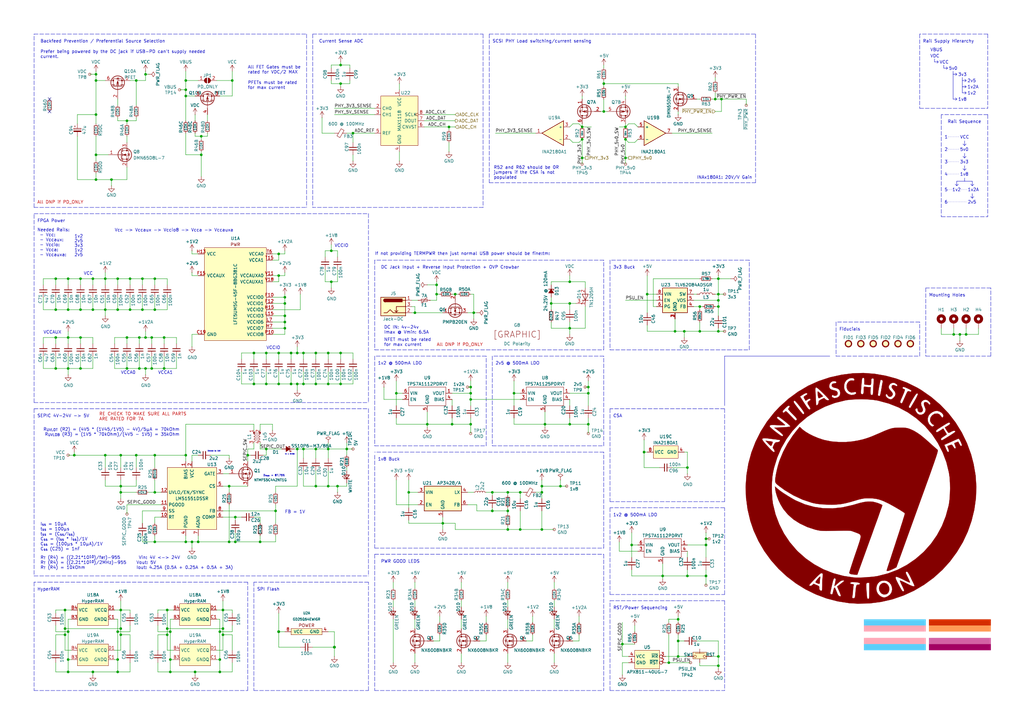
<source format=kicad_sch>
(kicad_sch (version 20231120) (generator "eeschema") (generator_version "8.0")
  (paper "A3")
  (title_block (title "Power Supply and Mechanical") (date "2023-09-30") (rev "2") (company "Shrine Maiden Heavy Industries") (comment 1 "License:  CERN-OHL-S") (comment 2 "© 2023 Aki 'lethalbit' Van Ness, et. al.") (comment 4 "Squishy - SCSI Multitool"))
  (lib_symbols
    (symbol "Connector:Barrel_Jack_Switch" (pin_names hide)
      (property "Reference" "J" (at 0 5.334 0))
      (property "Value" "Barrel_Jack_Switch" (at 0 -5.08 0))
      (symbol "Barrel_Jack_Switch_1_1"
        (pin passive line (at 7.62 2.54 180) (length 2.54) (name "~") (number "1"))
        (pin passive line (at 7.62 -2.54 180) (length 2.54) (name "~") (number "2"))
        (pin passive line (at 7.62 0 180) (length 2.54) (name "~") (number "3"))
      )
    )
    (symbol "Connector:TestPoint_Small" (pin_numbers hide) (pin_names (offset 0.762) hide)
      (property "Reference" "TP" (at 0 3.81 0))
      (property "Value" "TestPoint_Small" (at 0 2.032 0))
      (symbol "TestPoint_Small_1_1"
        (pin passive line (at 0 0 90) (length 0) (name "1") (number "1"))
      )
    )
    (symbol "DX-MON:pkl_R4_Small" (pin_numbers hide) (pin_names (offset 0.254) hide)
      (property "Reference" "R" (at 0.762 0.508 0))
      (property "Value" "pkl_R4_Small" (at 0.762 -1.016 0))
      (symbol "pkl_R4_Small_1_1"
        (pin passive line (at 0 2.54 270) (length 0.762) (name "~") (number "1"))
        (pin passive line (at 0 -2.54 90) (length 0.762) (name "~") (number "2"))
      )
      (symbol "pkl_R4_Small_2_1"
        (pin passive line (at 0 2.54 270) (length 0.762) (name "~") (number "3"))
        (pin passive line (at 0 -2.54 90) (length 0.762) (name "~") (number "4"))
      )
      (symbol "pkl_R4_Small_3_1"
        (pin passive line (at 0 2.54 270) (length 0.762) (name "~") (number "5"))
        (pin passive line (at 0 -2.54 90) (length 0.762) (name "~") (number "6"))
      )
      (symbol "pkl_R4_Small_4_1"
        (pin passive line (at 0 2.54 270) (length 0.762) (name "~") (number "7"))
        (pin passive line (at 0 -2.54 90) (length 0.762) (name "~") (number "8"))
      )
    )
    (symbol "Device:C_Polarized_Small" (pin_numbers hide) (pin_names (offset 0.254) hide)
      (property "Reference" "C" (at 0.254 1.778 0))
      (property "Value" "C_Polarized_Small" (at 0.254 -2.032 0))
      (symbol "C_Polarized_Small_1_1"
        (pin passive line (at 0 2.54 270) (length 1.8542) (name "~") (number "1"))
        (pin passive line (at 0 -2.54 90) (length 1.8542) (name "~") (number "2"))
      )
    )
    (symbol "Device:C_Small" (pin_numbers hide) (pin_names (offset 0.254) hide)
      (property "Reference" "C" (at 0.254 1.778 0))
      (property "Value" "C_Small" (at 0.254 -2.032 0))
      (symbol "C_Small_1_1"
        (pin passive line (at 0 2.54 270) (length 2.032) (name "~") (number "1"))
        (pin passive line (at 0 -2.54 90) (length 2.032) (name "~") (number "2"))
      )
    )
    (symbol "Device:D_Schottky_Small_Filled" (pin_numbers hide) (pin_names (offset 0.254) hide)
      (property "Reference" "D" (at -1.27 2.032 0))
      (property "Value" "D_Schottky_Small_Filled" (at -7.112 -2.032 0))
      (symbol "D_Schottky_Small_Filled_1_1"
        (pin passive line (at -2.54 0 0) (length 1.778) (name "K") (number "1"))
        (pin passive line (at 2.54 0 180) (length 1.778) (name "A") (number "2"))
      )
    )
    (symbol "Device:D_Zener_Small_Filled" (pin_numbers hide) (pin_names (offset 0.254) hide)
      (property "Reference" "D" (at 0 2.286 0))
      (property "Value" "D_Zener_Small_Filled" (at 0 -2.286 0))
      (symbol "D_Zener_Small_Filled_1_1"
        (pin passive line (at -2.54 0 0) (length 1.778) (name "K") (number "1"))
        (pin passive line (at 2.54 0 180) (length 1.778) (name "A") (number "2"))
      )
    )
    (symbol "Device:FerriteBead_Small" (pin_numbers hide) (pin_names (offset 0))
      (property "Reference" "FB" (at 1.905 1.27 0))
      (property "Value" "FerriteBead_Small" (at 1.905 -1.27 0))
      (symbol "FerriteBead_Small_1_1"
        (pin passive line (at 0 2.54 270) (length 1.27) (name "~") (number "1"))
        (pin passive line (at 0 -2.54 90) (length 1.27) (name "~") (number "2"))
      )
    )
    (symbol "Device:L" (pin_numbers hide) (pin_names (offset 1.016) hide)
      (property "Reference" "L" (at -1.27 0 90))
      (property "Value" "L" (at 1.905 0 90))
      (symbol "L_1_1"
        (pin passive line (at 0 3.81 270) (length 1.27) (name "1") (number "1"))
        (pin passive line (at 0 -3.81 90) (length 1.27) (name "2") (number "2"))
      )
    )
    (symbol "Device:LED_Small" (pin_numbers hide) (pin_names (offset 0.254) hide)
      (property "Reference" "D" (at -1.27 3.175 0))
      (property "Value" "LED_Small" (at -4.445 -2.54 0))
      (symbol "LED_Small_1_1"
        (pin passive line (at -2.54 0 0) (length 1.778) (name "K") (number "1"))
        (pin passive line (at 2.54 0 180) (length 1.778) (name "A") (number "2"))
      )
    )
    (symbol "Device:L_Ferrite_Coupled_Small_1324" (pin_names (offset 0.254) hide)
      (property "Reference" "L" (at 0 3.175 0))
      (property "Value" "L_Ferrite_Coupled_Small_1324" (at 0 -3.175 0))
      (symbol "L_Ferrite_Coupled_Small_1324_1_1"
        (pin passive line (at -2.54 1.27 0) (length 0.508) (name "1") (number "1"))
        (pin passive line (at -2.54 -1.27 0) (length 0.508) (name "2") (number "2"))
        (pin passive line (at 2.54 1.27 180) (length 0.508) (name "3") (number "3"))
        (pin passive line (at 2.54 -1.27 180) (length 0.508) (name "4") (number "4"))
      )
    )
    (symbol "Device:L_Small" (pin_numbers hide) (pin_names (offset 0.254) hide)
      (property "Reference" "L" (at 0.762 1.016 0))
      (property "Value" "L_Small" (at 0.762 -1.016 0))
      (symbol "L_Small_1_1"
        (pin passive line (at 0 2.54 270) (length 0.508) (name "~") (number "1"))
        (pin passive line (at 0 -2.54 90) (length 0.508) (name "~") (number "2"))
      )
    )
    (symbol "Device:Polyfuse_Small" (pin_numbers hide) (pin_names (offset 0))
      (property "Reference" "F" (at -1.905 0 90))
      (property "Value" "Polyfuse_Small" (at 1.905 0 90))
      (symbol "Polyfuse_Small_1_1"
        (pin passive line (at 0 2.54 270) (length 0.635) (name "~") (number "1"))
        (pin passive line (at 0 -2.54 90) (length 0.635) (name "~") (number "2"))
      )
    )
    (symbol "Device:Q_Dual_PMOS_S1G1D2S2G2D1" (pin_names (offset 0) hide)
      (property "Reference" "Q" (at 6.35 1.27 0))
      (property "Value" "Q_Dual_PMOS_S1G1D2S2G2D1" (at 19.05 -1.27 0))
      (symbol "Q_Dual_PMOS_S1G1D2S2G2D1_1_1"
        (pin passive line (at 2.54 -5.08 90) (length 2.54) (name "S") (number "1"))
        (pin input line (at -5.08 0 0) (length 2.54) (name "G") (number "2"))
        (pin passive line (at 2.54 5.08 270) (length 2.54) (name "D") (number "6"))
      )
      (symbol "Q_Dual_PMOS_S1G1D2S2G2D1_2_1"
        (pin passive line (at 2.54 5.08 270) (length 2.54) (name "D") (number "3"))
        (pin passive line (at 2.54 -5.08 90) (length 2.54) (name "S") (number "4"))
        (pin input line (at -5.08 0 0) (length 2.54) (name "G") (number "5"))
      )
    )
    (symbol "Device:Q_NMOS_DGS" (pin_names (offset 0) hide)
      (property "Reference" "Q" (at 5.08 1.27 0))
      (property "Value" "Q_NMOS_DGS" (at 5.08 -1.27 0))
      (symbol "Q_NMOS_DGS_1_1"
        (pin passive line (at 2.54 5.08 270) (length 2.54) (name "D") (number "1"))
        (pin input line (at -5.08 0 0) (length 2.54) (name "G") (number "2"))
        (pin passive line (at 2.54 -5.08 90) (length 2.54) (name "S") (number "3"))
      )
    )
    (symbol "Device:Q_NMOS_GDS" (pin_names (offset 0) hide)
      (property "Reference" "Q" (at 5.08 1.27 0))
      (property "Value" "Q_NMOS_GDS" (at 5.08 -1.27 0))
      (symbol "Q_NMOS_GDS_1_1"
        (pin input line (at -5.08 0 0) (length 2.54) (name "G") (number "1"))
        (pin passive line (at 2.54 5.08 270) (length 2.54) (name "D") (number "2"))
        (pin passive line (at 2.54 -5.08 90) (length 2.54) (name "S") (number "3"))
      )
    )
    (symbol "Device:Q_NMOS_GSD" (pin_names (offset 0) hide)
      (property "Reference" "Q" (at 5.08 1.27 0))
      (property "Value" "Q_NMOS_GSD" (at 5.08 -1.27 0))
      (symbol "Q_NMOS_GSD_1_1"
        (pin input line (at -5.08 0 0) (length 2.54) (name "G") (number "1"))
        (pin passive line (at 2.54 -5.08 90) (length 2.54) (name "S") (number "2"))
        (pin passive line (at 2.54 5.08 270) (length 2.54) (name "D") (number "3"))
      )
    )
    (symbol "Device:Q_SCR_KAG" (pin_names (offset 0) hide)
      (property "Reference" "D" (at 1.905 0.635 0))
      (property "Value" "Q_SCR_KAG" (at 1.905 -1.27 0))
      (symbol "Q_SCR_KAG_1_1"
        (pin passive line (at 0 -3.81 90) (length 2.54) (name "K") (number "1"))
        (pin passive line (at 0 3.81 270) (length 2.54) (name "A") (number "2"))
        (pin input line (at -3.81 -2.54 0) (length 2.54) (name "G") (number "3"))
      )
    )
    (symbol "Device:R_Small" (pin_numbers hide) (pin_names (offset 0.254) hide)
      (property "Reference" "R" (at 0.762 0.508 0))
      (property "Value" "R_Small" (at 0.762 -1.016 0))
      (symbol "R_Small_1_1"
        (pin passive line (at 0 2.54 270) (length 0.762) (name "~") (number "1"))
        (pin passive line (at 0 -2.54 90) (length 0.762) (name "~") (number "2"))
      )
    )
    (symbol "INAx180_1"
      (property "Reference" "U" (at 0 6.35 0))
      (property "Value" "INAx180" (at 0 -6.35 0))
      (symbol "INAx180_1_1_1"
        (pin output line (at 7.62 0 180) (length 2.54) (name "~") (number "1"))
        (pin input line (at -6.35 -2.54 0) (length 2.54) (name "-") (number "2"))
        (pin input line (at -6.35 2.54 0) (length 2.54) (name "+") (number "3"))
      )
      (symbol "INAx180_1_2_1"
        (pin input line (at -6.35 2.54 0) (length 2.54) (name "+") (number "5"))
        (pin input line (at -6.35 -2.54 0) (length 2.54) (name "-") (number "6"))
        (pin output line (at 7.62 0 180) (length 2.54) (name "~") (number "7"))
      )
      (symbol "INAx180_1_3_1"
        (pin power_in line (at 7.62 0 180) (length 2.54) (name "GND") (number "4"))
        (pin power_in line (at -7.62 0 0) (length 2.54) (name "VCC") (number "8"))
        (pin passive line (at 7.62 0 180) (length 2.54) hide (name "GND") (number "9"))
      )
    )
    (symbol "Jumper:SolderJumper_2_Open" (pin_names (offset 0) hide)
      (property "Reference" "JP" (at 0 2.032 0))
      (property "Value" "SolderJumper_2_Open" (at 0 -2.54 0))
      (symbol "SolderJumper_2_Open_1_1"
        (pin passive line (at -3.81 0 0) (length 2.54) (name "A") (number "1"))
        (pin passive line (at 3.81 0 180) (length 2.54) (name "B") (number "2"))
      )
    )
    (symbol "Mechanical:Fiducial"
      (property "Reference" "FID" (at 0 5.08 0))
      (property "Value" "Fiducial" (at 0 3.175 0))
    )
    (symbol "Mechanical:MountingHole_Pad" (pin_numbers hide) (pin_names (offset 1.016) hide)
      (property "Reference" "H" (at 0 6.35 0))
      (property "Value" "MountingHole_Pad" (at 0 4.445 0))
      (symbol "MountingHole_Pad_1_1"
        (pin input line (at 0 -2.54 90) (length 2.54) (name "1") (number "1"))
      )
    )
    (symbol "Regulator_Switching:TLV62084ADSGx"
      (property "Reference" "U" (at -3.81 6.35 0))
      (property "Value" "TLV62084ADSGx" (at 7.62 6.35 0))
      (symbol "TLV62084ADSGx_0_1"
        (pin input line (at -7.62 0 0) (length 2.54) (name "EN") (number "1"))
        (pin power_in line (at 0 -7.62 90) (length 2.54) (name "GND") (number "2"))
        (pin power_in line (at 0 -7.62 90) (length 2.54) (name "GND") (number "3"))
        (pin input line (at 7.62 -2.54 180) (length 2.54) (name "FB") (number "4"))
        (pin input line (at 7.62 0 180) (length 2.54) (name "VOS") (number "5"))
        (pin open_collector line (at -7.62 -2.54 0) (length 2.54) (name "PG") (number "6"))
        (pin power_out line (at 7.62 2.54 180) (length 2.54) (name "SW") (number "7"))
        (pin power_in line (at -7.62 2.54 0) (length 2.54) (name "VIN") (number "8"))
        (pin passive line (at 0 -7.62 90) (length 2.54) hide (name "GND") (number "9"))
      )
    )
    (symbol "lethalbit-analog:INAx180"
      (property "Reference" "U" (at 0 6.35 0))
      (property "Value" "INAx180" (at 0 -6.35 0))
      (symbol "INAx180_1_1"
        (pin output line (at 7.62 0 180) (length 2.54) (name "~") (number "1"))
        (pin input line (at -6.35 -2.54 0) (length 2.54) (name "-") (number "2"))
        (pin input line (at -6.35 2.54 0) (length 2.54) (name "+") (number "3"))
      )
      (symbol "INAx180_2_1"
        (pin input line (at -6.35 2.54 0) (length 2.54) (name "+") (number "5"))
        (pin input line (at -6.35 -2.54 0) (length 2.54) (name "-") (number "6"))
        (pin output line (at 7.62 0 180) (length 2.54) (name "~") (number "7"))
      )
      (symbol "INAx180_3_1"
        (pin power_in line (at 7.62 0 180) (length 2.54) (name "GND") (number "4"))
        (pin power_in line (at -7.62 0 0) (length 2.54) (name "VCC") (number "8"))
        (pin passive line (at 7.62 0 180) (length 2.54) hide (name "GND") (number "9"))
      )
    )
    (symbol "lethalbit-analog:MAX111x"
      (property "Reference" "U" (at 1.27 11.43 0))
      (property "Value" "MAX111x" (at 0 0 90))
      (symbol "MAX111x_1_1"
        (pin power_in line (at 0 12.7 270) (length 2.54) (name "VCC") (number "1"))
        (pin input line (at -10.16 5.08 0) (length 2.54) (name "CH0") (number "2"))
        (pin input line (at -10.16 2.54 0) (length 2.54) (name "CH1") (number "3"))
        (pin power_in line (at 0 -12.7 90) (length 2.54) (name "GND") (number "4"))
        (pin input line (at -10.16 -5.08 0) (length 2.54) (name "REF") (number "5"))
        (pin input line (at 10.16 -2.54 180) (length 2.54) (name "CNVST") (number "6"))
        (pin output line (at 10.16 0 180) (length 2.54) (name "DOUT") (number "7"))
        (pin input clock (at 10.16 2.54 180) (length 2.54) (name "SCLK") (number "8"))
      )
    )
    (symbol "lethalbit-devices:Q_Dual_PMOS_S1G1S2G2D2D1" (pin_names (offset 0) hide)
      (property "Reference" "Q" (at 6.35 1.27 0))
      (property "Value" "Q_Dual_PMOS_S1G1S2G2D2D1" (at 19.05 -1.27 0))
      (symbol "Q_Dual_PMOS_S1G1S2G2D2D1_1_1"
        (pin passive line (at 2.54 -5.08 90) (length 2.54) (name "S") (number "1"))
        (pin input line (at -5.08 0 0) (length 2.54) (name "G") (number "2"))
        (pin passive line (at 2.54 5.08 270) (length 2.54) (name "D") (number "6"))
      )
      (symbol "Q_Dual_PMOS_S1G1S2G2D2D1_2_1"
        (pin passive line (at 2.54 -5.08 90) (length 2.54) (name "S") (number "3"))
        (pin input line (at -5.08 0 0) (length 2.54) (name "G") (number "4"))
        (pin passive line (at 2.54 5.08 270) (length 2.54) (name "D") (number "5"))
      )
    )
    (symbol "lethalbit-fpga:LFE5UM5G-45F-8BG381C" (pin_names (offset 1.016))
      (property "Reference" "U" (at -12.7 24.13 0))
      (property "Value" "LFE5UM5G-45F-8BG381C" (at 0 -24.13 0))
      (symbol "LFE5UM5G-45F-8BG381C_1_0"
        (text "PWR" (at 0 20.32 0) (effects (font (size 1.27 1.27))))
      )
      (symbol "LFE5UM5G-45F-8BG381C_1_1"
        (pin passive line (at -15.24 -16.51 0) (length 2.54) hide (name "GND") (number "B14"))
        (pin passive line (at -15.24 -16.51 0) (length 2.54) hide (name "GND") (number "B7"))
        (pin passive line (at -15.24 -16.51 0) (length 2.54) (name "GND") (number "C19"))
        (pin passive line (at -15.24 -16.51 0) (length 2.54) hide (name "GND") (number "D4"))
        (pin power_in line (at 15.24 -1.27 180) (length 2.54) (name "VCCIO0") (number "F10"))
        (pin passive line (at 15.24 -3.81 180) (length 2.54) hide (name "VCCIO1") (number "F11"))
        (pin power_in line (at 15.24 -3.81 180) (length 2.54) (name "VCCIO1") (number "F12"))
        (pin passive line (at -15.24 -16.51 0) (length 2.54) hide (name "GND") (number "F13"))
        (pin passive line (at -15.24 -16.51 0) (length 2.54) hide (name "GND") (number "F14"))
        (pin power_in line (at -15.24 7.62 0) (length 2.54) (name "VCCAUX") (number "F15"))
        (pin passive line (at -15.24 7.62 0) (length 2.54) hide (name "VCCAUX") (number "F6"))
        (pin passive line (at -15.24 -16.51 0) (length 2.54) hide (name "GND") (number "F7"))
        (pin passive line (at -15.24 -16.51 0) (length 2.54) hide (name "GND") (number "F8"))
        (pin passive line (at 15.24 -1.27 180) (length 2.54) hide (name "VCCIO0") (number "F9"))
        (pin passive line (at -15.24 -16.51 0) (length 2.54) hide (name "GND") (number "G10"))
        (pin passive line (at -15.24 -16.51 0) (length 2.54) hide (name "GND") (number "G11"))
        (pin passive line (at -15.24 -16.51 0) (length 2.54) hide (name "GND") (number "G12"))
        (pin passive line (at -15.24 -16.51 0) (length 2.54) hide (name "GND") (number "G13"))
        (pin passive line (at -15.24 -16.51 0) (length 2.54) hide (name "GND") (number "G14"))
        (pin passive line (at -15.24 -16.51 0) (length 2.54) hide (name "GND") (number "G15"))
        (pin passive line (at -15.24 -16.51 0) (length 2.54) hide (name "GND") (number "G17"))
        (pin passive line (at -15.24 -16.51 0) (length 2.54) hide (name "GND") (number "G4"))
        (pin passive line (at -15.24 -16.51 0) (length 2.54) hide (name "GND") (number "G6"))
        (pin passive line (at -15.24 -16.51 0) (length 2.54) hide (name "GND") (number "G7"))
        (pin passive line (at -15.24 -16.51 0) (length 2.54) hide (name "GND") (number "G8"))
        (pin passive line (at -15.24 -16.51 0) (length 2.54) hide (name "GND") (number "G9"))
        (pin passive line (at -15.24 16.51 0) (length 2.54) hide (name "VCC") (number "H10"))
        (pin passive line (at -15.24 16.51 0) (length 2.54) hide (name "VCC") (number "H11"))
        (pin passive line (at -15.24 16.51 0) (length 2.54) hide (name "VCC") (number "H12"))
        (pin power_in line (at -15.24 16.51 0) (length 2.54) (name "VCC") (number "H13"))
        (pin passive line (at 15.24 -6.35 180) (length 2.54) hide (name "VCCIO2") (number "H14"))
        (pin power_in line (at 15.24 -6.35 180) (length 2.54) (name "VCCIO2") (number "H15"))
        (pin passive line (at -15.24 -16.51 0) (length 2.54) hide (name "GND") (number "H19"))
        (pin passive line (at 15.24 -13.97 180) (length 2.54) hide (name "VCCIO7") (number "H6"))
        (pin power_in line (at 15.24 -13.97 180) (length 2.54) (name "VCCIO7") (number "H7"))
        (pin passive line (at -15.24 16.51 0) (length 2.54) hide (name "VCC") (number "H8"))
        (pin passive line (at -15.24 16.51 0) (length 2.54) hide (name "VCC") (number "H9"))
        (pin passive line (at -15.24 -16.51 0) (length 2.54) hide (name "GND") (number "J10"))
        (pin passive line (at -15.24 -16.51 0) (length 2.54) hide (name "GND") (number "J11"))
        (pin passive line (at -15.24 -16.51 0) (length 2.54) hide (name "GND") (number "J12"))
        (pin passive line (at -15.24 16.51 0) (length 2.54) hide (name "VCC") (number "J13"))
        (pin passive line (at -15.24 -16.51 0) (length 2.54) hide (name "GND") (number "J14"))
        (pin passive line (at 15.24 -6.35 180) (length 2.54) hide (name "VCCIO2") (number "J15"))
        (pin passive line (at -15.24 -16.51 0) (length 2.54) hide (name "GND") (number "J2"))
        (pin passive line (at 15.24 -13.97 180) (length 2.54) hide (name "VCCIO7") (number "J6"))
        (pin passive line (at -15.24 -16.51 0) (length 2.54) hide (name "GND") (number "J7"))
        (pin passive line (at -15.24 16.51 0) (length 2.54) hide (name "VCC") (number "J8"))
        (pin passive line (at -15.24 -16.51 0) (length 2.54) hide (name "GND") (number "J9"))
        (pin passive line (at -15.24 -16.51 0) (length 2.54) hide (name "GND") (number "K10"))
        (pin passive line (at -15.24 -16.51 0) (length 2.54) hide (name "GND") (number "K11"))
        (pin passive line (at -15.24 -16.51 0) (length 2.54) hide (name "GND") (number "K12"))
        (pin passive line (at -15.24 16.51 0) (length 2.54) hide (name "VCC") (number "K13"))
        (pin passive line (at -15.24 -16.51 0) (length 2.54) hide (name "GND") (number "K14"))
        (pin passive line (at -15.24 -16.51 0) (length 2.54) hide (name "GND") (number "K15"))
        (pin no_connect non_logic (at -15.24 -13.97 0) (length 2.54) hide (name "NC") (number "K16"))
        (pin no_connect non_logic (at -15.24 -11.43 0) (length 2.54) hide (name "NC") (number "K17"))
        (pin passive line (at -15.24 -16.51 0) (length 2.54) hide (name "GND") (number "K6"))
        (pin passive line (at -15.24 -16.51 0) (length 2.54) hide (name "GND") (number "K7"))
        (pin passive line (at -15.24 16.51 0) (length 2.54) hide (name "VCC") (number "K8"))
        (pin passive line (at -15.24 -16.51 0) (length 2.54) hide (name "GND") (number "K9"))
        (pin passive line (at -15.24 -16.51 0) (length 2.54) hide (name "GND") (number "L10"))
        (pin passive line (at -15.24 -16.51 0) (length 2.54) hide (name "GND") (number "L11"))
        (pin passive line (at -15.24 -16.51 0) (length 2.54) hide (name "GND") (number "L12"))
        (pin passive line (at -15.24 16.51 0) (length 2.54) hide (name "VCC") (number "L13"))
        (pin passive line (at 15.24 -8.89 180) (length 2.54) hide (name "VCCIO3") (number "L14"))
        (pin power_in line (at 15.24 -8.89 180) (length 2.54) (name "VCCIO3") (number "L15"))
        (pin passive line (at 15.24 -11.43 180) (length 2.54) hide (name "VCCIO6") (number "L6"))
        (pin power_in line (at 15.24 -11.43 180) (length 2.54) (name "VCCIO6") (number "L7"))
        (pin passive line (at -15.24 16.51 0) (length 2.54) hide (name "VCC") (number "L8"))
        (pin passive line (at -15.24 -16.51 0) (length 2.54) hide (name "GND") (number "L9"))
        (pin passive line (at -15.24 -16.51 0) (length 2.54) hide (name "GND") (number "M10"))
        (pin passive line (at -15.24 -16.51 0) (length 2.54) hide (name "GND") (number "M11"))
        (pin passive line (at -15.24 -16.51 0) (length 2.54) hide (name "GND") (number "M12"))
        (pin passive line (at -15.24 16.51 0) (length 2.54) hide (name "VCC") (number "M13"))
        (pin passive line (at -15.24 -16.51 0) (length 2.54) hide (name "GND") (number "M14"))
        (pin passive line (at 15.24 -8.89 180) (length 2.54) hide (name "VCCIO3") (number "M15"))
        (pin passive line (at -15.24 -16.51 0) (length 2.54) hide (name "GND") (number "M16"))
        (pin passive line (at -15.24 -16.51 0) (length 2.54) hide (name "GND") (number "M2"))
        (pin passive line (at 15.24 -11.43 180) (length 2.54) hide (name "VCCIO6") (number "M6"))
        (pin passive line (at -15.24 -16.51 0) (length 2.54) hide (name "GND") (number "M7"))
        (pin passive line (at -15.24 16.51 0) (length 2.54) hide (name "VCC") (number "M8"))
        (pin passive line (at -15.24 -16.51 0) (length 2.54) hide (name "GND") (number "M9"))
        (pin passive line (at -15.24 16.51 0) (length 2.54) hide (name "VCC") (number "N10"))
        (pin passive line (at -15.24 16.51 0) (length 2.54) hide (name "VCC") (number "N11"))
        (pin passive line (at -15.24 16.51 0) (length 2.54) hide (name "VCC") (number "N12"))
        (pin passive line (at -15.24 16.51 0) (length 2.54) hide (name "VCC") (number "N13"))
        (pin passive line (at -15.24 -16.51 0) (length 2.54) hide (name "GND") (number "N14"))
        (pin passive line (at -15.24 -16.51 0) (length 2.54) hide (name "GND") (number "N15"))
        (pin passive line (at -15.24 -16.51 0) (length 2.54) hide (name "GND") (number "N6"))
        (pin passive line (at -15.24 -16.51 0) (length 2.54) hide (name "GND") (number "N7"))
        (pin passive line (at -15.24 16.51 0) (length 2.54) hide (name "VCC") (number "N8"))
        (pin passive line (at -15.24 16.51 0) (length 2.54) hide (name "VCC") (number "N9"))
        (pin power_in line (at 15.24 -16.51 180) (length 2.54) (name "VCCIO8") (number "P10"))
        (pin passive line (at -15.24 -16.51 0) (length 2.54) hide (name "GND") (number "P11"))
        (pin passive line (at -15.24 -16.51 0) (length 2.54) hide (name "GND") (number "P12"))
        (pin passive line (at -15.24 -16.51 0) (length 2.54) hide (name "GND") (number "P13"))
        (pin passive line (at -15.24 -16.51 0) (length 2.54) hide (name "GND") (number "P14"))
        (pin passive line (at -15.24 7.62 0) (length 2.54) hide (name "VCCAUX") (number "P15"))
        (pin passive line (at -15.24 7.62 0) (length 2.54) hide (name "VCCAUX") (number "P6"))
        (pin passive line (at -15.24 -16.51 0) (length 2.54) hide (name "GND") (number "P7"))
        (pin passive line (at -15.24 -16.51 0) (length 2.54) hide (name "GND") (number "P8"))
        (pin passive line (at 15.24 -16.51 180) (length 2.54) hide (name "VCCIO8") (number "P9"))
        (pin passive line (at -15.24 -16.51 0) (length 2.54) hide (name "GND") (number "R19"))
        (pin power_in line (at 15.24 13.97 180) (length 2.54) (name "VCCA1") (number "T15"))
        (pin power_in line (at 15.24 16.51 180) (length 2.54) (name "VCCA0") (number "T6"))
        (pin passive line (at -15.24 -16.51 0) (length 2.54) hide (name "GND") (number "U10"))
        (pin passive line (at -15.24 -16.51 0) (length 2.54) hide (name "GND") (number "U11"))
        (pin passive line (at -15.24 -16.51 0) (length 2.54) hide (name "GND") (number "U12"))
        (pin passive line (at -15.24 -16.51 0) (length 2.54) hide (name "GND") (number "U13"))
        (pin passive line (at -15.24 -16.51 0) (length 2.54) hide (name "GND") (number "U14"))
        (pin passive line (at 15.24 13.97 180) (length 2.54) hide (name "VCCA1") (number "U15"))
        (pin passive line (at 15.24 16.51 180) (length 2.54) hide (name "VCCA0") (number "U6"))
        (pin passive line (at -15.24 -16.51 0) (length 2.54) hide (name "GND") (number "U7"))
        (pin passive line (at -15.24 -16.51 0) (length 2.54) hide (name "GND") (number "U8"))
        (pin passive line (at -15.24 -16.51 0) (length 2.54) hide (name "GND") (number "U9"))
        (pin passive line (at 15.24 7.62 180) (length 2.54) hide (name "VCCAUXA0") (number "V10"))
        (pin power_in line (at 15.24 7.62 180) (length 2.54) (name "VCCAUXA0") (number "V11"))
        (pin passive line (at -15.24 -16.51 0) (length 2.54) hide (name "GND") (number "V12"))
        (pin passive line (at -15.24 -16.51 0) (length 2.54) hide (name "GND") (number "V13"))
        (pin passive line (at -15.24 -16.51 0) (length 2.54) hide (name "GND") (number "V14"))
        (pin passive line (at -15.24 -16.51 0) (length 2.54) hide (name "GND") (number "V15"))
        (pin passive line (at -15.24 -16.51 0) (length 2.54) hide (name "GND") (number "V16"))
        (pin passive line (at 15.24 5.08 180) (length 2.54) hide (name "VCCAUXA1") (number "V17"))
        (pin power_in line (at 15.24 5.08 180) (length 2.54) (name "VCCAUXA1") (number "V18"))
        (pin passive line (at -15.24 -16.51 0) (length 2.54) hide (name "GND") (number "V19"))
        (pin passive line (at -15.24 -16.51 0) (length 2.54) hide (name "GND") (number "V20"))
        (pin passive line (at -15.24 -16.51 0) (length 2.54) hide (name "GND") (number "V5"))
        (pin passive line (at -15.24 -16.51 0) (length 2.54) hide (name "GND") (number "V6"))
        (pin passive line (at -15.24 -16.51 0) (length 2.54) hide (name "GND") (number "V7"))
        (pin passive line (at -15.24 -16.51 0) (length 2.54) hide (name "GND") (number "V8"))
        (pin passive line (at -15.24 -16.51 0) (length 2.54) hide (name "GND") (number "V9"))
        (pin no_connect non_logic (at -15.24 -8.89 0) (length 2.54) hide (name "RESERVED") (number "W10"))
        (pin no_connect non_logic (at -15.24 -6.35 0) (length 2.54) hide (name "RESERVED") (number "W11"))
        (pin passive line (at -15.24 -16.51 0) (length 2.54) hide (name "GND") (number "W12"))
        (pin passive line (at -15.24 -16.51 0) (length 2.54) hide (name "GND") (number "W15"))
        (pin passive line (at -15.24 -16.51 0) (length 2.54) hide (name "GND") (number "W16"))
        (pin passive line (at -15.24 -16.51 0) (length 2.54) hide (name "GND") (number "W19"))
        (pin passive line (at -15.24 -16.51 0) (length 2.54) hide (name "GND") (number "W6"))
        (pin passive line (at -15.24 -16.51 0) (length 2.54) hide (name "GND") (number "W7"))
      )
      (symbol "LFE5UM5G-45F-8BG381C_2_0"
        (text "BANK 0" (at 0 20.32 0) (effects (font (size 1.27 1.27))))
      )
      (symbol "LFE5UM5G-45F-8BG381C_2_1"
        (pin bidirectional line (at 11.43 -6.35 180) (length 2.54) (name "PT36A") (number "A10"))
        (pin bidirectional line (at 11.43 -8.89 180) (length 2.54) (name "PT36B") (number "A11"))
        (pin bidirectional line (at -11.43 16.51 0) (length 2.54) (name "PT4A") (number "A6"))
        (pin bidirectional line (at -11.43 -13.97 0) (length 2.54) (name "PT18A") (number "A7"))
        (pin bidirectional line (at -11.43 -16.51 0) (length 2.54) (name "PT18B") (number "A8"))
        (pin bidirectional line (at 11.43 -1.27 180) (length 2.54) (name "PT33A") (number "A9"))
        (pin bidirectional line (at 11.43 -3.81 180) (length 2.54) (name "PT33B") (number "B10"))
        (pin bidirectional line (at 11.43 -11.43 180) (length 2.54) (name "PT38A") (number "B11"))
        (pin bidirectional line (at -11.43 13.97 0) (length 2.54) (name "PT4B") (number "B6"))
        (pin bidirectional line (at -11.43 -11.43 0) (length 2.54) (name "PT15B") (number "B8"))
        (pin bidirectional line (at 11.43 3.81 180) (length 2.54) (name "PT31A") (number "B9"))
        (pin bidirectional line (at 11.43 1.27 180) (length 2.54) (name "PT31B") (number "C10"))
        (pin bidirectional line (at 11.43 -13.97 180) (length 2.54) (name "PT38B") (number "C11"))
        (pin bidirectional line (at -11.43 1.27 0) (length 2.54) (name "PT11A") (number "C6"))
        (pin bidirectional line (at -11.43 -1.27 0) (length 2.54) (name "PT11B") (number "C7"))
        (pin bidirectional line (at -11.43 -8.89 0) (length 2.54) (name "PT15A") (number "C8"))
        (pin bidirectional line (at 11.43 11.43 180) (length 2.54) (name "PT27A") (number "C9"))
        (pin bidirectional line (at 11.43 8.89 180) (length 2.54) (name "PT29A") (number "D10"))
        (pin bidirectional line (at -11.43 8.89 0) (length 2.54) (name "PT6B") (number "D6"))
        (pin bidirectional line (at -11.43 3.81 0) (length 2.54) (name "PT9B") (number "D7"))
        (pin bidirectional line (at -11.43 -6.35 0) (length 2.54) (name "PT13B") (number "D8"))
        (pin bidirectional line (at 11.43 16.51 180) (length 2.54) (name "PT20A") (number "D9"))
        (pin bidirectional line (at 11.43 6.35 180) (length 2.54) (name "PT29B") (number "E10"))
        (pin bidirectional line (at -11.43 11.43 0) (length 2.54) (name "PT6A") (number "E6"))
        (pin bidirectional line (at -11.43 6.35 0) (length 2.54) (name "PT9A") (number "E7"))
        (pin bidirectional line (at -11.43 -3.81 0) (length 2.54) (name "PT13A") (number "E8"))
        (pin bidirectional line (at 11.43 13.97 180) (length 2.54) (name "PT20B") (number "E9"))
      )
      (symbol "LFE5UM5G-45F-8BG381C_3_0"
        (text "BANK 1" (at 0 24.13 0) (effects (font (size 1.27 1.27))))
      )
      (symbol "LFE5UM5G-45F-8BG381C_3_1"
        (pin bidirectional line (at -11.43 5.08 0) (length 2.54) (name "PT49A") (number "A12"))
        (pin bidirectional line (at -11.43 2.54 0) (length 2.54) (name "PT49B") (number "A13"))
        (pin bidirectional line (at -11.43 -10.16 0) (length 2.54) (name "PT56A") (number "A14"))
        (pin bidirectional line (at -11.43 -20.32 0) (length 2.54) (name "PT67A") (number "A15"))
        (pin bidirectional line (at 11.43 10.16 180) (length 2.54) (name "PT74A") (number "A16"))
        (pin bidirectional line (at 11.43 -5.08 180) (length 2.54) (name "PT80A") (number "A17"))
        (pin bidirectional line (at 11.43 -10.16 180) (length 2.54) (name "PT83A") (number "A18"))
        (pin bidirectional line (at 11.43 -15.24 180) (length 2.54) (name "PT85A") (number "A19"))
        (pin bidirectional line (at -11.43 15.24 0) (length 2.54) (name "PT44A") (number "B12"))
        (pin bidirectional line (at -11.43 0 0) (length 2.54) (name "PT51A") (number "B13"))
        (pin bidirectional line (at 11.43 20.32 180) (length 2.54) (name "PT69A") (number "B15"))
        (pin bidirectional line (at 11.43 7.62 180) (length 2.54) (name "PT74B") (number "B16"))
        (pin bidirectional line (at 11.43 0 180) (length 2.54) (name "PT78A") (number "B17"))
        (pin bidirectional line (at 11.43 -7.62 180) (length 2.54) (name "PT80B") (number "B18"))
        (pin bidirectional line (at 11.43 -12.7 180) (length 2.54) (name "PT83B") (number "B19"))
        (pin bidirectional line (at 11.43 -17.78 180) (length 2.54) (name "PT85B") (number "B20"))
        (pin bidirectional line (at -11.43 12.7 0) (length 2.54) (name "PT44B") (number "C12"))
        (pin bidirectional line (at -11.43 -2.54 0) (length 2.54) (name "PT51B") (number "C13"))
        (pin bidirectional line (at -11.43 -12.7 0) (length 2.54) (name "PT56B") (number "C14"))
        (pin bidirectional line (at 11.43 17.78 180) (length 2.54) (name "PT69B") (number "C15"))
        (pin bidirectional line (at 11.43 5.08 180) (length 2.54) (name "PT76A") (number "C16"))
        (pin bidirectional line (at 11.43 -2.54 180) (length 2.54) (name "PT78B") (number "C17"))
        (pin bidirectional line (at -11.43 20.32 0) (length 2.54) (name "PT42A") (number "D11"))
        (pin bidirectional line (at -11.43 10.16 0) (length 2.54) (name "PT47A") (number "D12"))
        (pin bidirectional line (at -11.43 -5.08 0) (length 2.54) (name "PT53A") (number "D13"))
        (pin bidirectional line (at -11.43 -15.24 0) (length 2.54) (name "PT58A") (number "D14"))
        (pin bidirectional line (at 11.43 15.24 180) (length 2.54) (name "PT71A") (number "D15"))
        (pin bidirectional line (at 11.43 2.54 180) (length 2.54) (name "PT76B") (number "D16"))
        (pin bidirectional line (at -11.43 17.78 0) (length 2.54) (name "PT42B") (number "E11"))
        (pin bidirectional line (at -11.43 7.62 0) (length 2.54) (name "PT47B") (number "E12"))
        (pin bidirectional line (at -11.43 -7.62 0) (length 2.54) (name "PT53B") (number "E13"))
        (pin bidirectional line (at -11.43 -17.78 0) (length 2.54) (name "PT58B") (number "E14"))
        (pin bidirectional line (at 11.43 12.7 180) (length 2.54) (name "PT71B") (number "E15"))
      )
      (symbol "LFE5UM5G-45F-8BG381C_4_0"
        (text "BANK 2" (at 0 22.86 0) (effects (font (size 1.27 1.27))))
      )
      (symbol "LFE5UM5G-45F-8BG381C_4_1"
        (pin bidirectional line (at -11.43 19.05 0) (length 2.54) (name "PR11A") (number "C18"))
        (pin bidirectional line (at 11.43 19.05 180) (length 2.54) (name "PR23A") (number "C20"))
        (pin bidirectional line (at -11.43 16.51 0) (length 2.54) (name "PR11B") (number "D17"))
        (pin bidirectional line (at -11.43 8.89 0) (length 2.54) (name "PR14A") (number "D18"))
        (pin bidirectional line (at 11.43 16.51 180) (length 2.54) (name "PR23B") (number "D19"))
        (pin bidirectional line (at 11.43 13.97 180) (length 2.54) (name "PR23C") (number "D20"))
        (pin bidirectional line (at -11.43 13.97 0) (length 2.54) (name "PR11C") (number "E16"))
        (pin bidirectional line (at -11.43 6.35 0) (length 2.54) (name "PR14B") (number "E17"))
        (pin bidirectional line (at -11.43 3.81 0) (length 2.54) (name "PR14C") (number "E18"))
        (pin bidirectional line (at 11.43 11.43 180) (length 2.54) (name "PR23D") (number "E19"))
        (pin bidirectional line (at 11.43 8.89 180) (length 2.54) (name "PR26A") (number "E20"))
        (pin bidirectional line (at -11.43 11.43 0) (length 2.54) (name "PR11D") (number "F16"))
        (pin bidirectional line (at -11.43 -1.27 0) (length 2.54) (name "PR17A") (number "F17"))
        (pin bidirectional line (at -11.43 1.27 0) (length 2.54) (name "PR14D") (number "F18"))
        (pin bidirectional line (at 11.43 6.35 180) (length 2.54) (name "PR26B") (number "F19"))
        (pin bidirectional line (at 11.43 3.81 180) (length 2.54) (name "PR26C") (number "F20"))
        (pin bidirectional line (at -11.43 -6.35 0) (length 2.54) (name "PR17C") (number "G16"))
        (pin bidirectional line (at -11.43 -3.81 0) (length 2.54) (name "PR17B") (number "G18"))
        (pin bidirectional line (at 11.43 -1.27 180) (length 2.54) (name "PR29A") (number "G19"))
        (pin bidirectional line (at 11.43 1.27 180) (length 2.54) (name "PR26D") (number "G20"))
        (pin bidirectional line (at -11.43 -8.89 0) (length 2.54) (name "PR17D") (number "H16"))
        (pin bidirectional line (at -11.43 -13.97 0) (length 2.54) (name "PR20B") (number "H17"))
        (pin bidirectional line (at -11.43 -11.43 0) (length 2.54) (name "PR20A") (number "H18"))
        (pin bidirectional line (at 11.43 -3.81 180) (length 2.54) (name "PR29B") (number "H20"))
        (pin bidirectional line (at -11.43 -19.05 0) (length 2.54) (name "PR20D") (number "J16"))
        (pin bidirectional line (at -11.43 -16.51 0) (length 2.54) (name "PR20C") (number "J17"))
        (pin bidirectional line (at 11.43 -6.35 180) (length 2.54) (name "PR29C") (number "J18"))
        (pin bidirectional line (at 11.43 -11.43 180) (length 2.54) (name "PR32A") (number "J19"))
        (pin bidirectional line (at 11.43 -16.51 180) (length 2.54) (name "PR32C") (number "J20"))
        (pin bidirectional line (at 11.43 -8.89 180) (length 2.54) (name "PR29D") (number "K18"))
        (pin bidirectional line (at 11.43 -13.97 180) (length 2.54) (name "PR32B") (number "K19"))
        (pin bidirectional line (at 11.43 -19.05 180) (length 2.54) (name "PR32D") (number "K20"))
      )
      (symbol "LFE5UM5G-45F-8BG381C_5_0"
        (text "BANK 3" (at 0 24.13 0) (effects (font (size 1.27 1.27))))
      )
      (symbol "LFE5UM5G-45F-8BG381C_5_1"
        (pin bidirectional line (at -11.43 10.16 0) (length 2.54) (name "PR38A") (number "L16"))
        (pin bidirectional line (at -11.43 7.62 0) (length 2.54) (name "PR38B") (number "L17"))
        (pin bidirectional line (at -11.43 5.08 0) (length 2.54) (name "PR38C") (number "L18"))
        (pin bidirectional line (at -11.43 15.24 0) (length 2.54) (name "PR35C") (number "L19"))
        (pin bidirectional line (at -11.43 20.32 0) (length 2.54) (name "PR35A") (number "L20"))
        (pin bidirectional line (at -11.43 -2.54 0) (length 2.54) (name "PR41B") (number "M17"))
        (pin bidirectional line (at -11.43 2.54 0) (length 2.54) (name "PR38D") (number "M18"))
        (pin bidirectional line (at -11.43 12.7 0) (length 2.54) (name "PR35D") (number "M19"))
        (pin bidirectional line (at -11.43 17.78 0) (length 2.54) (name "PR35B") (number "M20"))
        (pin bidirectional line (at -11.43 0 0) (length 2.54) (name "PR41A") (number "N16"))
        (pin bidirectional line (at -11.43 -10.16 0) (length 2.54) (name "PR44A") (number "N17"))
        (pin bidirectional line (at -11.43 -5.08 0) (length 2.54) (name "PR41C") (number "N18"))
        (pin bidirectional line (at 11.43 20.32 180) (length 2.54) (name "PR59A") (number "N19"))
        (pin bidirectional line (at 11.43 17.78 180) (length 2.54) (name "PR59B") (number "N20"))
        (pin bidirectional line (at -11.43 -12.7 0) (length 2.54) (name "PR44B") (number "P16"))
        (pin bidirectional line (at -11.43 -7.62 0) (length 2.54) (name "PR41D") (number "P17"))
        (pin bidirectional line (at 11.43 12.7 180) (length 2.54) (name "PR59D") (number "P18"))
        (pin bidirectional line (at 11.43 15.24 180) (length 2.54) (name "PR59C") (number "P19"))
        (pin bidirectional line (at 11.43 10.16 180) (length 2.54) (name "PR62A") (number "P20"))
        (pin bidirectional line (at -11.43 -15.24 0) (length 2.54) (name "PR44C") (number "R16"))
        (pin bidirectional line (at -11.43 -17.78 0) (length 2.54) (name "PR44D") (number "R17"))
        (pin bidirectional line (at 11.43 -2.54 180) (length 2.54) (name "PR65B") (number "R18"))
        (pin bidirectional line (at 11.43 7.62 180) (length 2.54) (name "PR62B") (number "R20"))
        (pin bidirectional line (at -11.43 -20.32 0) (length 2.54) (name "PR53A") (number "T16"))
        (pin bidirectional line (at 11.43 -17.78 180) (length 2.54) (name "PR68D") (number "T17"))
        (pin bidirectional line (at 11.43 -7.62 180) (length 2.54) (name "PR65D") (number "T18"))
        (pin bidirectional line (at 11.43 0 180) (length 2.54) (name "PR65A") (number "T19"))
        (pin bidirectional line (at 11.43 5.08 180) (length 2.54) (name "PR62C") (number "T20"))
        (pin bidirectional line (at 11.43 -15.24 180) (length 2.54) (name "PR68C") (number "U16"))
        (pin bidirectional line (at 11.43 -12.7 180) (length 2.54) (name "PR68B") (number "U17"))
        (pin bidirectional line (at 11.43 -10.16 180) (length 2.54) (name "PR68A") (number "U18"))
        (pin bidirectional line (at 11.43 -5.08 180) (length 2.54) (name "PR65C") (number "U19"))
        (pin bidirectional line (at 11.43 2.54 180) (length 2.54) (name "PR62D") (number "U20"))
      )
      (symbol "LFE5UM5G-45F-8BG381C_6_1"
        (text "BANK 6" (at 0 24.13 0) (effects (font (size 1.27 1.27))))
        (pin bidirectional line (at -11.43 17.78 0) (length 2.54) (name "PL35B") (number "F1"))
        (pin bidirectional line (at -11.43 12.7 0) (length 2.54) (name "PL35D") (number "G1"))
        (pin bidirectional line (at -11.43 20.32 0) (length 2.54) (name "PL35A") (number "G2"))
        (pin bidirectional line (at -11.43 -5.08 0) (length 2.54) (name "PL41C") (number "H1"))
        (pin bidirectional line (at -11.43 15.24 0) (length 2.54) (name "PL35C") (number "H2"))
        (pin bidirectional line (at -11.43 -2.54 0) (length 2.54) (name "PL41B") (number "J1"))
        (pin bidirectional line (at -11.43 5.08 0) (length 2.54) (name "PL38C") (number "J3"))
        (pin bidirectional line (at -11.43 10.16 0) (length 2.54) (name "PL38A") (number "J4"))
        (pin bidirectional line (at -11.43 7.62 0) (length 2.54) (name "PL38B") (number "J5"))
        (pin bidirectional line (at -11.43 -7.62 0) (length 2.54) (name "PL41D") (number "K1"))
        (pin bidirectional line (at -11.43 0 0) (length 2.54) (name "PL41A") (number "K2"))
        (pin bidirectional line (at -11.43 2.54 0) (length 2.54) (name "PL38D") (number "K3"))
        (pin bidirectional line (at -11.43 -10.16 0) (length 2.54) (name "PL44A") (number "K4"))
        (pin bidirectional line (at -11.43 -12.7 0) (length 2.54) (name "PL44B") (number "K5"))
        (pin bidirectional line (at 11.43 -5.08 180) (length 2.54) (name "PL65C") (number "L1"))
        (pin bidirectional line (at 11.43 2.54 180) (length 2.54) (name "PL62D") (number "L2"))
        (pin bidirectional line (at 11.43 5.08 180) (length 2.54) (name "PL62C") (number "L3"))
        (pin bidirectional line (at -11.43 -15.24 0) (length 2.54) (name "PL44C") (number "L4"))
        (pin bidirectional line (at -11.43 -17.78 0) (length 2.54) (name "PL44D") (number "L5"))
        (pin bidirectional line (at 11.43 -7.62 180) (length 2.54) (name "PL65B") (number "M1"))
        (pin bidirectional line (at 11.43 7.62 180) (length 2.54) (name "PL62B") (number "M3"))
        (pin bidirectional line (at 11.43 20.32 180) (length 2.54) (name "PL59A") (number "M4"))
        (pin bidirectional line (at -11.43 -20.32 0) (length 2.54) (name "PL53A") (number "M5"))
        (pin bidirectional line (at 11.43 -2.54 180) (length 2.54) (name "PL65D") (number "N1"))
        (pin bidirectional line (at 11.43 0 180) (length 2.54) (name "PL65A") (number "N2"))
        (pin bidirectional line (at 11.43 10.16 180) (length 2.54) (name "PL62A") (number "N3"))
        (pin bidirectional line (at 11.43 15.24 180) (length 2.54) (name "PL59C") (number "N4"))
        (pin bidirectional line (at 11.43 17.78 180) (length 2.54) (name "PL59B") (number "N5"))
        (pin bidirectional line (at 11.43 -10.16 180) (length 2.54) (name "PL68A") (number "P1"))
        (pin bidirectional line (at 11.43 -12.7 180) (length 2.54) (name "PL68B") (number "P2"))
        (pin bidirectional line (at 11.43 -15.24 180) (length 2.54) (name "PL68C") (number "P3"))
        (pin bidirectional line (at 11.43 -17.78 180) (length 2.54) (name "PL68D") (number "P4"))
        (pin bidirectional line (at 11.43 12.7 180) (length 2.54) (name "PL59D") (number "P5"))
      )
      (symbol "LFE5UM5G-45F-8BG381C_7_0"
        (text "BANK 7" (at 0 22.86 0) (effects (font (size 1.27 1.27))))
      )
      (symbol "LFE5UM5G-45F-8BG381C_7_1"
        (pin bidirectional line (at 11.43 19.05 180) (length 2.54) (name "PL23A") (number "A2"))
        (pin bidirectional line (at -11.43 3.81 0) (length 2.54) (name "PL14C") (number "A3"))
        (pin bidirectional line (at -11.43 19.05 0) (length 2.54) (name "PL11A") (number "A4"))
        (pin bidirectional line (at -11.43 16.51 0) (length 2.54) (name "PL11B") (number "A5"))
        (pin bidirectional line (at 11.43 16.51 180) (length 2.54) (name "PL23B") (number "B1"))
        (pin bidirectional line (at 11.43 13.97 180) (length 2.54) (name "PL23C") (number "B2"))
        (pin bidirectional line (at -11.43 1.27 0) (length 2.54) (name "PL14D") (number "B3"))
        (pin bidirectional line (at -11.43 6.35 0) (length 2.54) (name "PL14B") (number "B4"))
        (pin bidirectional line (at -11.43 13.97 0) (length 2.54) (name "PL11C") (number "B5"))
        (pin bidirectional line (at 11.43 8.89 180) (length 2.54) (name "PL26A") (number "C1"))
        (pin bidirectional line (at 11.43 11.43 180) (length 2.54) (name "PL23D") (number "C2"))
        (pin bidirectional line (at -11.43 -6.35 0) (length 2.54) (name "PL17C") (number "C3"))
        (pin bidirectional line (at -11.43 8.89 0) (length 2.54) (name "PL14A") (number "C4"))
        (pin bidirectional line (at -11.43 11.43 0) (length 2.54) (name "PL11D") (number "C5"))
        (pin bidirectional line (at 11.43 6.35 180) (length 2.54) (name "PL26B") (number "D1"))
        (pin bidirectional line (at 11.43 3.81 180) (length 2.54) (name "PL26C") (number "D2"))
        (pin bidirectional line (at -11.43 -8.89 0) (length 2.54) (name "PL17D") (number "D3"))
        (pin bidirectional line (at -11.43 -3.81 0) (length 2.54) (name "PL17B") (number "D5"))
        (pin bidirectional line (at 11.43 1.27 180) (length 2.54) (name "PL26D") (number "E1"))
        (pin bidirectional line (at 11.43 -19.05 180) (length 2.54) (name "PL32D") (number "E2"))
        (pin bidirectional line (at -11.43 -13.97 0) (length 2.54) (name "PL20B") (number "E3"))
        (pin bidirectional line (at -11.43 -1.27 0) (length 2.54) (name "PL17A") (number "E4"))
        (pin bidirectional line (at -11.43 -16.51 0) (length 2.54) (name "PL20C") (number "E5"))
        (pin bidirectional line (at 11.43 -16.51 180) (length 2.54) (name "PL32C") (number "F2"))
        (pin bidirectional line (at 11.43 -13.97 180) (length 2.54) (name "PL32B") (number "F3"))
        (pin bidirectional line (at -11.43 -11.43 0) (length 2.54) (name "PL20A") (number "F4"))
        (pin bidirectional line (at -11.43 -19.05 0) (length 2.54) (name "PL20D") (number "F5"))
        (pin bidirectional line (at 11.43 -11.43 180) (length 2.54) (name "PL32A") (number "G3"))
        (pin bidirectional line (at 11.43 -3.81 180) (length 2.54) (name "PL29B") (number "G5"))
        (pin bidirectional line (at 11.43 -8.89 180) (length 2.54) (name "PL29D") (number "H3"))
        (pin bidirectional line (at 11.43 -1.27 180) (length 2.54) (name "PL29A") (number "H4"))
        (pin bidirectional line (at 11.43 -6.35 180) (length 2.54) (name "PL29C") (number "H5"))
      )
      (symbol "LFE5UM5G-45F-8BG381C_8_0"
        (text "BANK 40" (at 17.78 -11.43 900) (effects (font (size 1.27 1.27))))
        (text "BANK 8/40" (at 0 19.05 0) (effects (font (size 1.27 1.27))))
      )
      (symbol "LFE5UM5G-45F-8BG381C_8_1"
        (pin bidirectional line (at -27.94 15.24 0) (length 2.54) (name "PB4A/D7/IO7") (number "R1"))
        (pin bidirectional line (at -27.94 -10.16 0) (length 2.54) (name "PB15A/HOLDN/DI/BUSY/~{CSSPI}/~{CE}") (number "R2"))
        (pin bidirectional line (at -27.94 -12.7 0) (length 2.54) (name "PB15B/DOUT/~{CSO}") (number "R3"))
        (pin passive line (at 27.94 -2.54 180) (length 2.54) (name "CFG2") (number "R4"))
        (pin input line (at 27.94 -12.7 180) (length 2.54) (name "TDI") (number "R5"))
        (pin bidirectional line (at -27.94 12.7 0) (length 2.54) (name "PB4B/D6/IO6") (number "T1"))
        (pin bidirectional line (at -27.94 -5.08 0) (length 2.54) (name "PB13A/SN/~{CS}") (number "T2"))
        (pin bidirectional line (at -27.94 -15.24 0) (length 2.54) (name "PB18A/~{WRITE}") (number "T3"))
        (pin passive line (at 27.94 0 180) (length 2.54) (name "CFG1") (number "T4"))
        (pin input clock (at 27.94 -10.16 180) (length 2.54) (name "TCK") (number "T5"))
        (pin bidirectional line (at -27.94 10.16 0) (length 2.54) (name "PB6A/D5/MISO2/IO5") (number "U1"))
        (pin bidirectional line (at -27.94 -7.62 0) (length 2.54) (name "PB13B/~{CS1}") (number "U2"))
        (pin bidirectional line (at 27.94 12.7 180) (length 2.54) (name "CCLK/MCLK/SCK") (number "U3"))
        (pin passive line (at 27.94 2.54 180) (length 2.54) (name "CFG0") (number "U4"))
        (pin input line (at 27.94 -15.24 180) (length 2.54) (name "TMS") (number "U5"))
        (pin bidirectional line (at -27.94 7.62 0) (length 2.54) (name "PB6B/D4/MOSI2/IO4") (number "V1"))
        (pin bidirectional line (at -27.94 0 0) (length 2.54) (name "PB11A/D1/MISO/IO1") (number "V2"))
        (pin bidirectional inverted (at 27.94 15.24 180) (length 2.54) (name "~{INIT}") (number "V3"))
        (pin output line (at 27.94 -7.62 180) (length 2.54) (name "TDO") (number "V4"))
        (pin bidirectional line (at -27.94 5.08 0) (length 2.54) (name "PB9A/D3/IO3") (number "W1"))
        (pin bidirectional line (at -27.94 -2.54 0) (length 2.54) (name "PB11B/D0/MOSI/IO0") (number "W2"))
        (pin input inverted (at 27.94 10.16 180) (length 2.54) (name "~{PROGRAM}") (number "W3"))
        (pin bidirectional line (at -27.94 2.54 0) (length 2.54) (name "PB9B/D2/IO2") (number "Y2"))
        (pin bidirectional line (at 27.94 7.62 180) (length 2.54) (name "DONE") (number "Y3"))
      )
      (symbol "LFE5UM5G-45F-8BG381C_9_0"
        (text "BANK 50" (at 0 16.51 0) (effects (font (size 1.27 1.27))))
      )
      (symbol "LFE5UM5G-45F-8BG381C_9_1"
        (pin power_in line (at 12.7 -1.27 180) (length 2.54) (name "VCCTX1") (number "T10"))
        (pin power_in line (at -12.7 -1.27 0) (length 2.54) (name "VCCTX0") (number "T7"))
        (pin power_in line (at -12.7 -3.81 0) (length 2.54) (name "VCCRX0") (number "T8"))
        (pin power_in line (at 12.7 -3.81 180) (length 2.54) (name "VCCRX1") (number "T9"))
        (pin output line (at -12.7 12.7 0) (length 2.54) (name "TX0") (number "W4"))
        (pin output inverted (at -12.7 10.16 0) (length 2.54) (name "~{TX0}") (number "W5"))
        (pin output line (at 12.7 12.7 180) (length 2.54) (name "TX1") (number "W8"))
        (pin output inverted (at 12.7 10.16 180) (length 2.54) (name "~{TX1}") (number "W9"))
        (pin input clock (at 12.7 -10.16 180) (length 2.54) (name "REFCLK") (number "Y11"))
        (pin input inverted_clock (at 12.7 -12.7 180) (length 2.54) (name "~{REFCLK}") (number "Y12"))
        (pin input line (at -12.7 7.62 0) (length 2.54) (name "RX0") (number "Y5"))
        (pin input inverted (at -12.7 5.08 0) (length 2.54) (name "~{RX0}") (number "Y6"))
        (pin input line (at 12.7 7.62 180) (length 2.54) (name "RX1") (number "Y7"))
        (pin input inverted (at 12.7 5.08 180) (length 2.54) (name "~{RX1}") (number "Y8"))
      )
      (symbol "LFE5UM5G-45F-8BG381C_10_1"
        (text "BANK 51" (at 0 16.51 0) (effects (font (size 1.27 1.27))))
        (pin power_in line (at -12.7 -1.27 0) (length 2.54) (name "VCCTX0") (number "T11"))
        (pin power_in line (at -12.7 -3.81 0) (length 2.54) (name "VCCRX0") (number "T12"))
        (pin power_in line (at 12.7 -3.81 180) (length 2.54) (name "VCCRX1") (number "T13"))
        (pin power_in line (at 12.7 -1.27 180) (length 2.54) (name "VCCTX1") (number "T14"))
        (pin output line (at -12.7 12.7 0) (length 2.54) (name "TX0") (number "W13"))
        (pin output inverted (at -12.7 10.16 0) (length 2.54) (name "~{TX0}") (number "W14"))
        (pin output line (at 12.7 12.7 180) (length 2.54) (name "TX1") (number "W17"))
        (pin output inverted (at 12.7 10.16 180) (length 2.54) (name "~{TX1}") (number "W18"))
        (pin input inverted_clock (at 12.7 -12.7 180) (length 2.54) (name "~{REFCLK}") (number "W20"))
        (pin input line (at -12.7 7.62 0) (length 2.54) (name "RX0") (number "Y14"))
        (pin input inverted (at -12.7 5.08 0) (length 2.54) (name "~{RX0}") (number "Y15"))
        (pin input line (at 12.7 7.62 180) (length 2.54) (name "RX1") (number "Y16"))
        (pin input inverted (at 12.7 5.08 180) (length 2.54) (name "~{RX1}") (number "Y17"))
        (pin input clock (at 12.7 -10.16 180) (length 2.54) (name "REFCLK") (number "Y19"))
      )
    )
    (symbol "lethalbit-graphics:Antifaschistische_Aktion" (pin_names (offset 1.016))
      (property "Reference" "G" (at -1.27 3.81 0))
      (property "Value" "Antifaschistische_Aktion" (at -1.27 3.81 0))
    )
    (symbol "lethalbit-graphics:Graphic"
      (property "Reference" "G" (at 0 3.81 0))
      (property "Value" "Graphic" (at 0 -3.81 0))
      (symbol "Graphic_0_0"
        (text "[GRAPHIC]" (at 0 0 0) (effects (font (size 2.54 2.54))))
      )
    )
    (symbol "lethalbit-graphics:lesbian flag" (pin_numbers hide) (pin_names (offset 0) hide) (in_bom no) (on_board no))
    (symbol "lethalbit-graphics:trans flag" (pin_numbers hide) (pin_names (offset 0) hide) (in_bom no) (on_board no))
    (symbol "lethalbit-memory:HyperRAM"
      (property "Reference" "U" (at 0 3.81 0))
      (property "Value" "HyperRAM" (at 0 2.54 0))
      (symbol "HyperRAM_1_1"
        (pin power_in line (at -8.89 -5.08 0) (length 2.54) (name "GND") (number "B3"))
        (pin power_in line (at -8.89 -1.27 0) (length 2.54) (name "VCC") (number "B4"))
        (pin power_in line (at 8.89 -5.08 180) (length 2.54) (name "GNDQ") (number "C1"))
        (pin power_in line (at 8.89 -1.27 180) (length 2.54) (name "VCCQ") (number "D1"))
        (pin passive line (at 8.89 -1.27 180) (length 2.54) hide (name "VCCQ") (number "E4"))
        (pin passive line (at 8.89 -5.08 180) (length 2.54) hide (name "GNDQ") (number "E5"))
      )
      (symbol "HyperRAM_2_1"
        (pin no_connect non_logic (at 8.89 -21.59 180) (length 2.54) (name "RFU") (number "A2"))
        (pin input line (at 8.89 -3.81 180) (length 2.54) (name "~{CS}") (number "A3"))
        (pin input line (at 8.89 -1.27 180) (length 2.54) (name "~{RST}") (number "A4"))
        (pin no_connect non_logic (at 8.89 -24.13 180) (length 2.54) (name "RFU") (number "A5"))
        (pin input inverted_clock (at 8.89 -11.43 180) (length 2.54) (name "~{CLK}") (number "B1"))
        (pin input clock (at 8.89 -8.89 180) (length 2.54) (name "CLK") (number "B2"))
        (pin no_connect non_logic (at 8.89 -16.51 180) (length 2.54) (name "RFU") (number "B5"))
        (pin no_connect non_logic (at 8.89 -26.67 180) (length 2.54) (name "RFU") (number "C2"))
        (pin passive line (at -8.89 -26.67 0) (length 2.54) (name "RWDS") (number "C3"))
        (pin bidirectional line (at -8.89 -6.35 0) (length 2.54) (name "DQ2") (number "C4"))
        (pin no_connect non_logic (at 8.89 -19.05 180) (length 2.54) (name "RFU") (number "C5"))
        (pin bidirectional line (at -8.89 -3.81 0) (length 2.54) (name "DQ1") (number "D2"))
        (pin bidirectional line (at -8.89 -1.27 0) (length 2.54) (name "DQ0") (number "D3"))
        (pin bidirectional line (at -8.89 -8.89 0) (length 2.54) (name "DQ3") (number "D4"))
        (pin bidirectional line (at -8.89 -11.43 0) (length 2.54) (name "DQ4") (number "D5"))
        (pin bidirectional line (at -8.89 -19.05 0) (length 2.54) (name "DQ7") (number "E1"))
        (pin bidirectional line (at -8.89 -16.51 0) (length 2.54) (name "DQ6") (number "E2"))
        (pin bidirectional line (at -8.89 -13.97 0) (length 2.54) (name "DQ5") (number "E3"))
      )
    )
    (symbol "lethalbit-memory:W25N01GVZEIG" (pin_names (offset 1.016))
      (property "Reference" "U" (at 0 6.35 0))
      (property "Value" "W25N01GVZEIG" (at 0 3.81 0))
      (symbol "W25N01GVZEIG_1_0"
        (text "POWER" (at 0 1.27 0) (effects (font (size 1.27 1.27))))
      )
      (symbol "W25N01GVZEIG_1_1"
        (pin passive line (at 8.89 -1.27 180) (length 2.54) (name "GND") (number "4"))
        (pin power_in line (at -8.89 -1.27 0) (length 2.54) (name "VCC") (number "8"))
        (pin passive line (at 8.89 -1.27 180) (length 2.54) hide (name "GND") (number "9"))
      )
      (symbol "W25N01GVZEIG_2_0"
        (text "SPI" (at 0 1.27 0) (effects (font (size 1.27 1.27))))
      )
      (symbol "W25N01GVZEIG_2_1"
        (pin passive line (at -12.7 -1.27 0) (length 2.54) (name "~{CS}") (number "1"))
        (pin passive line (at -12.7 -3.81 0) (length 2.54) (name "DO/IO1") (number "2"))
        (pin passive line (at -12.7 -6.35 0) (length 2.54) (name "~{WP}/IO2") (number "3"))
        (pin passive line (at 13.97 -6.35 180) (length 2.54) (name "DI/IO0") (number "5"))
        (pin input clock (at 13.97 -3.81 180) (length 2.54) (name "CLK") (number "6"))
        (pin passive line (at 13.97 -1.27 180) (length 2.54) (name "~{HOLD}/IO3") (number "7"))
      )
    )
    (symbol "lethalbit-power:+1V2A" (power) (pin_names (offset 0))
      (property "Value" "+1V2A" (at 0 3.556 0))
      (symbol "+1V2A_1_1"
        (pin power_in line (at 0 0 90) (length 0) hide (name "+1V2A") (number "1"))
      )
    )
    (symbol "lethalbit-power:AP3402"
      (property "Reference" "U" (at -7.62 6.35 0))
      (property "Value" "AP3428/A" (at 5.08 6.35 0))
      (symbol "AP3402_1_1"
        (pin no_connect non_logic (at -10.16 0 0) (length 2.54) hide (name "NC") (number "1"))
        (pin input line (at -10.16 -2.54 0) (length 2.54) (name "EN") (number "2"))
        (pin power_in line (at -10.16 2.54 0) (length 2.54) (name "VIN") (number "3"))
        (pin power_out line (at 10.16 2.54 180) (length 2.54) (name "LX") (number "4"))
        (pin power_in line (at 0 -7.62 90) (length 2.54) (name "GND") (number "5"))
        (pin input line (at 10.16 -2.54 180) (length 2.54) (name "FB") (number "6"))
      )
    )
    (symbol "lethalbit-power:APX811-40UG-7"
      (property "Reference" "U" (at 0 5.08 0))
      (property "Value" "APX811-40UG-7" (at 0 -5.08 0))
      (symbol "APX811-40UG-7_1_1"
        (pin passive line (at -7.62 -1.27 0) (length 2.54) (name "GND") (number "1"))
        (pin output inverted (at 7.62 -1.27 180) (length 2.54) (name "~{RST}") (number "2"))
        (pin passive inverted (at 7.62 1.27 180) (length 2.54) (name "~{MR}") (number "3"))
        (pin power_in line (at -7.62 1.27 0) (length 2.54) (name "VCC") (number "4"))
      )
    )
    (symbol "lethalbit-power:LM51551DSSR"
      (property "Reference" "U" (at 10.16 13.97 0))
      (property "Value" "LM51551DSSR" (at 0 0 0))
      (symbol "LM51551DSSR_1_1"
        (pin power_in line (at -2.54 15.24 270) (length 2.54) (name "BIAS") (number "1"))
        (pin input line (at -12.7 -7.62 0) (length 2.54) (name "RT") (number "10"))
        (pin open_collector line (at -12.7 -2.54 0) (length 2.54) (name "PGOOD") (number "11"))
        (pin input line (at -12.7 2.54 0) (length 2.54) (name "UVLO/EN/SYNC") (number "12"))
        (pin passive line (at 2.54 -15.24 90) (length 2.54) hide (name "AGND") (number "13"))
        (pin power_out line (at 0 15.24 270) (length 2.54) (name "VCC") (number "2"))
        (pin output line (at 12.7 10.16 180) (length 2.54) (name "GATE") (number "3"))
        (pin power_in line (at -2.54 -15.24 90) (length 2.54) (name "PGND") (number "4"))
        (pin input line (at 12.7 5.08 180) (length 2.54) (name "CS") (number "5"))
        (pin passive line (at 12.7 -7.62 180) (length 2.54) (name "COMP") (number "6"))
        (pin power_in line (at 2.54 -15.24 90) (length 2.54) (name "AGND") (number "7"))
        (pin input line (at 12.7 -5.08 180) (length 2.54) (name "FB") (number "8"))
        (pin input line (at -12.7 -5.08 0) (length 2.54) (name "SS") (number "9"))
      )
    )
    (symbol "lethalbit-power:TPS7A11xx"
      (property "Reference" "U" (at 0 7.62 0))
      (property "Value" "TPS7A11xx" (at 0 5.08 0))
      (symbol "TPS7A11xx_1_1"
        (pin power_out line (at 10.16 1.27 180) (length 2.54) (name "VOUT") (number "1"))
        (pin passive line (at 10.16 1.27 180) (length 2.54) hide (name "NC") (number "2"))
        (pin input line (at -10.16 -1.27 0) (length 2.54) (name "EN") (number "3"))
        (pin passive line (at 10.16 -1.27 180) (length 2.54) (name "BIAS") (number "4"))
        (pin passive line (at 0 -6.35 90) (length 2.54) (name "GND") (number "5"))
        (pin power_in line (at -10.16 1.27 0) (length 2.54) (name "VIN") (number "6"))
        (pin passive line (at 0 -6.35 90) (length 2.54) hide (name "GND") (number "7"))
      )
    )
    (symbol "lethalbit-switches:SW_Push_Shield" (pin_numbers hide) (pin_names (offset 1.016) hide)
      (property "Reference" "SW" (at 1.27 2.54 0))
      (property "Value" "SW_Push_Shield" (at -1.27 -2.54 0))
      (symbol "SW_Push_Shield_0_1"
        (pin passive line (at -5.08 0 0) (length 2.54) (name "1") (number "1"))
        (pin passive line (at 5.08 0 180) (length 2.54) (name "2") (number "2"))
        (pin passive line (at 0 -2.54 90) (length 1.524) (name "3") (number "3"))
      )
    )
    (symbol "lethalbit-switchs:SW_Push_Shield" (pin_numbers hide) (pin_names (offset 1.016) hide)
      (property "Reference" "SW" (at 1.27 2.54 0))
      (property "Value" "SW_Push_Shield" (at -1.27 -2.54 0))
      (symbol "SW_Push_Shield_0_1"
        (pin passive line (at -5.08 0 0) (length 2.54) (name "1") (number "1"))
        (pin passive line (at 5.08 0 180) (length 2.54) (name "2") (number "2"))
        (pin passive line (at 0 -2.54 90) (length 1.524) (name "3") (number "3"))
      )
    )
    (symbol "power:+1V2" (power) (pin_numbers hide) (pin_names (offset 0) hide)
      (property "Value" "+1V2" (at 0 3.556 0))
      (symbol "+1V2_1_1"
        (pin power_in line (at 0 0 90) (length 0) (name "~") (number "1"))
      )
    )
    (symbol "power:+1V8" (power) (pin_numbers hide) (pin_names (offset 0) hide)
      (property "Value" "+1V8" (at 0 3.556 0))
      (symbol "+1V8_1_1"
        (pin power_in line (at 0 0 90) (length 0) (name "~") (number "1"))
      )
    )
    (symbol "power:+2V5" (power) (pin_numbers hide) (pin_names (offset 0) hide)
      (property "Value" "+2V5" (at 0 3.556 0))
      (symbol "+2V5_1_1"
        (pin power_in line (at 0 0 90) (length 0) (name "~") (number "1"))
      )
    )
    (symbol "power:+3V3" (power) (pin_numbers hide) (pin_names (offset 0) hide)
      (property "Value" "+3V3" (at 0 3.556 0))
      (symbol "+3V3_1_1"
        (pin power_in line (at 0 0 90) (length 0) (name "~") (number "1"))
      )
    )
    (symbol "power:+5V" (power) (pin_numbers hide) (pin_names (offset 0) hide)
      (property "Value" "+5V" (at 0 3.556 0))
      (symbol "+5V_1_1"
        (pin power_in line (at 0 0 90) (length 0) (name "~") (number "1"))
      )
    )
    (symbol "power:GND" (power) (pin_numbers hide) (pin_names (offset 0) hide)
      (property "Value" "GND" (at 0 -3.81 0))
      (symbol "GND_1_1"
        (pin power_in line (at 0 0 270) (length 0) (name "~") (number "1"))
      )
    )
    (symbol "power:PWR_FLAG" (power) (pin_numbers hide) (pin_names (offset 0) hide)
      (property "Value" "PWR_FLAG" (at 0 3.81 0))
      (symbol "PWR_FLAG_0_0"
        (pin power_out line (at 0 0 90) (length 0) (name "~") (number "1"))
      )
    )
    (symbol "power:VBUS" (power) (pin_numbers hide) (pin_names (offset 0) hide)
      (property "Value" "VBUS" (at 0 3.556 0))
      (symbol "VBUS_1_1"
        (pin power_in line (at 0 0 90) (length 0) (name "~") (number "1"))
      )
    )
    (symbol "power:VCC" (power) (pin_numbers hide) (pin_names (offset 0) hide)
      (property "Value" "VCC" (at 0 3.556 0))
      (symbol "VCC_1_1"
        (pin power_in line (at 0 0 90) (length 0) (name "~") (number "1"))
      )
    )
    (symbol "power:VDC" (power) (pin_numbers hide) (pin_names (offset 0) hide)
      (property "Value" "VDC" (at 0 3.556 0))
      (symbol "VDC_1_1"
        (pin power_in line (at 0 0 90) (length 0) (name "~") (number "1"))
      )
    )
  )
  (junction (at 33.02 138.43))
  (junction (at 68.58 250.19))
  (junction (at 208.28 209.55))
  (junction (at 193.04 158.75))
  (junction (at 48.26 275.59))
  (junction (at 55.88 33.02))
  (junction (at 39.37 63.5))
  (junction (at 96.52 222.25))
  (junction (at 138.43 199.39))
  (junction (at 38.1 275.59))
  (junction (at 67.31 138.43))
  (junction (at 124.46 157.48))
  (junction (at 193.04 161.29))
  (junction (at 121.92 184.15))
  (junction (at 208.28 217.17))
  (junction (at 67.31 151.13))
  (junction (at 43.18 114.3))
  (junction (at 26.67 257.81))
  (junction (at 33.02 127))
  (junction (at 142.24 184.15))
  (junction (at 45.72 73.66))
  (junction (at 53.34 127))
  (junction (at 38.1 127))
  (junction (at 33.02 151.13))
  (junction (at 114.3 259.08) (diameter 1.016))
  (junction (at 121.92 157.48))
  (junction (at 26.67 250.19))
  (junction (at 52.07 138.43))
  (junction (at 62.23 138.43))
  (junction (at 396.24 137.16))
  (junction (at 90.17 270.51))
  (junction (at 293.37 40.64))
  (junction (at 391.16 137.16))
  (junction (at 281.94 236.22))
  (junction (at 27.94 127))
  (junction (at 58.42 127))
  (junction (at 116.84 132.08))
  (junction (at 59.69 30.48))
  (junction (at 93.98 222.25))
  (junction (at 48.26 127))
  (junction (at 129.54 144.78))
  (junction (at 134.62 144.78))
  (junction (at 27.94 259.08))
  (junction (at 256.54 52.07))
  (junction (at 129.54 199.39))
  (junction (at 294.64 114.3))
  (junction (at 121.92 144.78))
  (junction (at 76.2 186.69))
  (junction (at 233.68 134.62))
  (junction (at 134.62 199.39))
  (junction (at 226.06 124.46))
  (junction (at 63.5 222.25))
  (junction (at 39.37 30.48))
  (junction (at 114.3 113.03))
  (junction (at 43.18 127))
  (junction (at 255.27 264.16))
  (junction (at 93.98 199.39))
  (junction (at 129.54 184.15))
  (junction (at 27.94 270.51))
  (junction (at 119.38 157.48))
  (junction (at 48.26 270.51))
  (junction (at 179.07 120.65))
  (junction (at 201.93 201.93))
  (junction (at 265.43 120.65))
  (junction (at 278.13 269.24))
  (junction (at 289.56 236.22))
  (junction (at 113.03 209.55))
  (junction (at 194.31 128.27))
  (junction (at 58.42 114.3))
  (junction (at 43.18 186.69))
  (junction (at 90.17 275.59))
  (junction (at 90.17 259.08))
  (junction (at 129.54 157.48))
  (junction (at 175.26 173.99))
  (junction (at 238.76 52.07))
  (junction (at 241.3 158.75))
  (junction (at 76.2 39.37))
  (junction (at 27.94 151.13))
  (junction (at 22.86 151.13))
  (junction (at 294.64 125.73))
  (junction (at 95.25 33.02))
  (junction (at 116.84 134.62))
  (junction (at 52.07 151.13))
  (junction (at 124.46 144.78))
  (junction (at 295.91 40.64))
  (junction (at 247.65 45.72))
  (junction (at 39.37 46.99))
  (junction (at 52.07 49.53))
  (junction (at 106.68 222.25))
  (junction (at 193.04 173.99))
  (junction (at 116.84 121.92))
  (junction (at 393.7 137.16))
  (junction (at 233.68 124.46))
  (junction (at 69.85 270.51))
  (junction (at 179.07 116.84))
  (junction (at 210.82 161.29))
  (junction (at 222.25 217.17))
  (junction (at 55.88 186.69))
  (junction (at 256.54 57.15))
  (junction (at 82.55 55.88))
  (junction (at 62.23 151.13))
  (junction (at 114.3 104.14))
  (junction (at 69.85 275.59))
  (junction (at 116.84 124.46))
  (junction (at 238.76 64.77))
  (junction (at 63.5 186.69))
  (junction (at 91.44 260.35))
  (junction (at 278.13 254))
  (junction (at 49.53 201.93))
  (junction (at 144.78 54.61))
  (junction (at 229.87 199.39))
  (junction (at 241.3 173.99))
  (junction (at 280.67 135.89))
  (junction (at 53.34 114.3))
  (junction (at 63.5 201.93))
  (junction (at 289.56 220.98))
  (junction (at 49.53 199.39))
  (junction (at 69.85 259.08))
  (junction (at 281.94 191.77))
  (junction (at 201.93 209.55))
  (junction (at 181.61 214.63))
  (junction (at 274.32 271.78))
  (junction (at 137.16 265.43) (diameter 1.016))
  (junction (at 162.56 161.29))
  (junction (at 139.7 157.48))
  (junction (at 241.3 161.29))
  (junction (at 22.86 114.3))
  (junction (at 68.58 260.35))
  (junction (at 104.14 144.78))
  (junction (at 135.89 115.57))
  (junction (at 170.18 128.27))
  (junction (at 33.02 114.3))
  (junction (at 287.02 135.89))
  (junction (at 222.25 201.93))
  (junction (at 22.86 138.43))
  (junction (at 276.86 135.89))
  (junction (at 91.44 257.81))
  (junction (at 287.02 125.73))
  (junction (at 26.67 260.35))
  (junction (at 109.22 157.48))
  (junction (at 39.37 33.02))
  (junction (at 63.5 127))
  (junction (at 186.69 120.65))
  (junction (at 139.7 26.67))
  (junction (at 294.64 135.89))
  (junction (at 27.94 114.3))
  (junction (at 233.68 115.57))
  (junction (at 256.54 64.77))
  (junction (at 27.94 138.43))
  (junction (at 139.7 144.78))
  (junction (at 39.37 73.66))
  (junction (at 134.62 184.15))
  (junction (at 222.25 199.39))
  (junction (at 27.94 275.59))
  (junction (at 49.53 250.19))
  (junction (at 294.64 273.05))
  (junction (at 167.64 201.93))
  (junction (at 233.68 173.99))
  (junction (at 135.89 102.87))
  (junction (at 139.7 34.29))
  (junction (at 259.08 223.52))
  (junction (at 185.42 173.99))
  (junction (at 68.58 257.81))
  (junction (at 80.01 275.59))
  (junction (at 82.55 63.5))
  (junction (at 119.38 144.78))
  (junction (at 76.2 36.83))
  (junction (at 91.44 250.19))
  (junction (at 294.64 269.24))
  (junction (at 57.15 151.13))
  (junction (at 184.15 52.07))
  (junction (at 48.26 259.08))
  (junction (at 114.3 157.48))
  (junction (at 278.13 262.89))
  (junction (at 38.1 114.3))
  (junction (at 81.28 222.25))
  (junction (at 104.14 157.48))
  (junction (at 48.26 114.3))
  (junction (at 101.6 186.69))
  (junction (at 78.74 222.25))
  (junction (at 213.36 217.17))
  (junction (at 116.84 129.54))
  (junction (at 114.3 144.78))
  (junction (at 49.53 186.69))
  (junction (at 49.53 257.81))
  (junction (at 124.46 184.15))
  (junction (at 223.52 173.99))
  (junction (at 49.53 260.35))
  (junction (at 238.76 57.15))
  (junction (at 76.2 33.02))
  (junction (at 57.15 138.43))
  (junction (at 264.16 185.42))
  (junction (at 59.69 151.13))
  (junction (at 109.22 144.78))
  (junction (at 289.56 223.52))
  (junction (at 30.48 186.69))
  (junction (at 76.2 222.25))
  (junction (at 96.52 212.09))
  (junction (at 109.22 184.15))
  (junction (at 193.04 163.83))
  (junction (at 294.64 123.19))
  (junction (at 271.78 236.22))
  (junction (at 247.65 34.29))
  (junction (at 134.62 157.48))
  (junction (at 213.36 201.93))
  (junction (at 63.5 114.3))
  (junction (at 59.69 138.43))
  (junction (at 22.86 127))
  (junction (at 208.28 201.93))
  (junction (at 294.64 120.65))
  (no_connect (at 20.32 40.64))
  (no_connect (at 20.32 45.72))
  (wire (pts (xy 271.78 236.22) (xy 271.78 237.49)))
  (wire (pts (xy 76.2 29.21) (xy 76.2 33.02)))
  (polyline (pts (xy 13.97 238.76) (xy 13.97 283.21)) (stroke (width 0) (type dash)))
  (wire (pts (xy 82.55 63.5) (xy 82.55 72.39)))
  (wire (pts (xy 226.06 121.92) (xy 226.06 124.46)))
  (wire (pts (xy 185.42 171.45) (xy 185.42 173.99)))
  (wire (pts (xy 76.2 173.99) (xy 76.2 186.69)))
  (wire (pts (xy 39.37 63.5) (xy 44.45 63.5)))
  (wire (pts (xy 111.76 106.68) (xy 114.3 106.68)))
  (wire (pts (xy 234.95 58.42) (xy 237.49 58.42)))
  (wire (pts (xy 208.28 217.17) (xy 213.36 217.17)))
  (wire (pts (xy 124.46 157.48) (xy 129.54 157.48)))
  (wire (pts (xy 43.18 111.76) (xy 43.18 114.3)))
  (wire (pts (xy 22.86 138.43) (xy 22.86 140.97)))
  (polyline (pts (xy 247.65 106.68) (xy 153.67 106.68)) (stroke (width 0) (type dash)))
  (wire (pts (xy 294.64 262.89) (xy 294.64 269.24)))
  (wire (pts (xy 68.58 121.92) (xy 68.58 127)))
  (wire (pts (xy 124.46 184.15) (xy 129.54 184.15)))
  (wire (pts (xy 280.67 262.89) (xy 278.13 262.89)))
  (wire (pts (xy 116.84 102.87) (xy 116.84 104.14)))
  (wire (pts (xy 170.18 246.38) (xy 170.18 248.92)))
  (wire (pts (xy 57.15 138.43) (xy 59.69 138.43)))
  (wire (pts (xy 233.68 173.99) (xy 223.52 173.99)))
  (wire (pts (xy 116.84 121.92) (xy 116.84 124.46)))
  (wire (pts (xy 157.48 163.83) (xy 165.1 163.83)))
  (wire (pts (xy 264.16 180.34) (xy 264.16 185.42)))
  (polyline (pts (xy 201.93 146.05) (xy 201.93 182.88)) (stroke (width 0) (type dash)))
  (polyline (pts (xy 13.97 236.22) (xy 151.13 236.22)) (stroke (width 0) (type dash)))
  (wire (pts (xy 257.81 271.78) (xy 255.27 271.78)))
  (wire (pts (xy 91.44 246.38) (xy 91.44 250.19)))
  (wire (pts (xy 256.54 64.77) (xy 256.54 67.31)))
  (wire (pts (xy 31.75 46.99) (xy 31.75 50.8)))
  (wire (pts (xy 167.64 201.93) (xy 167.64 208.28)))
  (wire (pts (xy 33.02 138.43) (xy 38.1 138.43)))
  (polyline (pts (xy 395.732 36.068) (xy 396.24 35.56)))
  (wire (pts (xy 46.99 270.51) (xy 48.26 270.51)))
  (wire (pts (xy 43.18 114.3) (xy 43.18 116.84)))
  (wire (pts (xy 213.36 209.55) (xy 213.36 217.17)))
  (wire (pts (xy 189.23 246.38) (xy 189.23 248.92)))
  (polyline (pts (xy 388.112 28.448) (xy 388.62 27.94)))
  (wire (pts (xy 72.39 138.43) (xy 72.39 140.97)))
  (wire (pts (xy 139.7 144.78) (xy 144.78 144.78)))
  (wire (pts (xy 43.18 199.39) (xy 49.53 199.39)))
  (wire (pts (xy 233.68 132.08) (xy 233.68 134.62)))
  (polyline (pts (xy 394.716 33.02) (xy 394.716 35.56)))
  (wire (pts (xy 234.95 50.8) (xy 237.49 50.8)))
  (polyline (pts (xy 297.18 146.05) (xy 297.18 166.37)))
  (wire (pts (xy 247.65 26.67) (xy 247.65 27.94)))
  (wire (pts (xy 53.34 256.54) (xy 53.34 259.08)))
  (wire (pts (xy 57.15 138.43) (xy 57.15 140.97)))
  (wire (pts (xy 274.32 260.35) (xy 274.32 271.78)))
  (polyline (pts (xy 394.716 31.75) (xy 394.716 33.02)))
  (wire (pts (xy 256.54 50.8) (xy 256.54 52.07)))
  (wire (pts (xy 90.17 275.59) (xy 95.25 275.59)))
  (wire (pts (xy 191.77 158.75) (xy 193.04 158.75)))
  (polyline (pts (xy 200.66 13.97) (xy 200.66 74.93)) (stroke (width 0) (type dash)))
  (wire (pts (xy 81.28 113.03) (xy 78.74 113.03)))
  (wire (pts (xy 64.77 256.54) (xy 64.77 259.08)))
  (wire (pts (xy 135.89 102.87) (xy 138.43 102.87)))
  (wire (pts (xy 294.64 125.73) (xy 294.64 129.54)))
  (polyline (pts (xy 13.97 165.1) (xy 13.97 87.63)) (stroke (width 0) (type dash)))
  (wire (pts (xy 201.93 201.93) (xy 208.28 201.93)))
  (wire (pts (xy 76.2 186.69) (xy 76.2 189.23)))
  (wire (pts (xy 43.18 127) (xy 43.18 129.54)))
  (wire (pts (xy 27.94 146.05) (xy 27.94 151.13)))
  (wire (pts (xy 67.31 138.43) (xy 67.31 140.97)))
  (wire (pts (xy 285.75 262.89) (xy 294.64 262.89)))
  (wire (pts (xy 109.22 157.48) (xy 114.3 157.48)))
  (wire (pts (xy 213.36 201.93) (xy 213.36 204.47)))
  (wire (pts (xy 101.6 184.15) (xy 101.6 186.69)))
  (wire (pts (xy 233.68 171.45) (xy 233.68 173.99)))
  (wire (pts (xy 31.75 73.66) (xy 39.37 73.66)))
  (wire (pts (xy 129.54 193.04) (xy 129.54 199.39)))
  (wire (pts (xy 162.56 161.29) (xy 165.1 161.29)))
  (wire (pts (xy 138.43 110.49) (xy 138.43 115.57)))
  (wire (pts (xy 48.26 275.59) (xy 38.1 275.59)))
  (wire (pts (xy 82.55 55.88) (xy 85.09 55.88)))
  (wire (pts (xy 76.2 63.5) (xy 82.55 63.5)))
  (wire (pts (xy 143.51 34.29) (xy 139.7 34.29)))
  (wire (pts (xy 58.42 222.25) (xy 63.5 222.25)))
  (wire (pts (xy 134.62 193.04) (xy 134.62 199.39)))
  (polyline (pts (xy 13.97 85.09) (xy 13.97 13.97)) (stroke (width 0) (type dash)))
  (wire (pts (xy 104.14 212.09) (xy 106.68 212.09)))
  (wire (pts (xy 99.06 152.4) (xy 99.06 157.48)))
  (wire (pts (xy 76.2 54.61) (xy 76.2 63.5)))
  (wire (pts (xy 114.3 106.68) (xy 114.3 104.14)))
  (wire (pts (xy 162.56 207.01) (xy 171.45 207.01)))
  (wire (pts (xy 124.46 152.4) (xy 124.46 157.48)))
  (wire (pts (xy 256.54 57.15) (xy 256.54 64.77)))
  (wire (pts (xy 52.07 146.05) (xy 52.07 151.13)))
  (wire (pts (xy 256.54 64.77) (xy 257.81 64.77)))
  (polyline (pts (xy 104.14 238.76) (xy 104.14 283.21)) (stroke (width 0) (type dash)))
  (wire (pts (xy 287.02 125.73) (xy 288.29 125.73)))
  (wire (pts (xy 88.9 250.19) (xy 91.44 250.19)))
  (wire (pts (xy 80.01 46.99) (xy 80.01 49.53)))
  (wire (pts (xy 104.14 173.99) (xy 104.14 176.53)))
  (wire (pts (xy 64.77 275.59) (xy 69.85 275.59)))
  (wire (pts (xy 63.5 114.3) (xy 63.5 116.84)))
  (wire (pts (xy 180.34 252.73) (xy 180.34 255.27)))
  (wire (pts (xy 106.68 212.09) (xy 106.68 214.63)))
  (wire (pts (xy 111.76 129.54) (xy 116.84 129.54)))
  (wire (pts (xy 63.5 121.92) (xy 63.5 127)))
  (wire (pts (xy 175.26 173.99) (xy 175.26 175.26)))
  (wire (pts (xy 33.02 127) (xy 38.1 127)))
  (wire (pts (xy 104.14 144.78) (xy 109.22 144.78)))
  (wire (pts (xy 48.26 270.51) (xy 48.26 275.59)))
  (wire (pts (xy 116.84 120.65) (xy 116.84 121.92)))
  (wire (pts (xy 57.15 146.05) (xy 57.15 151.13)))
  (wire (pts (xy 27.94 127) (xy 33.02 127)))
  (polyline (pts (xy 391.922 29.972) (xy 392.43 30.48)))
  (wire (pts (xy 278.13 262.89) (xy 278.13 269.24)))
  (wire (pts (xy 275.59 191.77) (xy 281.94 191.77)))
  (polyline (pts (xy 377.19 146.05) (xy 377.19 132.08)) (stroke (width 0) (type dash)))
  (wire (pts (xy 39.37 30.48) (xy 39.37 33.02)))
  (wire (pts (xy 38.1 114.3) (xy 43.18 114.3)))
  (wire (pts (xy 167.64 201.93) (xy 167.64 196.85)))
  (wire (pts (xy 238.76 52.07) (xy 242.57 52.07)))
  (wire (pts (xy 227.33 254) (xy 227.33 257.81)))
  (wire (pts (xy 91.44 212.09) (xy 96.52 212.09)))
  (wire (pts (xy 393.7 137.16) (xy 393.7 139.7)))
  (polyline (pts (xy 101.6 238.76) (xy 13.97 238.76)) (stroke (width 0) (type dash)))
  (wire (pts (xy 48.26 48.26) (xy 48.26 49.53)))
  (wire (pts (xy 287.02 271.78) (xy 287.02 273.05)))
  (wire (pts (xy 68.58 257.81) (xy 68.58 260.35)))
  (wire (pts (xy 124.46 144.78) (xy 129.54 144.78)))
  (wire (pts (xy 39.37 33.02) (xy 39.37 46.99)))
  (wire (pts (xy 134.62 184.15) (xy 142.24 184.15)))
  (wire (pts (xy 76.2 33.02) (xy 76.2 36.83)))
  (wire (pts (xy 26.67 250.19) (xy 22.86 250.19)))
  (wire (pts (xy 123.19 120.65) (xy 123.19 127)))
  (wire (pts (xy 26.67 266.7) (xy 29.21 266.7)))
  (wire (pts (xy 233.68 57.15) (xy 234.95 58.42)))
  (wire (pts (xy 264.16 185.42) (xy 264.16 191.77)))
  (wire (pts (xy 233.68 163.83) (xy 233.68 166.37)))
  (polyline (pts (xy 390.906 30.48) (xy 392.43 30.48)))
  (polyline (pts (xy 389.128 66.294) (xy 393.446 66.294)) (stroke (width 0) (type dot)))
  (wire (pts (xy 134.62 144.78) (xy 139.7 144.78)))
  (wire (pts (xy 241.3 156.21) (xy 241.3 158.75)))
  (wire (pts (xy 213.36 201.93) (xy 214.63 201.93)))
  (wire (pts (xy 257.81 58.42) (xy 260.35 58.42)))
  (wire (pts (xy 218.44 260.35) (xy 218.44 262.89)))
  (polyline (pts (xy 297.18 246.38) (xy 297.18 283.21)) (stroke (width 0) (type dash)))
  (wire (pts (xy 55.88 196.85) (xy 55.88 199.39)))
  (wire (pts (xy 73.66 36.83) (xy 76.2 36.83)))
  (wire (pts (xy 294.64 135.89) (xy 297.18 135.89)))
  (wire (pts (xy 223.52 173.99) (xy 223.52 175.26)))
  (wire (pts (xy 49.53 186.69) (xy 49.53 191.77)))
  (wire (pts (xy 121.92 184.15) (xy 121.92 199.39)))
  (wire (pts (xy 137.16 259.08) (xy 137.16 265.43)))
  (wire (pts (xy 39.37 29.21) (xy 39.37 30.48)))
  (wire (pts (xy 58.42 209.55) (xy 66.04 209.55)))
  (wire (pts (xy 293.37 38.1) (xy 293.37 40.64)))
  (wire (pts (xy 67.31 146.05) (xy 67.31 151.13)))
  (wire (pts (xy 233.68 52.07) (xy 234.95 50.8)))
  (wire (pts (xy 259.08 223.52) (xy 261.62 223.52)))
  (wire (pts (xy 168.91 128.27) (xy 170.18 128.27)))
  (polyline (pts (xy 297.18 208.28) (xy 250.19 208.28)) (stroke (width 0) (type dash)))
  (wire (pts (xy 284.48 120.65) (xy 285.75 120.65)))
  (wire (pts (xy 68.58 266.7) (xy 71.12 266.7)))
  (wire (pts (xy 177.8 262.89) (xy 180.34 262.89)))
  (wire (pts (xy 33.02 121.92) (xy 33.02 127)))
  (wire (pts (xy 135.89 33.02) (xy 135.89 34.29)))
  (wire (pts (xy 241.3 173.99) (xy 233.68 173.99)))
  (polyline (pts (xy 398.145 75.565) (xy 398.78 76.2)))
  (wire (pts (xy 72.39 146.05) (xy 72.39 151.13)))
  (wire (pts (xy 52.07 68.58) (xy 52.07 73.66)))
  (wire (pts (xy 81.28 104.14) (xy 78.74 104.14)))
  (wire (pts (xy 199.39 260.35) (xy 199.39 262.89)))
  (wire (pts (xy 106.68 173.99) (xy 111.76 173.99)))
  (polyline (pts (xy 398.78 79.375) (xy 398.78 81.28)))
  (wire (pts (xy 396.24 134.62) (xy 396.24 137.16)))
  (wire (pts (xy 33.02 151.13) (xy 38.1 151.13)))
  (wire (pts (xy 121.92 142.24) (xy 121.92 144.78)))
  (wire (pts (xy 161.29 238.76) (xy 161.29 241.3)))
  (wire (pts (xy 22.86 275.59) (xy 27.94 275.59)))
  (wire (pts (xy 111.76 134.62) (xy 116.84 134.62)))
  (wire (pts (xy 238.76 57.15) (xy 238.76 64.77)))
  (polyline (pts (xy 198.12 85.09) (xy 128.27 85.09)) (stroke (width 0) (type dash)))
  (wire (pts (xy 101.6 186.69) (xy 101.6 189.23)))
  (wire (pts (xy 234.95 262.89) (xy 237.49 262.89)))
  (wire (pts (xy 38.1 114.3) (xy 38.1 116.84)))
  (wire (pts (xy 386.08 137.16) (xy 391.16 137.16)))
  (wire (pts (xy 275.59 54.61) (xy 292.1 54.61)))
  (wire (pts (xy 45.72 73.66) (xy 45.72 76.2)))
  (wire (pts (xy 95.25 259.08) (xy 90.17 259.08)))
  (wire (pts (xy 22.86 256.54) (xy 22.86 259.08)))
  (wire (pts (xy 222.25 209.55) (xy 222.25 217.17)))
  (wire (pts (xy 22.86 151.13) (xy 27.94 151.13)))
  (wire (pts (xy 284.48 125.73) (xy 287.02 125.73)))
  (wire (pts (xy 91.44 260.35) (xy 91.44 266.7)))
  (wire (pts (xy 59.69 151.13) (xy 62.23 151.13)))
  (wire (pts (xy 121.92 144.78) (xy 124.46 144.78)))
  (wire (pts (xy 81.28 219.71) (xy 81.28 222.25)))
  (wire (pts (xy 64.77 260.35) (xy 64.77 266.7)))
  (wire (pts (xy 142.24 184.15) (xy 144.78 184.15)))
  (wire (pts (xy 227.33 238.76) (xy 227.33 241.3)))
  (polyline (pts (xy 297.18 167.64) (xy 297.18 205.74)) (stroke (width 0) (type dash)))
  (wire (pts (xy 213.36 217.17) (xy 222.25 217.17)))
  (wire (pts (xy 26.67 257.81) (xy 26.67 250.19)))
  (polyline (pts (xy 392.43 74.295) (xy 392.43 76.2)))
  (wire (pts (xy 255.27 264.16) (xy 255.27 269.24)))
  (polyline (pts (xy 395.605 64.77) (xy 396.24 64.135)))
  (polyline (pts (xy 394.97 59.055) (xy 395.605 59.69)))
  (wire (pts (xy 93.98 222.25) (xy 96.52 222.25)))
  (polyline (pts (xy 151.13 167.64) (xy 151.13 236.22)) (stroke (width 0) (type dash)))
  (wire (pts (xy 69.85 275.59) (xy 80.01 275.59)))
  (wire (pts (xy 49.53 196.85) (xy 49.53 199.39)))
  (wire (pts (xy 26.67 257.81) (xy 26.67 260.35)))
  (wire (pts (xy 96.52 218.44) (xy 96.52 222.25)))
  (wire (pts (xy 185.42 120.65) (xy 186.69 120.65)))
  (wire (pts (xy 238.76 64.77) (xy 238.76 67.31)))
  (wire (pts (xy 27.94 114.3) (xy 33.02 114.3)))
  (wire (pts (xy 49.53 246.38) (xy 49.53 250.19)))
  (wire (pts (xy 46.99 138.43) (xy 52.07 138.43)))
  (wire (pts (xy 101.6 186.69) (xy 102.87 186.69)))
  (wire (pts (xy 63.5 219.71) (xy 63.5 222.25)))
  (polyline (pts (xy 405.13 13.97) (xy 405.13 44.45)) (stroke (width 0) (type dash)))
  (wire (pts (xy 116.84 129.54) (xy 116.84 132.08)))
  (wire (pts (xy 22.86 146.05) (xy 22.86 151.13)))
  (wire (pts (xy 68.58 250.19) (xy 64.77 250.19)))
  (wire (pts (xy 114.3 113.03) (xy 116.84 113.03)))
  (wire (pts (xy 129.54 184.15) (xy 129.54 187.96)))
  (polyline (pts (xy 379.73 118.11) (xy 379.73 146.05)) (stroke (width 0) (type dash)))
  (wire (pts (xy 88.9 270.51) (xy 90.17 270.51)))
  (polyline (pts (xy 383.286 24.13) (xy 383.286 25.4)))
  (wire (pts (xy 162.56 196.85) (xy 162.56 207.01)))
  (wire (pts (xy 267.97 114.3) (xy 287.02 114.3)))
  (wire (pts (xy 62.23 138.43) (xy 62.23 140.97)))
  (wire (pts (xy 59.69 138.43) (xy 62.23 138.43)))
  (wire (pts (xy 289.56 218.44) (xy 289.56 220.98)))
  (wire (pts (xy 280.67 135.89) (xy 280.67 138.43)))
  (polyline (pts (xy 391.795 75.565) (xy 392.43 76.2)))
  (wire (pts (xy 129.54 199.39) (xy 134.62 199.39)))
  (wire (pts (xy 274.32 254) (xy 278.13 254)))
  (wire (pts (xy 287.02 132.08) (xy 287.02 135.89)))
  (wire (pts (xy 222.25 201.93) (xy 222.25 199.39)))
  (wire (pts (xy 114.3 104.14) (xy 111.76 104.14)))
  (wire (pts (xy 256.54 39.37) (xy 256.54 40.64)))
  (wire (pts (xy 132.08 48.26) (xy 132.08 54.61)))
  (wire (pts (xy 91.44 257.81) (xy 68.58 257.81)))
  (wire (pts (xy 76.2 33.02) (xy 81.28 33.02)))
  (wire (pts (xy 293.37 31.75) (xy 293.37 33.02)))
  (wire (pts (xy 185.42 161.29) (xy 193.04 161.29)))
  (polyline (pts (xy 247.65 224.79) (xy 247.65 185.42)) (stroke (width 0) (type dash)))
  (wire (pts (xy 62.23 146.05) (xy 62.23 151.13)))
  (wire (pts (xy 39.37 71.12) (xy 39.37 73.66)))
  (wire (pts (xy 132.08 54.61) (xy 137.16 54.61)))
  (polyline (pts (xy 13.97 13.97) (xy 125.73 13.97)) (stroke (width 0) (type dash)))
  (wire (pts (xy 64.77 271.78) (xy 64.77 275.59)))
  (wire (pts (xy 278.13 252.73) (xy 278.13 254)))
  (wire (pts (xy 134.62 152.4) (xy 134.62 157.48)))
  (wire (pts (xy 185.42 163.83) (xy 185.42 166.37)))
  (wire (pts (xy 22.86 271.78) (xy 22.86 275.59)))
  (wire (pts (xy 17.78 138.43) (xy 22.86 138.43)))
  (wire (pts (xy 210.82 161.29) (xy 213.36 161.29)))
  (wire (pts (xy 179.07 116.84) (xy 179.07 120.65)))
  (wire (pts (xy 222.25 199.39) (xy 222.25 196.85)))
  (wire (pts (xy 67.31 151.13) (xy 72.39 151.13)))
  (wire (pts (xy 93.98 186.69) (xy 93.98 187.96)))
  (polyline (pts (xy 153.67 186.69) (xy 153.67 224.79)) (stroke (width 0) (type dash)))
  (wire (pts (xy 274.32 271.78) (xy 283.21 271.78)))
  (wire (pts (xy 48.26 254) (xy 48.26 259.08)))
  (wire (pts (xy 99.06 157.48) (xy 104.14 157.48)))
  (wire (pts (xy 295.91 40.64) (xy 295.91 45.72)))
  (wire (pts (xy 260.35 256.54) (xy 260.35 259.08)))
  (wire (pts (xy 82.55 55.88) (xy 82.55 57.15)))
  (wire (pts (xy 179.07 120.65) (xy 179.07 123.19)))
  (wire (pts (xy 27.94 138.43) (xy 33.02 138.43)))
  (wire (pts (xy 58.42 219.71) (xy 58.42 222.25)))
  (wire (pts (xy 306.07 40.64) (xy 306.07 43.18)))
  (wire (pts (xy 226.06 124.46) (xy 226.06 127)))
  (polyline (pts (xy 128.27 13.97) (xy 198.12 13.97)) (stroke (width 0) (type dash)))
  (wire (pts (xy 153.67 44.45) (xy 137.16 44.45)))
  (wire (pts (xy 264.16 185.42) (xy 265.43 185.42)))
  (wire (pts (xy 76.2 36.83) (xy 76.2 39.37)))
  (wire (pts (xy 139.7 144.78) (xy 139.7 147.32)))
  (polyline (pts (xy 101.6 283.21) (xy 101.6 238.76)) (stroke (width 0) (type dash)))
  (wire (pts (xy 99.06 144.78) (xy 104.14 144.78)))
  (wire (pts (xy 260.35 50.8) (xy 261.62 52.07)))
  (polyline (pts (xy 250.19 143.51) (xy 307.34 143.51)) (stroke (width 0) (type dash)))
  (wire (pts (xy 247.65 34.29) (xy 278.13 34.29)))
  (wire (pts (xy 287.02 273.05) (xy 294.64 273.05)))
  (wire (pts (xy 55.88 186.69) (xy 55.88 191.77)))
  (wire (pts (xy 52.07 49.53) (xy 55.88 49.53)))
  (wire (pts (xy 43.18 114.3) (xy 48.26 114.3)))
  (polyline (pts (xy 398.78 81.28) (xy 399.415 80.645)))
  (polyline (pts (xy 125.73 13.97) (xy 125.73 85.09)) (stroke (width 0) (type dash)))
  (wire (pts (xy 48.26 259.08) (xy 48.26 270.51)))
  (wire (pts (xy 114.3 113.03) (xy 114.3 115.57)))
  (polyline (pts (xy 247.65 146.05) (xy 201.93 146.05)) (stroke (width 0) (type dash)))
  (wire (pts (xy 170.18 254) (xy 170.18 257.81)))
  (wire (pts (xy 22.86 121.92) (xy 22.86 127)))
  (wire (pts (xy 52.07 151.13) (xy 57.15 151.13)))
  (wire (pts (xy 238.76 50.8) (xy 238.76 52.07)))
  (wire (pts (xy 116.84 104.14) (xy 114.3 104.14)))
  (wire (pts (xy 265.43 120.65) (xy 269.24 120.65)))
  (wire (pts (xy 254 52.07) (xy 256.54 52.07)))
  (wire (pts (xy 109.22 144.78) (xy 114.3 144.78)))
  (wire (pts (xy 229.87 199.39) (xy 232.41 199.39)))
  (wire (pts (xy 106.68 181.61) (xy 106.68 184.15)))
  (polyline (pts (xy 390.906 29.21) (xy 390.906 30.48)))
  (wire (pts (xy 58.42 209.55) (xy 58.42 214.63)))
  (wire (pts (xy 256.54 57.15) (xy 257.81 58.42)))
  (wire (pts (xy 111.76 132.08) (xy 116.84 132.08)))
  (wire (pts (xy 22.86 114.3) (xy 27.94 114.3)))
  (wire (pts (xy 170.18 238.76) (xy 170.18 241.3)))
  (wire (pts (xy 96.52 222.25) (xy 106.68 222.25)))
  (wire (pts (xy 63.5 212.09) (xy 63.5 214.63)))
  (wire (pts (xy 238.76 39.37) (xy 238.76 40.64)))
  (wire (pts (xy 48.26 49.53) (xy 52.07 49.53)))
  (polyline (pts (xy 153.67 106.68) (xy 153.67 143.51)) (stroke (width 0) (type dash)))
  (wire (pts (xy 256.54 123.19) (xy 269.24 123.19)))
  (wire (pts (xy 144.78 144.78) (xy 144.78 147.32)))
  (wire (pts (xy 294.64 120.65) (xy 294.64 123.19)))
  (polyline (pts (xy 153.67 146.05) (xy 153.67 182.88)) (stroke (width 0) (type dash)))
  (wire (pts (xy 114.3 144.78) (xy 119.38 144.78)))
  (wire (pts (xy 119.38 144.78) (xy 121.92 144.78)))
  (wire (pts (xy 273.05 269.24) (xy 278.13 269.24)))
  (wire (pts (xy 46.99 151.13) (xy 52.07 151.13)))
  (polyline (pts (xy 395.605 57.785) (xy 395.605 59.69)))
  (wire (pts (xy 162.56 171.45) (xy 162.56 173.99)))
  (wire (pts (xy 90.17 259.08) (xy 90.17 270.51)))
  (wire (pts (xy 59.69 30.48) (xy 60.96 30.48)))
  (wire (pts (xy 27.94 138.43) (xy 27.94 140.97)))
  (wire (pts (xy 91.44 209.55) (xy 113.03 209.55)))
  (wire (pts (xy 68.58 250.19) (xy 71.12 250.19)))
  (wire (pts (xy 27.94 114.3) (xy 27.94 116.84)))
  (wire (pts (xy 157.48 158.75) (xy 157.48 163.83)))
  (wire (pts (xy 284.48 123.19) (xy 294.64 123.19)))
  (wire (pts (xy 113.03 199.39) (xy 113.03 201.93)))
  (wire (pts (xy 142.24 198.12) (xy 142.24 199.39)))
  (wire (pts (xy 114.3 157.48) (xy 119.38 157.48)))
  (wire (pts (xy 133.35 115.57) (xy 135.89 115.57)))
  (wire (pts (xy 52.07 207.01) (xy 66.04 207.01)))
  (wire (pts (xy 78.74 186.69) (xy 81.28 186.69)))
  (wire (pts (xy 276.86 130.81) (xy 276.86 135.89)))
  (wire (pts (xy 175.26 116.84) (xy 179.07 116.84)))
  (wire (pts (xy 193.04 120.65) (xy 194.31 120.65)))
  (wire (pts (xy 95.25 33.02) (xy 95.25 39.37)))
  (wire (pts (xy 142.24 181.61) (xy 142.24 184.15)))
  (polyline (pts (xy 405.13 46.99) (xy 386.08 46.99)) (stroke (width 0) (type dash)))
  (wire (pts (xy 265.43 113.03) (xy 265.43 120.65)))
  (polyline (pts (xy 406.4 146.05) (xy 406.4 118.11)) (stroke (width 0) (type dash)))
  (wire (pts (xy 22.86 138.43) (xy 27.94 138.43)))
  (polyline (pts (xy 199.39 146.05) (xy 153.67 146.05)) (stroke (width 0) (type dash)))
  (wire (pts (xy 278.13 34.29) (xy 278.13 35.56)))
  (wire (pts (xy 233.68 161.29) (xy 241.3 161.29)))
  (wire (pts (xy 26.67 260.35) (xy 22.86 260.35)))
  (wire (pts (xy 168.91 125.73) (xy 170.18 125.73)))
  (wire (pts (xy 240.03 158.75) (xy 241.3 158.75)))
  (wire (pts (xy 135.89 34.29) (xy 139.7 34.29)))
  (polyline (pts (xy 247.65 143.51) (xy 247.65 106.68)) (stroke (width 0) (type dash)))
  (wire (pts (xy 233.68 134.62) (xy 233.68 137.16)))
  (wire (pts (xy 49.53 257.81) (xy 26.67 257.81)))
  (wire (pts (xy 210.82 161.29) (xy 210.82 166.37)))
  (wire (pts (xy 49.53 186.69) (xy 55.88 186.69)))
  (wire (pts (xy 53.34 114.3) (xy 58.42 114.3)))
  (wire (pts (xy 226.06 134.62) (xy 233.68 134.62)))
  (wire (pts (xy 287.02 135.89) (xy 294.64 135.89)))
  (wire (pts (xy 189.23 254) (xy 189.23 257.81)))
  (polyline (pts (xy 395.732 33.528) (xy 396.24 33.02)))
  (polyline (pts (xy 395.605 69.85) (xy 396.24 69.215)))
  (wire (pts (xy 393.7 137.16) (xy 396.24 137.16)))
  (wire (pts (xy 85.09 54.61) (xy 85.09 55.88)))
  (wire (pts (xy 113.03 219.71) (xy 113.03 222.25)))
  (wire (pts (xy 22.86 250.19) (xy 22.86 251.46)))
  (wire (pts (xy 241.3 158.75) (xy 241.3 161.29)))
  (wire (pts (xy 53.34 114.3) (xy 53.34 116.84)))
  (wire (pts (xy 76.2 39.37) (xy 80.01 39.37)))
  (wire (pts (xy 55.88 33.02) (xy 55.88 43.18)))
  (wire (pts (xy 184.15 58.42) (xy 184.15 62.23)))
  (wire (pts (xy 281.94 191.77) (xy 281.94 194.31)))
  (wire (pts (xy 280.67 135.89) (xy 287.02 135.89)))
  (polyline (pts (xy 392.43 74.295) (xy 395.605 74.295)))
  (wire (pts (xy 281.94 223.52) (xy 289.56 223.52)))
  (wire (pts (xy 17.78 127) (xy 22.86 127)))
  (wire (pts (xy 255.27 264.16) (xy 260.35 264.16)))
  (wire (pts (xy 281.94 269.24) (xy 278.13 269.24)))
  (wire (pts (xy 86.36 186.69) (xy 93.98 186.69)))
  (polyline (pts (xy 383.286 25.4) (xy 384.81 25.4)))
  (wire (pts (xy 58.42 127) (xy 63.5 127)))
  (wire (pts (xy 46.99 250.19) (xy 49.53 250.19)))
  (polyline (pts (xy 199.39 182.88) (xy 199.39 146.05)) (stroke (width 0) (type dash)))
  (wire (pts (xy 71.12 270.51) (xy 69.85 270.51)))
  (wire (pts (xy 173.99 52.07) (xy 184.15 52.07)))
  (wire (pts (xy 63.5 212.09) (xy 66.04 212.09)))
  (wire (pts (xy 57.15 151.13) (xy 59.69 151.13)))
  (wire (pts (xy 64.77 250.19) (xy 64.77 251.46)))
  (wire (pts (xy 137.16 265.43) (xy 137.16 269.24)))
  (wire (pts (xy 121.92 157.48) (xy 121.92 160.02)))
  (wire (pts (xy 27.94 270.51) (xy 27.94 275.59)))
  (wire (pts (xy 143.51 33.02) (xy 143.51 34.29)))
  (wire (pts (xy 49.53 199.39) (xy 55.88 199.39)))
  (wire (pts (xy 53.34 271.78) (xy 53.34 275.59)))
  (wire (pts (xy 241.3 173.99) (xy 241.3 177.8)))
  (wire (pts (xy 201.93 208.28) (xy 201.93 209.55)))
  (wire (pts (xy 135.89 115.57) (xy 138.43 115.57)))
  (wire (pts (xy 237.49 58.42) (xy 238.76 57.15)))
  (polyline (pts (xy 297.18 243.84) (xy 297.18 208.28)) (stroke (width 0) (type dash)))
  (wire (pts (xy 292.1 269.24) (xy 294.64 269.24)))
  (wire (pts (xy 78.74 137.16) (xy 81.28 137.16)))
  (wire (pts (xy 17.78 146.05) (xy 17.78 151.13)))
  (wire (pts (xy 193.04 171.45) (xy 193.04 173.99)))
  (wire (pts (xy 30.48 186.69) (xy 27.94 186.69)))
  (polyline (pts (xy 389.128 56.134) (xy 393.446 56.134)) (stroke (width 0) (type dot)))
  (polyline (pts (xy 405.13 46.99) (xy 405.13 88.9)) (stroke (width 0) (type dash)))
  (wire (pts (xy 68.58 257.81) (xy 68.58 250.19)))
  (wire (pts (xy 38.1 275.59) (xy 38.1 276.86)))
  (polyline (pts (xy 394.462 77.724) (xy 396.748 77.724)) (stroke (width 0) (type dot)))
  (wire (pts (xy 167.64 214.63) (xy 181.61 214.63)))
  (wire (pts (xy 109.22 184.15) (xy 109.22 186.69)))
  (wire (pts (xy 29.21 270.51) (xy 27.94 270.51)))
  (wire (pts (xy 135.89 100.33) (xy 135.89 102.87)))
  (wire (pts (xy 254 222.25) (xy 254 226.06)))
  (polyline (pts (xy 250.19 243.84) (xy 297.18 243.84)) (stroke (width 0) (type dash)))
  (wire (pts (xy 281.94 236.22) (xy 271.78 236.22)))
  (wire (pts (xy 93.98 207.01) (xy 93.98 222.25)))
  (wire (pts (xy 191.77 201.93) (xy 194.31 201.93)))
  (wire (pts (xy 181.61 214.63) (xy 181.61 217.17)))
  (wire (pts (xy 144.78 54.61) (xy 153.67 54.61)))
  (wire (pts (xy 162.56 161.29) (xy 162.56 156.21)))
  (polyline (pts (xy 247.65 182.88) (xy 247.65 146.05)) (stroke (width 0) (type dash)))
  (wire (pts (xy 227.33 246.38) (xy 227.33 248.92)))
  (wire (pts (xy 111.76 173.99) (xy 111.76 176.53)))
  (wire (pts (xy 247.65 33.02) (xy 247.65 34.29)))
  (polyline (pts (xy 201.93 182.88) (xy 247.65 182.88)) (stroke (width 0) (type dash)))
  (wire (pts (xy 191.77 207.01) (xy 195.58 207.01)))
  (polyline (pts (xy 395.732 32.512) (xy 396.24 33.02)))
  (wire (pts (xy 101.6 184.15) (xy 104.14 184.15)))
  (polyline (pts (xy 297.18 167.64) (xy 250.19 167.64)) (stroke (width 0) (type dash)))
  (wire (pts (xy 45.72 73.66) (xy 52.07 73.66)))
  (wire (pts (xy 294.64 134.62) (xy 294.64 135.89)))
  (wire (pts (xy 71.12 254) (xy 69.85 254)))
  (wire (pts (xy 289.56 220.98) (xy 289.56 223.52)))
  (wire (pts (xy 259.08 223.52) (xy 259.08 218.44)))
  (wire (pts (xy 163.83 34.29) (xy 163.83 36.83)))
  (wire (pts (xy 95.25 250.19) (xy 95.25 251.46)))
  (wire (pts (xy 293.37 125.73) (xy 294.64 125.73)))
  (wire (pts (xy 49.53 257.81) (xy 49.53 260.35)))
  (wire (pts (xy 167.64 213.36) (xy 167.64 214.63)))
  (wire (pts (xy 257.81 269.24) (xy 255.27 269.24)))
  (wire (pts (xy 52.07 49.53) (xy 52.07 50.8)))
  (wire (pts (xy 39.37 46.99) (xy 39.37 50.8)))
  (wire (pts (xy 189.23 267.97) (xy 189.23 271.78)))
  (wire (pts (xy 134.62 144.78) (xy 134.62 147.32)))
  (wire (pts (xy 124.46 193.04) (xy 124.46 199.39)))
  (wire (pts (xy 31.75 55.88) (xy 31.75 73.66)))
  (wire (pts (xy 233.68 124.46) (xy 233.68 127)))
  (wire (pts (xy 43.18 186.69) (xy 49.53 186.69)))
  (wire (pts (xy 52.07 210.82) (xy 52.07 207.01)))
  (wire (pts (xy 128.27 265.43) (xy 137.16 265.43)))
  (wire (pts (xy 39.37 33.02) (xy 43.18 33.02)))
  (wire (pts (xy 175.26 168.91) (xy 175.26 173.99)))
  (wire (pts (xy 287.02 125.73) (xy 287.02 127)))
  (wire (pts (xy 106.68 184.15) (xy 109.22 184.15)))
  (wire (pts (xy 68.58 260.35) (xy 64.77 260.35)))
  (wire (pts (xy 181.61 212.09) (xy 181.61 214.63)))
  (wire (pts (xy 144.78 152.4) (xy 144.78 157.48)))
  (polyline (pts (xy 377.19 13.97) (xy 377.19 44.45)) (stroke (width 0) (type dash)))
  (polyline (pts (xy 405.13 13.97) (xy 377.19 13.97)) (stroke (width 0) (type dash)))
  (wire (pts (xy 58.42 114.3) (xy 63.5 114.3)))
  (wire (pts (xy 210.82 171.45) (xy 210.82 173.99)))
  (wire (pts (xy 142.24 191.77) (xy 142.24 193.04)))
  (polyline (pts (xy 200.66 13.97) (xy 309.88 13.97)) (stroke (width 0) (type dash)))
  (wire (pts (xy 38.1 121.92) (xy 38.1 127)))
  (polyline (pts (xy 250.19 246.38) (xy 297.18 246.38)) (stroke (width 0) (type dash)))
  (wire (pts (xy 193.04 158.75) (xy 193.04 161.29)))
  (wire (pts (xy 46.99 266.7) (xy 49.53 266.7)))
  (wire (pts (xy 194.31 128.27) (xy 194.31 130.81)))
  (wire (pts (xy 294.64 114.3) (xy 294.64 113.03)))
  (polyline (pts (xy 384.302 25.908) (xy 384.81 25.4)))
  (wire (pts (xy 30.48 186.69) (xy 43.18 186.69)))
  (polyline (pts (xy 379.73 146.05) (xy 406.4 146.05)) (stroke (width 0) (type dash)))
  (wire (pts (xy 114.3 265.43) (xy 123.19 265.43)))
  (wire (pts (xy 233.68 124.46) (xy 236.22 124.46)))
  (polyline (pts (xy 250.19 167.64) (xy 250.19 205.74)) (stroke (width 0) (type dash)))
  (polyline (pts (xy 151.13 87.63) (xy 151.13 165.1)) (stroke (width 0) (type dash)))
  (wire (pts (xy 52.07 55.88) (xy 52.07 58.42)))
  (polyline (pts (xy 386.08 46.99) (xy 386.08 88.9)) (stroke (width 0) (type dash)))
  (wire (pts (xy 22.86 114.3) (xy 22.86 116.84)))
  (wire (pts (xy 49.53 250.19) (xy 49.53 257.81)))
  (wire (pts (xy 27.94 275.59) (xy 38.1 275.59)))
  (wire (pts (xy 26.67 260.35) (xy 26.67 266.7)))
  (wire (pts (xy 111.76 137.16) (xy 116.84 137.16)))
  (wire (pts (xy 69.85 270.51) (xy 69.85 275.59)))
  (wire (pts (xy 52.07 138.43) (xy 52.07 140.97)))
  (polyline (pts (xy 406.4 118.11) (xy 379.73 118.11)) (stroke (width 0) (type dash)))
  (wire (pts (xy 222.25 217.17) (xy 227.33 217.17)))
  (wire (pts (xy 85.09 46.99) (xy 85.09 49.53)))
  (wire (pts (xy 59.69 30.48) (xy 59.69 33.02)))
  (polyline (pts (xy 13.97 85.09) (xy 125.73 85.09)) (stroke (width 0) (type dash)))
  (wire (pts (xy 294.64 120.65) (xy 297.18 120.65)))
  (wire (pts (xy 76.2 39.37) (xy 76.2 49.53)))
  (wire (pts (xy 278.13 260.35) (xy 278.13 262.89)))
  (polyline (pts (xy 250.19 208.28) (xy 250.19 243.84)) (stroke (width 0) (type dash)))
  (wire (pts (xy 113.03 209.55) (xy 113.03 214.63)))
  (wire (pts (xy 124.46 199.39) (xy 129.54 199.39)))
  (wire (pts (xy 281.94 185.42) (xy 281.94 191.77)))
  (wire (pts (xy 144.78 63.5) (xy 144.78 66.04)))
  (wire (pts (xy 391.16 137.16) (xy 393.7 137.16)))
  (wire (pts (xy 120.65 184.15) (xy 121.92 184.15)))
  (wire (pts (xy 129.54 144.78) (xy 129.54 147.32)))
  (wire (pts (xy 167.64 201.93) (xy 171.45 201.93)))
  (wire (pts (xy 64.77 259.08) (xy 69.85 259.08)))
  (wire (pts (xy 170.18 267.97) (xy 170.18 271.78)))
  (wire (pts (xy 114.3 144.78) (xy 114.3 147.32)))
  (polyline (pts (xy 13.97 165.1) (xy 151.13 165.1)) (stroke (width 0) (type dash)))
  (polyline (pts (xy 153.67 182.88) (xy 199.39 182.88)) (stroke (width 0) (type dash)))
  (wire (pts (xy 271.78 231.14) (xy 271.78 236.22)))
  (wire (pts (xy 116.84 132.08) (xy 116.84 134.62)))
  (polyline (pts (xy 151.13 238.76) (xy 104.14 238.76)) (stroke (width 0) (type dash)))
  (wire (pts (xy 78.74 102.87) (xy 78.74 104.14)))
  (wire (pts (xy 43.18 196.85) (xy 43.18 199.39)))
  (wire (pts (xy 49.53 201.93) (xy 55.88 201.93)))
  (wire (pts (xy 199.39 201.93) (xy 201.93 201.93)))
  (wire (pts (xy 142.24 54.61) (xy 144.78 54.61)))
  (polyline (pts (xy 391.922 30.988) (xy 392.43 30.48)))
  (wire (pts (xy 111.76 124.46) (xy 116.84 124.46)))
  (polyline (pts (xy 309.88 13.97) (xy 309.88 74.93)) (stroke (width 0) (type dash)))
  (wire (pts (xy 80.01 54.61) (xy 80.01 55.88)))
  (wire (pts (xy 135.89 115.57) (xy 135.89 118.11)))
  (wire (pts (xy 63.5 127) (xy 68.58 127)))
  (wire (pts (xy 254 226.06) (xy 261.62 226.06)))
  (wire (pts (xy 104.14 157.48) (xy 109.22 157.48)))
  (wire (pts (xy 138.43 199.39) (xy 138.43 201.93)))
  (wire (pts (xy 17.78 151.13) (xy 22.86 151.13)))
  (wire (pts (xy 95.25 260.35) (xy 95.25 266.7)))
  (polyline (pts (xy 388.112 27.432) (xy 388.62 27.94)))
  (polyline (pts (xy 395.605 62.865) (xy 395.605 64.77)))
  (wire (pts (xy 264.16 191.77) (xy 270.51 191.77)))
  (wire (pts (xy 208.28 267.97) (xy 208.28 271.78)))
  (wire (pts (xy 295.91 40.64) (xy 293.37 40.64)))
  (wire (pts (xy 208.28 208.28) (xy 208.28 209.55)))
  (wire (pts (xy 27.94 254) (xy 27.94 259.08)))
  (wire (pts (xy 226.06 115.57) (xy 226.06 116.84)))
  (wire (pts (xy 215.9 262.89) (xy 218.44 262.89)))
  (wire (pts (xy 278.13 255.27) (xy 278.13 254)))
  (polyline (pts (xy 386.08 88.9) (xy 405.13 88.9)) (stroke (width 0) (type dash)))
  (wire (pts (xy 17.78 114.3) (xy 22.86 114.3)))
  (wire (pts (xy 17.78 114.3) (xy 17.78 116.84)))
  (wire (pts (xy 129.54 184.15) (xy 134.62 184.15)))
  (polyline (pts (xy 395.605 59.69) (xy 396.24 59.055)))
  (wire (pts (xy 53.34 259.08) (xy 48.26 259.08)))
  (wire (pts (xy 119.38 152.4) (xy 119.38 157.48)))
  (wire (pts (xy 143.51 26.67) (xy 143.51 27.94)))
  (wire (pts (xy 240.03 115.57) (xy 240.03 118.11)))
  (wire (pts (xy 280.67 185.42) (xy 281.94 185.42)))
  (polyline (pts (xy 394.716 35.56) (xy 396.24 35.56)))
  (wire (pts (xy 55.88 186.69) (xy 63.5 186.69)))
  (wire (pts (xy 48.26 127) (xy 53.34 127)))
  (wire (pts (xy 138.43 102.87) (xy 138.43 105.41)))
  (wire (pts (xy 241.3 166.37) (xy 241.3 161.29)))
  (wire (pts (xy 201.93 201.93) (xy 201.93 203.2)))
  (wire (pts (xy 208.28 201.93) (xy 208.28 203.2)))
  (polyline (pts (xy 153.67 143.51) (xy 247.65 143.51)) (stroke (width 0) (type dash)))
  (wire (pts (xy 91.44 260.35) (xy 95.25 260.35)))
  (wire (pts (xy 68.58 260.35) (xy 68.58 266.7)))
  (wire (pts (xy 237.49 260.35) (xy 237.49 262.89)))
  (wire (pts (xy 265.43 135.89) (xy 276.86 135.89)))
  (wire (pts (xy 59.69 29.21) (xy 59.69 30.48)))
  (wire (pts (xy 27.94 259.08) (xy 27.94 270.51)))
  (wire (pts (xy 67.31 138.43) (xy 72.39 138.43)))
  (wire (pts (xy 144.78 58.42) (xy 144.78 54.61)))
  (wire (pts (xy 237.49 50.8) (xy 238.76 52.07)))
  (wire (pts (xy 173.99 49.53) (xy 186.69 49.53)))
  (polyline (pts (xy 384.302 24.892) (xy 384.81 25.4)))
  (wire (pts (xy 55.88 48.26) (xy 55.88 49.53)))
  (wire (pts (xy 195.58 207.01) (xy 195.58 209.55)))
  (wire (pts (xy 241.3 171.45) (xy 241.3 173.99)))
  (wire (pts (xy 226.06 132.08) (xy 226.06 134.62)))
  (wire (pts (xy 193.04 173.99) (xy 185.42 173.99)))
  (wire (pts (xy 281.94 226.06) (xy 281.94 228.6)))
  (wire (pts (xy 43.18 127) (xy 48.26 127)))
  (polyline (pts (xy 398.78 76.2) (xy 399.415 75.565)))
  (polyline (pts (xy 153.67 227.33) (xy 247.65 227.33)) (stroke (width 0) (type dash)))
  (wire (pts (xy 106.68 219.71) (xy 106.68 222.25)))
  (wire (pts (xy 290.83 220.98) (xy 289.56 220.98)))
  (polyline (pts (xy 389.128 82.804) (xy 396.748 82.804)) (stroke (width 0) (type dot)))
  (wire (pts (xy 114.3 152.4) (xy 114.3 157.48)))
  (polyline (pts (xy 394.97 69.215) (xy 395.605 69.85)))
  (wire (pts (xy 256.54 52.07) (xy 257.81 50.8)))
  (wire (pts (xy 247.65 45.72) (xy 248.92 45.72)))
  (wire (pts (xy 129.54 152.4) (xy 129.54 157.48)))
  (polyline (pts (xy 198.12 13.97) (xy 198.12 85.09)) (stroke (width 0) (type dash)))
  (wire (pts (xy 292.1 40.64) (xy 293.37 40.64)))
  (wire (pts (xy 186.69 120.65) (xy 187.96 120.65)))
  (wire (pts (xy 196.85 262.89) (xy 199.39 262.89)))
  (polyline (pts (xy 153.67 283.21) (xy 247.65 283.21)) (stroke (width 0) (type dash)))
  (wire (pts (xy 306.07 40.64) (xy 295.91 40.64)))
  (wire (pts (xy 129.54 157.48) (xy 134.62 157.48)))
  (wire (pts (xy 218.44 252.73) (xy 218.44 255.27)))
  (wire (pts (xy 95.25 29.21) (xy 95.25 33.02)))
  (wire (pts (xy 30.48 185.42) (xy 30.48 186.69)))
  (wire (pts (xy 80.01 55.88) (xy 82.55 55.88)))
  (polyline (pts (xy 307.34 143.51) (xy 307.34 106.68)) (stroke (width 0) (type dash)))
  (wire (pts (xy 59.69 151.13) (xy 59.69 153.67)))
  (wire (pts (xy 91.44 257.81) (xy 91.44 260.35)))
  (wire (pts (xy 96.52 212.09) (xy 96.52 213.36)))
  (polyline (pts (xy 387.096 26.67) (xy 387.096 27.94)))
  (wire (pts (xy 76.2 222.25) (xy 78.74 222.25)))
  (wire (pts (xy 186.69 217.17) (xy 208.28 217.17)))
  (polyline (pts (xy 151.13 283.21) (xy 151.13 238.76)) (stroke (width 0) (type dash)))
  (wire (pts (xy 49.53 260.35) (xy 53.34 260.35)))
  (wire (pts (xy 63.5 196.85) (xy 63.5 201.93)))
  (wire (pts (xy 247.65 40.64) (xy 247.65 45.72)))
  (wire (pts (xy 229.87 196.85) (xy 229.87 199.39)))
  (wire (pts (xy 179.07 115.57) (xy 179.07 116.84)))
  (wire (pts (xy 134.62 199.39) (xy 138.43 199.39)))
  (wire (pts (xy 233.68 134.62) (xy 240.03 134.62)))
  (wire (pts (xy 91.44 199.39) (xy 93.98 199.39)))
  (wire (pts (xy 163.83 62.23) (xy 163.83 66.04)))
  (wire (pts (xy 17.78 121.92) (xy 17.78 127)))
  (wire (pts (xy 90.17 39.37) (xy 95.25 39.37)))
  (polyline (pts (xy 247.65 227.33) (xy 247.65 283.21)) (stroke (width 0) (type dash)))
  (wire (pts (xy 168.91 123.19) (xy 171.45 123.19)))
  (wire (pts (xy 99.06 144.78) (xy 99.06 147.32)))
  (wire (pts (xy 119.38 157.48) (xy 121.92 157.48)))
  (polyline (pts (xy 398.145 80.645) (xy 398.78 81.28)))
  (wire (pts (xy 53.34 260.35) (xy 53.34 266.7)))
  (wire (pts (xy 292.1 114.3) (xy 294.64 114.3)))
  (wire (pts (xy 139.7 157.48) (xy 144.78 157.48)))
  (wire (pts (xy 227.33 267.97) (xy 227.33 271.78)))
  (wire (pts (xy 46.99 146.05) (xy 46.99 151.13)))
  (wire (pts (xy 49.53 201.93) (xy 49.53 204.47)))
  (wire (pts (xy 53.34 250.19) (xy 53.34 251.46)))
  (wire (pts (xy 247.65 34.29) (xy 247.65 35.56)))
  (wire (pts (xy 80.01 275.59) (xy 80.01 276.86)))
  (wire (pts (xy 116.84 124.46) (xy 116.84 129.54)))
  (wire (pts (xy 114.3 265.43) (xy 114.3 259.08)))
  (wire (pts (xy 161.29 254) (xy 161.29 271.78)))
  (wire (pts (xy 124.46 144.78) (xy 124.46 147.32)))
  (wire (pts (xy 82.55 62.23) (xy 82.55 63.5)))
  (wire (pts (xy 29.21 254) (xy 27.94 254)))
  (polyline (pts (xy 395.605 67.945) (xy 395.605 69.85)))
  (polyline (pts (xy 153.67 224.79) (xy 247.65 224.79)) (stroke (width 0) (type dash)))
  (wire (pts (xy 193.04 166.37) (xy 193.04 163.83)))
  (polyline (pts (xy 389.128 71.374) (xy 393.446 71.374)) (stroke (width 0) (type dot)))
  (polyline (pts (xy 391.922 40.132) (xy 392.43 40.64)))
  (wire (pts (xy 119.38 144.78) (xy 119.38 147.32)))
  (wire (pts (xy 27.94 151.13) (xy 27.94 153.67)))
  (wire (pts (xy 181.61 214.63) (xy 186.69 214.63)))
  (wire (pts (xy 246.38 45.72) (xy 247.65 45.72)))
  (wire (pts (xy 294.64 273.05) (xy 294.64 274.32)))
  (wire (pts (xy 69.85 254) (xy 69.85 259.08)))
  (wire (pts (xy 55.88 33.02) (xy 59.69 33.02)))
  (wire (pts (xy 179.07 120.65) (xy 180.34 120.65)))
  (wire (pts (xy 274.32 254) (xy 274.32 255.27)))
  (wire (pts (xy 121.92 157.48) (xy 124.46 157.48)))
  (wire (pts (xy 201.93 209.55) (xy 208.28 209.55)))
  (wire (pts (xy 135.89 26.67) (xy 139.7 26.67)))
  (wire (pts (xy 289.56 236.22) (xy 281.94 236.22)))
  (wire (pts (xy 208.28 215.9) (xy 208.28 217.17)))
  (wire (pts (xy 237.49 252.73) (xy 237.49 255.27)))
  (wire (pts (xy 162.56 161.29) (xy 162.56 166.37)))
  (wire (pts (xy 184.15 52.07) (xy 186.69 52.07)))
  (polyline (pts (xy 395.732 35.052) (xy 396.24 35.56)))
  (wire (pts (xy 63.5 222.25) (xy 76.2 222.25)))
  (wire (pts (xy 33.02 114.3) (xy 33.02 116.84)))
  (wire (pts (xy 104.14 181.61) (xy 104.14 184.15)))
  (wire (pts (xy 39.37 63.5) (xy 39.37 66.04)))
  (wire (pts (xy 186.69 214.63) (xy 186.69 217.17)))
  (wire (pts (xy 133.35 102.87) (xy 133.35 105.41)))
  (wire (pts (xy 48.26 114.3) (xy 53.34 114.3)))
  (polyline (pts (xy 377.19 132.08) (xy 342.9 132.08)) (stroke (width 0) (type dash)))
  (wire (pts (xy 48.26 114.3) (xy 48.26 116.84)))
  (wire (pts (xy 48.26 275.59) (xy 53.34 275.59)))
  (wire (pts (xy 285.75 40.64) (xy 287.02 40.64)))
  (wire (pts (xy 208.28 201.93) (xy 213.36 201.93)))
  (wire (pts (xy 91.44 194.31) (xy 93.98 194.31)))
  (polyline (pts (xy 395.605 73.025) (xy 395.605 74.295)))
  (wire (pts (xy 33.02 146.05) (xy 33.02 151.13)))
  (wire (pts (xy 78.74 222.25) (xy 78.74 224.79)))
  (wire (pts (xy 27.94 135.89) (xy 27.94 138.43)))
  (wire (pts (xy 121.92 184.15) (xy 124.46 184.15)))
  (wire (pts (xy 133.35 110.49) (xy 133.35 115.57)))
  (wire (pts (xy 81.28 222.25) (xy 93.98 222.25)))
  (polyline (pts (xy 394.716 38.1) (xy 396.24 38.1)))
  (wire (pts (xy 289.56 236.22) (xy 289.56 240.03)))
  (wire (pts (xy 294.64 114.3) (xy 299.72 114.3)))
  (wire (pts (xy 38.1 146.05) (xy 38.1 151.13)))
  (wire (pts (xy 139.7 25.4) (xy 139.7 26.67)))
  (wire (pts (xy 78.74 111.76) (xy 78.74 113.03)))
  (wire (pts (xy 162.56 173.99) (xy 175.26 173.99)))
  (wire (pts (xy 63.5 114.3) (xy 68.58 114.3)))
  (wire (pts (xy 53.34 121.92) (xy 53.34 127)))
  (wire (pts (xy 38.1 127) (xy 43.18 127)))
  (wire (pts (xy 88.9 254) (xy 90.17 254)))
  (polyline (pts (xy 153.67 227.33) (xy 153.67 283.21)) (stroke (width 0) (type dash)))
  (wire (pts (xy 60.96 201.93) (xy 63.5 201.93)))
  (wire (pts (xy 62.23 151.13) (xy 67.31 151.13)))
  (wire (pts (xy 48.26 121.92) (xy 48.26 127)))
  (wire (pts (xy 135.89 27.94) (xy 135.89 26.67)))
  (polyline (pts (xy 395.605 74.295) (xy 398.78 74.295)))
  (wire (pts (xy 281.94 233.68) (xy 281.94 236.22)))
  (wire (pts (xy 124.46 184.15) (xy 124.46 187.96)))
  (polyline (pts (xy 13.97 87.63) (xy 151.13 87.63)) (stroke (width 0) (type dash)))
  (polyline (pts (xy 247.65 185.42) (xy 153.67 185.42)) (stroke (width 0) (type dash)))
  (wire (pts (xy 27.94 151.13) (xy 33.02 151.13)))
  (wire (pts (xy 22.86 259.08) (xy 27.94 259.08)))
  (wire (pts (xy 255.27 271.78) (xy 255.27 276.86)))
  (polyline (pts (xy 395.732 38.608) (xy 396.24 38.1)))
  (wire (pts (xy 111.76 113.03) (xy 114.3 113.03)))
  (polyline (pts (xy 250.19 205.74) (xy 297.18 205.74)) (stroke (width 0) (type dash)))
  (polyline (pts (xy 387.096 27.94) (xy 388.62 27.94)))
  (wire (pts (xy 294.64 114.3) (xy 294.64 120.65)))
  (polyline (pts (xy 388.874 77.724) (xy 390.906 77.724)) (stroke (width 0) (type dot)))
  (wire (pts (xy 111.76 115.57) (xy 114.3 115.57)))
  (wire (pts (xy 133.35 102.87) (xy 135.89 102.87)))
  (polyline (pts (xy 200.66 74.93) (xy 294.64 74.93)) (stroke (width 0) (type dash)))
  (wire (pts (xy 208.28 209.55) (xy 208.28 210.82)))
  (wire (pts (xy 88.9 33.02) (xy 95.25 33.02)))
  (wire (pts (xy 48.26 40.64) (xy 48.26 43.18)))
  (wire (pts (xy 109.22 184.15) (xy 115.57 184.15)))
  (wire (pts (xy 191.77 128.27) (xy 194.31 128.27)))
  (wire (pts (xy 46.99 254) (xy 48.26 254)))
  (wire (pts (xy 193.04 156.21) (xy 193.04 158.75)))
  (wire (pts (xy 134.62 184.15) (xy 134.62 187.96)))
  (polyline (pts (xy 128.27 13.97) (xy 128.27 85.09)) (stroke (width 0) (type dash)))
  (polyline (pts (xy 390.906 30.48) (xy 390.906 40.64)))
  (polyline (pts (xy 307.34 106.68) (xy 250.19 106.68)) (stroke (width 0) (type dash)))
  (wire (pts (xy 111.76 121.92) (xy 116.84 121.92)))
  (wire (pts (xy 273.05 271.78) (xy 274.32 271.78)))
  (wire (pts (xy 62.23 138.43) (xy 67.31 138.43)))
  (wire (pts (xy 49.53 260.35) (xy 49.53 266.7)))
  (wire (pts (xy 90.17 275.59) (xy 80.01 275.59)))
  (wire (pts (xy 238.76 64.77) (xy 240.03 64.77)))
  (wire (pts (xy 259.08 233.68) (xy 259.08 236.22)))
  (wire (pts (xy 134.62 157.48) (xy 139.7 157.48)))
  (wire (pts (xy 161.29 246.38) (xy 161.29 248.92)))
  (wire (pts (xy 58.42 114.3) (xy 58.42 116.84)))
  (polyline (pts (xy 294.64 74.93) (xy 309.88 74.93)) (stroke (width 0) (type dash)))
  (wire (pts (xy 78.74 222.25) (xy 81.28 222.25)))
  (wire (pts (xy 138.43 199.39) (xy 142.24 199.39)))
  (wire (pts (xy 391.16 134.62) (xy 391.16 137.16)))
  (wire (pts (xy 63.5 201.93) (xy 66.04 201.93)))
  (polyline (pts (xy 377.19 44.45) (xy 405.13 44.45)) (stroke (width 0) (type dash)))
  (wire (pts (xy 53.34 33.02) (xy 55.88 33.02)))
  (polyline (pts (xy 391.922 41.148) (xy 392.43 40.64)))
  (wire (pts (xy 265.43 120.65) (xy 265.43 128.27)))
  (wire (pts (xy 49.53 250.19) (xy 53.34 250.19)))
  (wire (pts (xy 59.69 135.89) (xy 59.69 138.43)))
  (wire (pts (xy 26.67 250.19) (xy 29.21 250.19)))
  (wire (pts (xy 52.07 138.43) (xy 57.15 138.43)))
  (wire (pts (xy 267.97 114.3) (xy 267.97 125.73)))
  (wire (pts (xy 113.03 207.01) (xy 113.03 209.55)))
  (wire (pts (xy 193.04 163.83) (xy 213.36 163.83)))
  (wire (pts (xy 294.64 123.19) (xy 294.64 125.73)))
  (wire (pts (xy 139.7 34.29) (xy 139.7 35.56)))
  (polyline (pts (xy 297.18 146.05) (xy 340.36 146.05)))
  (wire (pts (xy 91.44 250.19) (xy 91.44 257.81)))
  (wire (pts (xy 233.68 115.57) (xy 240.03 115.57)))
  (polyline (pts (xy 104.14 283.21) (xy 151.13 283.21)) (stroke (width 0) (type dash)))
  (wire (pts (xy 63.5 186.69) (xy 76.2 186.69)))
  (wire (pts (xy 294.64 269.24) (xy 294.64 273.05)))
  (wire (pts (xy 38.1 138.43) (xy 38.1 140.97)))
  (wire (pts (xy 176.53 123.19) (xy 179.07 123.19)))
  (wire (pts (xy 184.15 52.07) (xy 184.15 53.34)))
  (wire (pts (xy 96.52 212.09) (xy 99.06 212.09)))
  (wire (pts (xy 265.43 133.35) (xy 265.43 135.89)))
  (wire (pts (xy 114.3 251.46) (xy 114.3 259.08)))
  (wire (pts (xy 111.76 127) (xy 123.19 127)))
  (wire (pts (xy 193.04 173.99) (xy 193.04 177.8)))
  (polyline (pts (xy 13.97 167.64) (xy 151.13 167.64)) (stroke (width 0) (type dash)))
  (wire (pts (xy 22.86 127) (xy 27.94 127)))
  (polyline (pts (xy 392.43 76.2) (xy 393.065 75.565)))
  (wire (pts (xy 199.39 252.73) (xy 199.39 255.27)))
  (wire (pts (xy 185.42 173.99) (xy 175.26 173.99)))
  (polyline (pts (xy 395.732 37.592) (xy 396.24 38.1)))
  (wire (pts (xy 43.18 121.92) (xy 43.18 127)))
  (wire (pts (xy 210.82 173.99) (xy 223.52 173.99)))
  (wire (pts (xy 170.18 128.27) (xy 181.61 128.27)))
  (wire (pts (xy 278.13 45.72) (xy 278.13 46.99)))
  (wire (pts (xy 33.02 138.43) (xy 33.02 140.97)))
  (polyline (pts (xy 394.716 35.56) (xy 394.716 38.1)))
  (wire (pts (xy 226.06 115.57) (xy 233.68 115.57)))
  (wire (pts (xy 267.97 125.73) (xy 269.24 125.73)))
  (wire (pts (xy 139.7 152.4) (xy 139.7 157.48)))
  (wire (pts (xy 78.74 137.16) (xy 78.74 142.24)))
  (wire (pts (xy 91.44 250.19) (xy 95.25 250.19)))
  (wire (pts (xy 68.58 114.3) (xy 68.58 116.84)))
  (wire (pts (xy 104.14 152.4) (xy 104.14 157.48)))
  (wire (pts (xy 293.37 45.72) (xy 295.91 45.72)))
  (polyline (pts (xy 394.97 64.135) (xy 395.605 64.77)))
  (wire (pts (xy 180.34 260.35) (xy 180.34 262.89)))
  (wire (pts (xy 88.9 266.7) (xy 91.44 266.7)))
  (wire (pts (xy 78.74 186.69) (xy 78.74 189.23)))
  (polyline (pts (xy 398.78 74.295) (xy 398.78 76.2)))
  (wire (pts (xy 69.85 259.08) (xy 69.85 270.51)))
  (wire (pts (xy 173.99 46.99) (xy 186.69 46.99)))
  (polyline (pts (xy 250.19 106.68) (xy 250.19 143.51)) (stroke (width 0) (type dash)))
  (polyline (pts (xy 13.97 167.64) (xy 13.97 236.22)) (stroke (width 0) (type dash)))
  (wire (pts (xy 396.24 137.16) (xy 401.32 137.16)))
  (wire (pts (xy 95.25 271.78) (xy 95.25 275.59)))
  (wire (pts (xy 76.2 219.71) (xy 76.2 222.25)))
  (wire (pts (xy 39.37 55.88) (xy 39.37 63.5)))
  (polyline (pts (xy 342.9 146.05) (xy 377.19 146.05)) (stroke (width 0) (type dash)))
  (wire (pts (xy 222.25 199.39) (xy 229.87 199.39)))
  (wire (pts (xy 104.14 144.78) (xy 104.14 147.32)))
  (wire (pts (xy 53.34 127) (xy 58.42 127)))
  (wire (pts (xy 63.5 186.69) (xy 63.5 191.77)))
  (wire (pts (xy 76.2 173.99) (xy 104.14 173.99)))
  (wire (pts (xy 106.68 173.99) (xy 106.68 176.53)))
  (wire (pts (xy 193.04 163.83) (xy 193.04 161.29)))
  (wire (pts (xy 31.75 46.99) (xy 39.37 46.99)))
  (wire (pts (xy 49.53 199.39) (xy 49.53 201.93)))
  (wire (pts (xy 139.7 26.67) (xy 143.51 26.67)))
  (wire (pts (xy 93.98 199.39) (xy 93.98 201.93)))
  (wire (pts (xy 233.68 113.03) (xy 233.68 115.57)))
  (wire (pts (xy 113.03 199.39) (xy 121.92 199.39)))
  (wire (pts (xy 170.18 125.73) (xy 170.18 128.27)))
  (wire (pts (xy 189.23 238.76) (xy 189.23 241.3)))
  (wire (pts (xy 276.86 135.89) (xy 280.67 135.89)))
  (wire (pts (xy 46.99 138.43) (xy 46.99 140.97)))
  (wire (pts (xy 107.95 186.69) (xy 109.22 186.69)))
  (wire (pts (xy 93.98 199.39) (xy 101.6 199.39)))
  (polyline (pts (xy 394.716 33.02) (xy 396.24 33.02)))
  (wire (pts (xy 219.71 54.61) (xy 203.2 54.61)))
  (wire (pts (xy 240.03 125.73) (xy 240.03 134.62)))
  (polyline (pts (xy 250.19 283.21) (xy 250.19 246.38)) (stroke (width 0) (type dash)))
  (wire (pts (xy 219.71 201.93) (xy 222.25 201.93)))
  (wire (pts (xy 142.24 184.15) (xy 142.24 186.69)))
  (wire (pts (xy 195.58 209.55) (xy 201.93 209.55)))
  (wire (pts (xy 226.06 124.46) (xy 233.68 124.46)))
  (wire (pts (xy 27.94 121.92) (xy 27.94 127)))
  (wire (pts (xy 195.58 128.27) (xy 194.31 128.27)))
  (wire (pts (xy 210.82 161.29) (xy 210.82 156.21)))
  (wire (pts (xy 129.54 144.78) (xy 134.62 144.78)))
  (wire (pts (xy 116.84 111.76) (xy 116.84 113.03)))
  (wire (pts (xy 36.83 30.48) (xy 39.37 30.48)))
  (polyline (pts (xy 342.9 132.08) (xy 342.9 146.05)) (stroke (width 0) (type dash)))
  (polyline (pts (xy 389.128 61.214) (xy 393.446 61.214)) (stroke (width 0) (type dot)))
  (wire (pts (xy 260.35 58.42) (xy 261.62 57.15)))
  (wire (pts (xy 386.08 134.62) (xy 386.08 137.16)))
  (polyline (pts (xy 390.906 40.64) (xy 392.43 40.64)))
  (wire (pts (xy 293.37 120.65) (xy 294.64 120.65)))
  (wire (pts (xy 43.18 186.69) (xy 43.18 191.77)))
  (wire (pts (xy 22.86 260.35) (xy 22.86 266.7)))
  (wire (pts (xy 114.3 259.08) (xy 116.84 259.08)))
  (wire (pts (xy 222.25 201.93) (xy 222.25 204.47)))
  (wire (pts (xy 194.31 120.65) (xy 194.31 128.27)))
  (wire (pts (xy 257.81 50.8) (xy 260.35 50.8)))
  (wire (pts (xy 58.42 121.92) (xy 58.42 127)))
  (wire (pts (xy 208.28 238.76) (xy 208.28 241.3)))
  (wire (pts (xy 223.52 168.91) (xy 223.52 173.99)))
  (wire (pts (xy 401.32 134.62) (xy 401.32 137.16)))
  (wire (pts (xy 259.08 223.52) (xy 259.08 228.6)))
  (wire (pts (xy 259.08 236.22) (xy 271.78 236.22)))
  (wire (pts (xy 289.56 228.6) (xy 289.56 223.52)))
  (wire (pts (xy 208.28 254) (xy 208.28 257.81)))
  (wire (pts (xy 90.17 254) (xy 90.17 259.08)))
  (wire (pts (xy 106.68 222.25) (xy 113.03 222.25)))
  (wire (pts (xy 116.84 134.62) (xy 116.84 137.16)))
  (wire (pts (xy 109.22 152.4) (xy 109.22 157.48)))
  (wire (pts (xy 289.56 233.68) (xy 289.56 236.22)))
  (wire (pts (xy 134.62 181.61) (xy 134.62 184.15)))
  (wire (pts (xy 255.27 255.27) (xy 255.27 264.16)))
  (wire (pts (xy 90.17 270.51) (xy 90.17 275.59)))
  (wire (pts (xy 109.22 144.78) (xy 109.22 147.32)))
  (polyline (pts (xy 13.97 283.21) (xy 101.6 283.21)) (stroke (width 0) (type dash)))
  (wire (pts (xy 134.62 259.08) (xy 137.16 259.08)))
  (wire (pts (xy 95.25 256.54) (xy 95.25 259.08)))
  (wire (pts (xy 153.67 46.99) (xy 137.16 46.99)))
  (wire (pts (xy 39.37 73.66) (xy 45.72 73.66)))
  (wire (pts (xy 33.02 114.3) (xy 38.1 114.3)))
  (polyline (pts (xy 250.19 283.21) (xy 297.18 283.21)) (stroke (width 0) (type dash)))
  (wire (pts (xy 208.28 246.38) (xy 208.28 248.92)))
  (wire (pts (xy 17.78 138.43) (xy 17.78 140.97)))
  (text "R_{T} (R4) = ((2.21*10^{10})/f_{RT})-955\nR_{T} (R4) = ((2.21*10^{10})/2MHz)-955\nR_{T} (R4) = 10kOhm" (at 16.51 233.68 0) (effects (font (size 1.27 1.27)) (justify left bottom)))
  (text "Backfeed Prevention / Preferential Source Selection" (at 16.51 17.78 0) (effects (font (size 1.27 1.27)) (justify left bottom)))
  (text "FPGA Power\n" (at 15.24 91.44 0) (effects (font (size 1.27 1.27)) (justify left bottom)))
  (text "1v2" (at 396.748 39.116 0) (effects (font (size 1.27 1.27)) (justify left bottom)))
  (text "1v8 Buck" (at 154.94 189.23 0) (effects (font (size 1.27 1.27)) (justify left bottom)))
  (text "VCCA1" (at 64.77 153.67 0) (effects (font (size 1.27 1.27)) (justify left bottom)))
  (text "SCSI PHY Load switching/current sensing" (at 201.93 17.78 0) (effects (font (size 1.27 1.27)) (justify left bottom)))
  (text "R52 and R62 should be 0R\njumpers if the CSA is not \npopulated" (at 202.438 73.66 0) (effects (font (size 1.27 1.27)) (justify left bottom)))
  (text "VCC" (at 34.29 113.03 0) (effects (font (size 1.27 1.27)) (justify left bottom)))
  (text "All FET Gates must be\nrated for VDC/2 MAX" (at 101.6 30.48 0) (effects (font (size 1.27 1.27)) (justify left bottom)))
  (text "V_{f} = 0V55\n" (at 116.84 186.69 0) (effects (font (size 0.5 0.5)) (justify left bottom)))
  (text "5v0" (at 389.128 28.956 0) (effects (font (size 1.27 1.27)) (justify left bottom)))
  (text "SEPIC 4V-24V -> 5V" (at 15.24 171.45 0) (effects (font (size 1.27 1.27)) (justify left bottom)))
  (text "Vcc -> Vccaux -> Vccio8 -> Vcca -> Vccauxa" (at 46.99 95.25 0) (effects (font (size 1.27 1.27)) (justify left bottom)))
  (text "3" (at 387.35 67.31 0) (effects (font (size 1.27 1.27)) (justify left bottom)))
  (text "Prefer being powered by the DC jack if USB-PD can't supply needed\ncurrent." (at 16.51 24.13 0) (effects (font (size 1.27 1.27)) (justify left bottom)))
  (text "Rail Sequence" (at 388.62 50.8 0) (effects (font (size 1.27 1.27)) (justify left bottom)))
  (text "1v2" (at 30.48 103.505 0) (effects (font (size 1.27 1.27)) (justify left bottom)))
  (text "DC IN: 4v-24v\nImax @ Vmin: 6.5A" (at 157.48 137.16 0) (effects (font (size 1.27 1.27)) (justify left bottom)))
  (text "RST/Power Sequencing\n" (at 251.46 250.19 0) (effects (font (size 1.27 1.27)) (justify left bottom)))
  (text "All DNP if PD_ONLY" (at 179.07 142.24 0) (effects (font (size 1.27 1.27)) (justify left bottom)))
  (text "Fiducials" (at 344.17 135.89 0) (effects (font (size 1.27 1.27)) (justify left bottom)))
  (text "2" (at 387.35 62.23 0) (effects (font (size 1.27 1.27)) (justify left bottom)))
  (text "1v8" (at 392.938 41.656 0) (effects (font (size 1.27 1.27)) (justify left bottom)))
  (text "NFET must be rated \nfor max current" (at 157.48 142.24 0) (effects (font (size 1.27 1.27)) (justify left bottom)))
  (text "1v2" (at 30.48 97.79 0) (effects (font (size 1.27 1.27)) (justify left bottom)))
  (text "1v2A" (at 396.875 78.74 0) (effects (font (size 1.27 1.27)) (justify left bottom)))
  (text "DC Jack Input + Reverse Input Protection + OVP Crowbar" (at 156.21 110.49 0) (effects (font (size 1.27 1.27)) (justify left bottom)))
  (text "Mounting Holes\n" (at 381 121.92 0) (effects (font (size 1.27 1.27)) (justify left bottom)))
  (text "If not providing TERMPWR then just normal USB power should be fine:tm:" (at 153.67 104.902 0) (effects (font (size 1.27 1.27)) (justify left bottom)))
  (text "3v3" (at 30.48 101.6 0) (effects (font (size 1.27 1.27)) (justify left bottom)))
  (text "CSA" (at 251.46 171.45 0) (effects (font (size 1.27 1.27)) (justify left bottom)))
  (text "1v2" (at 390.525 78.74 0) (effects (font (size 1.27 1.27)) (justify left bottom)))
  (text "VCC" (at 385.318 26.416 0) (effects (font (size 1.27 1.27)) (justify left bottom)))
  (text "VDC" (at 381.508 23.876 0) (effects (font (size 1.27 1.27)) (justify left bottom)))
  (text "RE CHECK TO MAKE SURE ALL PARTS\nARE RATED FOR 7A" (at 40.64 172.72 0) (effects (font (size 1.27 1.27)) (justify left bottom)))
  (text "VCCIO" (at 109.22 143.51 0) (effects (font (size 1.27 1.27)) (justify left bottom)))
  (text "2v5" (at 396.748 34.036 0) (effects (font (size 1.27 1.27)) (justify left bottom)))
  (text "R_{UVLOT} (R2) = (4V5 * (1V45/1V5) - 4V)/5µA = 70kOhm\nR_{UVLOB} (R3) = (1V5 * 70kOhm)/(4V5 - 1V5) = 35kOhm" (at 73.66 179.07 0) (effects (font (size 1.27 1.27)) (justify right bottom)))
  (text "6" (at 387.35 83.82 0) (effects (font (size 1.27 1.27)) (justify left bottom)))
  (text "3v3" (at 393.7 67.31 0) (effects (font (size 1.27 1.27)) (justify left bottom)))
  (text "3v3" (at 392.938 31.496 0) (effects (font (size 1.27 1.27)) (justify left bottom)))
  (text "2v5 @ 500mA LDO" (at 203.2 149.86 0) (effects (font (size 1.27 1.27)) (justify left bottom)))
  (text "1v2 @ 500mA LDO" (at 251.46 212.09 0) (effects (font (size 1.27 1.27)) (justify left bottom)))
  (text "1v2A" (at 396.748 36.576 0) (effects (font (size 1.27 1.27)) (justify left bottom)))
  (text "PWR GOOD LEDS" (at 156.21 231.14 0) (effects (font (size 1.27 1.27)) (justify left bottom)))
  (text "VCC" (at 393.7 57.15 0) (effects (font (size 1.27 1.27)) (justify left bottom)))
  (text "VBUS" (at 381.508 21.336 0) (effects (font (size 1.27 1.27)) (justify left bottom)))
  (text "2v5" (at 30.48 99.695 0) (effects (font (size 1.27 1.27)) (justify left bottom)))
  (text "SPI Flash" (at 105.41 242.57 0) (effects (font (size 1.27 1.27)) (justify left bottom)))
  (text "Derate to 16V" (at 85.09 185.42 0) (effects (font (size 0.5 0.5)) (justify left bottom)))
  (text "INAx180A1: 20V/V Gain" (at 285.75 73.66 0) (effects (font (size 1.27 1.27)) (justify left bottom)))
  (text "4" (at 387.35 72.39 0) (effects (font (size 1.27 1.27)) (justify left bottom)))
  (text "Needed Rails:\n - Vcc:\n - Vccaux:\n - Vccio:\n - Vcca:\n - Vccauxa:\n" (at 15.24 105.41 0) (effects (font (size 1.27 1.27)) (justify left bottom)))
  (text "5" (at 387.35 78.74 0) (effects (font (size 1.27 1.27)) (justify left bottom)))
  (text "I_{ss} = 10µA\nt_{ss} = 100µs\nt_{ss} = (C_{ss}/I_{ss})\nC_{ss} = (t_{ss} * I_{ss})/1V\nC_{ss} = (100µs * 10µA)/1V\nC_{ss} (C25) = 1nF\n" (at 16.51 226.06 0) (effects (font (size 1.27 1.27)) (justify left bottom)))
  (text "Current Sense ADC" (at 130.81 17.78 0) (effects (font (size 1.27 1.27)) (justify left bottom)))
  (text "VCCAUX" (at 17.78 137.16 0) (effects (font (size 1.27 1.27)) (justify left bottom)))
  (text "VCCIO" (at 137.16 101.6 0) (effects (font (size 1.27 1.27)) (justify left bottom)))
  (text "Rail Supply Hierarchy" (at 378.46 17.78 0) (effects (font (size 1.27 1.27)) (justify left bottom)))
  (text "1v8" (at 393.7 72.39 0) (effects (font (size 1.27 1.27)) (justify left bottom)))
  (text "PFETs must be rated \nfor max current" (at 101.6 36.83 0) (effects (font (size 1.27 1.27)) (justify left bottom)))
  (text "1" (at 387.35 57.15 0) (effects (font (size 1.27 1.27)) (justify left bottom)))
  (text "D_{max} = 87.75%" (at 107.95 195.58 0) (effects (font (size 0.75 0.75)) (justify left bottom)))
  (text "2v5" (at 30.48 105.41 0) (effects (font (size 1.27 1.27)) (justify left bottom)))
  (text "FB = 1V" (at 116.84 210.82 0) (effects (font (size 1.27 1.27)) (justify left bottom)))
  (text "3v3 Buck" (at 251.46 110.49 0) (effects (font (size 1.27 1.27)) (justify left bottom)))
  (text "All DNP if PD_ONLY" (at 15.24 83.82 0) (effects (font (size 1.27 1.27)) (justify left bottom)))
  (text "VCCA0" (at 49.53 153.67 0) (effects (font (size 1.27 1.27)) (justify left bottom)))
  (text "2v5" (at 396.875 83.82 0) (effects (font (size 1.27 1.27)) (justify left bottom)))
  (text " Vin: 4V <-> 24V\nVout: 5V\nIout: 4.25A (0.5A + 0.25A + 0.5A + 3A)" (at 55.88 233.68 0) (effects (font (size 1.27 1.27)) (justify left bottom)))
  (text "HyperRAM" (at 15.24 242.57 0) (effects (font (size 1.27 1.27)) (justify left bottom)))
  (text "1v2 @ 500mA LDO" (at 154.94 149.86 0) (effects (font (size 1.27 1.27)) (justify left bottom)))
  (text "5v0" (at 393.7 62.23 0) (effects (font (size 1.27 1.27)) (justify left bottom)))
  (label "ADC_DAT" (at 182.88 49.53 180))
  (label "ADC_CLK" (at 182.88 46.99 180))
  (label "PHY_5V_SENSE" (at 292.1 54.61 180))
  (label "PHY_3v3" (at 238.76 67.31 90))
  (label "ADC_REF" (at 153.67 54.61 180))
  (label "SEPIC_SW" (at 101.6 189.23 90))
  (label "PHY_5V_SENSE" (at 137.16 46.99 0))
  (label "PHY_3v3_SW" (at 242.57 52.07 270))
  (label "PSU_EN" (at 256.54 123.19 0))
  (label "SEPIC_OUT" (at 106.68 184.15 0))
  (label "PHY_5v0_SW" (at 254 52.07 270))
  (label "~{PHY_PWR_EN}" (at 306.07 40.64 180))
  (label "PSU_EN" (at 283.21 271.78 180))
  (label "PHY_5v0" (at 256.54 67.31 90))
  (label "SEPIC_GOOD" (at 52.07 207.01 0))
  (label "ADC_CH" (at 182.88 52.07 180))
  (label "SEPIC_GOOD" (at 255.27 255.27 270))
  (label "PHY_3V3_SENSE" (at 203.2 54.61 0))
  (label "PHY_3V3_SENSE" (at 137.16 44.45 0))
  (hierarchical_label "ADC_DAT" (shape output) (at 186.69 49.53 0))
  (hierarchical_label "ADC_CH" (shape input) (at 186.69 52.07 0))
  (hierarchical_label "ADC_CLK" (shape input) (at 186.69 46.99 0))
  (hierarchical_label "~{PHY_PWR_EN}" (shape input) (at 293.37 45.72 180))
  (hierarchical_label "PHY_3v3" (shape passive) (at 240.03 64.77 0))
  (hierarchical_label "PHY_5v0" (shape passive) (at 257.81 64.77 0))
  (symbol (lib_id "power:GND") (at 27.94 153.67 0) (unit 1)
    (property "Reference" "#PWR046" (effects (hide yes)))
    (property "Value" "GND" (at 28.067 158.0642 0))
    (property "Description" "Power symbol creates a global label with name \"GND\" , ground" (effects (hide yes)))
    (instances (project "squishy" (path "" (reference "#PWR046") (unit 1))) (project "squishy-main" (path "" (reference "#PWR0108") (unit 1))))
  )
  (symbol (lib_id "Device:C_Small") (at 64.77 269.24 0) (unit 1)
    (property "Reference" "C54" (at 62.23 270.51 90) (effects (justify left)))
    (property "Value" "100n" (at 67.31 271.78 90) (effects (justify left)))
    (property "Footprint" "rhais_rcl:C0402" (effects (hide yes)))
    (property "Datasheet" "https://search.murata.co.jp/Ceramy/image/img/A01X/G101/ENG/GRM155R71H104KE14-01.pdf" (effects (hide yes)))
    (property "MFR" "Murata Electronics" (effects (hide yes)))
    (property "MPN" "GRM155R71H104KE14D" (effects (hide yes)))
    (property "Tolerance" "±10% 50V" (effects (hide yes)))
    (instances (project "squishy" (path "" (reference "C54") (unit 1))) (project "squishy-main" (path "" (reference "C35") (unit 1))))
  )
  (symbol (lib_id "lethalbit-memory:W25N01GVZEIG") (at 125.73 257.81 0) (unit 1)
    (property "Reference" "U2" (at 125.73 251.46 0) (effects (font (size 0.9906 0.9906))))
    (property "Value" "GD25Q64EWIGR" (at 125.73 254 0) (effects (font (size 0.9906 0.9906))))
    (property "Footprint" "rhais_package-qfn:UDFN-8-1EP_6x5mm_P1.27mm_EP3.4x4mm" (effects (hide yes)))
    (property "Datasheet" "https://www.gigadevice.com.cn/Public/Uploads/uploadfile/files/20220714/DS-00484-GD25Q64E-Rev1.4.pdf" (effects (hide yes)))
    (property "MFR" "GigaDevice" (effects (hide yes)))
    (property "MPN" "GD25Q64EWIGR" (effects (hide yes)))
    (instances (project "squishy" (path "" (reference "U2") (unit 1))) (project "squishy-main" (path "" (reference "U12") (unit 1))))
  )
  (symbol (lib_id "Device:R_Small") (at 293.37 35.56 0) (unit 1)
    (property "Reference" "R62" (at 292.1 35.56 90) (effects (justify bottom)))
    (property "Value" "10k" (at 293.37 35.56 90) (effects (font (size 1 1))))
    (property "Footprint" "rhais_rcl:R0603" (effects (hide yes)))
    (property "Datasheet" "https://www.vishay.com/docs/20035/dcrcwe3.pdf" (effects (hide yes)))
    (property "MFR" "Vishay Dale" (effects (hide yes)))
    (property "MPN" "CRCW060310K0FKEA" (effects (hide yes)))
    (property "Tolerance" "±1% 1/10W" (effects (hide yes)))
  )
  (symbol (lib_id "Device:C_Small") (at 22.86 143.51 180) (unit 1)
    (property "Reference" "C63" (at 21.59 144.78 90) (effects (justify left)))
    (property "Value" "1u" (at 24.13 144.78 90) (effects (justify left)))
    (property "Footprint" "rhais_rcl:C0402" (effects (hide yes)))
    (property "Datasheet" "https://search.murata.co.jp/Ceramy/image/img/A01X/G101/ENG/GRM155R61E105MA12-01.pdf" (effects (hide yes)))
    (property "MFR" "Murata Electronics" (effects (hide yes)))
    (property "MPN" "GRM155R61E105MA12D" (effects (hide yes)))
    (property "Tolerance" "±20% 25V" (effects (hide yes)))
  )
  (symbol (lib_id "Device:C_Polarized_Small") (at 31.75 53.34 0) (unit 1)
    (property "Reference" "C94" (at 28.448 53.34 90) (effects (justify top)))
    (property "Value" "47u" (at 35.306 53.34 90) (effects (justify bottom)))
    (property "Footprint" "lethalbit:C_Elec_KEMET_EB" (effects (hide yes)))
    (property "Datasheet" "https://connect.kemet.com:7667/gateway/IntelliData-ComponentDocumentation/1.0/download/datasheet/A768EB476M1VLAS042" (effects (hide yes)))
    (property "Description" "Polarized capacitor, small symbol" (effects (hide yes)))
    (property "MFR" "KEMET" (effects (hide yes)))
    (property "MPN" "A768EB476M1VLAS042" (effects (hide yes)))
    (property "Tolerance" "±20% 35V  125°C" (effects (hide yes)))
  )
  (symbol (lib_id "Device:C_Small") (at 233.68 129.54 0) (unit 1)
    (property "Reference" "C95" (at 231.14 129.54 90))
    (property "Value" "100n" (at 236.22 129.54 90))
    (property "Footprint" "rhais_rcl:C0603" (effects (hide yes)))
    (property "Datasheet" "https://content.kemet.com/datasheets/KEM_C1006_X5R_SMD.pdf" (effects (hide yes)))
    (property "MFR" "KEMET" (effects (hide yes)))
    (property "MPN" "C0603C104M5RACTU" (effects (hide yes)))
    (property "Tolerance" "±20% 50V" (effects (hide yes)))
  )
  (symbol (lib_id "Device:R_Small") (at 260.35 261.62 180) (unit 1)
    (property "Reference" "R65" (at 259.08 261.62 90) (effects (justify top)))
    (property "Value" "10k" (at 260.35 261.62 90) (effects (font (size 1 1))))
    (property "Footprint" "rhais_rcl:R0603" (effects (hide yes)))
    (property "Datasheet" "https://www.vishay.com/docs/20035/dcrcwe3.pdf" (effects (hide yes)))
    (property "MFR" "Vishay Dale" (effects (hide yes)))
    (property "MPN" "CRCW060310K0FKEA" (effects (hide yes)))
    (property "Tolerance" "±1% 1/10W" (effects (hide yes)))
  )
  (symbol (lib_id "Device:C_Small") (at 33.02 143.51 180) (unit 1)
    (property "Reference" "C61" (at 31.75 144.78 90) (effects (justify left)))
    (property "Value" "10n" (at 34.29 144.78 90) (effects (justify left)))
    (property "Footprint" "rhais_rcl:C0402" (effects (hide yes)))
    (property "Datasheet" "https://search.murata.co.jp/Ceramy/image/img/A01X/G101/ENG/GRM155R71C103KA01-01.pdf" (effects (hide yes)))
    (property "MFR" "Murata Electronics" (effects (hide yes)))
    (property "MPN" "GRM155R71C103KA01D" (effects (hide yes)))
    (property "Tolerance" "±10% 16V" (effects (hide yes)))
  )
  (symbol (lib_id "lethalbit-switches:SW_Push_Shield") (at 287.02 269.24 0) (unit 1)
    (property "Reference" "SW1" (at 284.48 269.24 0) (effects (justify right bottom)))
    (property "Value" "RST" (at 289.56 269.24 0) (effects (justify left bottom)))
    (property "Footprint" "lethalbit:SW_Tactile_SPST_Angled_TC-1109DE" (effects (hide yes)))
    (property "Datasheet" "https://www.lcsc.com/datasheet/lcsc_datasheet_2110151730_XKB-Connection-TC-1109DE-C-D_C400333.pdf" (effects (hide yes)))
    (property "MFR" "XKB Connectivity" (effects (hide yes)))
    (property "MPN" " TC-1109DE-C-G" (effects (hide yes)))
  )
  (symbol (lib_id "Device:C_Small") (at 63.5 119.38 180) (unit 1)
    (property "Reference" "C65" (at 62.23 120.65 90) (effects (justify left)))
    (property "Value" "100n" (at 64.77 120.65 90) (effects (justify left)))
    (property "Footprint" "rhais_rcl:C0402" (effects (hide yes)))
    (property "Datasheet" "https://search.murata.co.jp/Ceramy/image/img/A01X/G101/ENG/GRM155R71H104KE14-01.pdf" (effects (hide yes)))
    (property "MFR" "Murata Electronics" (effects (hide yes)))
    (property "MPN" "GRM155R71H104KE14D" (effects (hide yes)))
    (property "Tolerance" "±10% 50V" (effects (hide yes)))
  )
  (symbol (lib_id "Connector:TestPoint_Small") (at 241.3 177.8 0) (unit 1) (in_bom no)
    (property "Reference" "TP14" (at 242.5192 176.6316 0) (effects (justify left)))
    (property "Value" "GND" (at 242.5192 178.943 0) (effects (justify left)))
    (property "Footprint" "TestPoint:TestPoint_Pad_D1.0mm" (effects (hide yes)))
    (property "MFR" "N/A" (effects (hide yes)))
    (property "MPN" "N/A" (effects (hide yes)))
    (instances (project "squishy" (path "" (reference "TP14") (unit 1))) (project "squishy-main" (path "" (reference "TP5") (unit 1))))
  )
  (symbol (lib_id "Device:R_Small") (at 93.98 204.47 180) (unit 1)
    (property "Reference" "R25" (at 92.71 204.47 90) (effects (justify top)))
    (property "Value" "10m" (at 93.98 204.47 90) (effects (font (size 1 1))))
    (property "Footprint" "rhais_rcl:R0603" (effects (hide yes)))
    (property "Datasheet" "https://www.yageo.com/upload/media/product/app/datasheet/rchip/pyu-pa0100_2512_51_rohs.pdf" (effects (hide yes)))
    (property "MFR" "YAGEO" (effects (hide yes)))
    (property "MPN" "PA0603FRE570R01L" (effects (hide yes)))
    (property "Tolerance" "±1% 1/5W" (effects (hide yes)))
    (instances (project "squishy" (path "" (reference "R25") (unit 1))) (project "squishy-main" (path "" (reference "R16") (unit 1))))
  )
  (symbol (lib_id "power:GND") (at 121.92 160.02 0) (unit 1)
    (property "Reference" "#PWR046" (effects (hide yes)))
    (property "Value" "GND" (at 122.047 164.4142 0))
    (property "Description" "Power symbol creates a global label with name \"GND\" , ground" (effects (hide yes)))
    (instances (project "squishy" (path "" (reference "#PWR046") (unit 1))) (project "squishy-main" (path "" (reference "#PWR0111") (unit 1))))
  )
  (symbol (lib_id "Device:C_Small") (at 43.18 119.38 180) (unit 1)
    (property "Reference" "C51" (at 41.91 120.65 90) (effects (justify left)))
    (property "Value" "10n" (at 44.45 120.65 90) (effects (justify left)))
    (property "Footprint" "rhais_rcl:C0402" (effects (hide yes)))
    (property "Datasheet" "https://search.murata.co.jp/Ceramy/image/img/A01X/G101/ENG/GRM155R71C103KA01-01.pdf" (effects (hide yes)))
    (property "MFR" "Murata Electronics" (effects (hide yes)))
    (property "MPN" "GRM155R71C103KA01D" (effects (hide yes)))
    (property "Tolerance" "±10% 16V" (effects (hide yes)))
  )
  (symbol (lib_id "Device:Q_NMOS_GSD") (at 229.87 262.89 0) (mirror y) (unit 1)
    (property "Reference" "Q5" (at 234.95 261.62 0) (effects (justify left)))
    (property "Value" "NX6008NBKR" (at 242.57 266.7 0) (effects (justify left)))
    (property "Footprint" "Package_TO_SOT_SMD:SOT-23" (effects (hide yes)))
    (property "Datasheet" "https://assets.nexperia.com/documents/data-sheet/NX6008NBK.pdf" (effects (hide yes)))
    (property "MFR" "Nexperia USA Inc." (effects (hide yes)))
    (property "MPN" "NX6008NBKR" (effects (hide yes)))
  )
  (symbol (lib_id "Device:C_Small") (at 53.34 254 0) (unit 1)
    (property "Reference" "C55" (at 50.8 255.27 90) (effects (justify left)))
    (property "Value" "100n" (at 55.88 256.54 90) (effects (justify left)))
    (property "Footprint" "rhais_rcl:C0402" (effects (hide yes)))
    (property "Datasheet" "https://search.murata.co.jp/Ceramy/image/img/A01X/G101/ENG/GRM155R71H104KE14-01.pdf" (effects (hide yes)))
    (property "MFR" "Murata Electronics" (effects (hide yes)))
    (property "MPN" "GRM155R71H104KE14D" (effects (hide yes)))
    (property "Tolerance" "±10% 50V" (effects (hide yes)))
    (instances (project "squishy" (path "" (reference "C55") (unit 1))) (project "squishy-main" (path "" (reference "C4") (unit 1))))
  )
  (symbol (lib_id "Device:LED_Small") (at 170.18 251.46 90) (unit 1)
    (property "Reference" "D10" (at 168.91 248.92 0))
    (property "Value" "GREEN" (at 171.6024 255.27 0))
    (property "Footprint" "LED_SMD:LED_0603_1608Metric_Pad1.05x0.95mm_HandSolder" (effects (hide yes)))
    (property "Datasheet" "https://www.we-online.com/components/products/datasheet/150060VS75000.pdf" (effects (hide yes)))
    (property "MFR" "Würth Elektronik" (effects (hide yes)))
    (property "MPN" "150060VS75000" (effects (hide yes)))
    (instances (project "squishy" (path "" (reference "D10") (unit 1))) (project "squishy-main" (path "" (reference "D9") (unit 1))))
  )
  (symbol (lib_id "Device:C_Small") (at 83.82 186.69 90) (unit 1)
    (property "Reference" "C24" (at 82.55 185.42 90) (effects (justify left)))
    (property "Value" "2u2" (at 87.63 187.96 90))
    (property "Footprint" "rhais_rcl:C0603" (effects (hide yes)))
    (property "Datasheet" "https://search.murata.co.jp/Ceramy/image/img/A01X/G101/ENG/GRM188R61E225KA12-01.pdf" (effects (hide yes)))
    (property "MFR" "Murata Electronics" (effects (hide yes)))
    (property "MPN" "GRM188R61E225KA12J" (effects (hide yes)))
    (property "Tolerance" "±10% 25V" (effects (hide yes)))
  )
  (symbol (lib_id "DX-MON:pkl_R4_Small") (at 227.33 243.84 180) (unit 4)
    (property "Reference" "R34" (at 228.6 243.84 90) (effects (justify bottom)))
    (property "Value" "10K" (at 227.33 243.84 90) (effects (font (size 1.016 1.016))))
    (property "Footprint" "rhais_rcl:R0603_Array_Concave_4" (effects (hide yes)))
    (property "Datasheet" "https://www.bourns.com/docs/Product-Datasheets/CATCAY.pdf" (effects (hide yes)))
    (property "MFR" "Bourns Inc." (effects (hide yes)))
    (property "MPN" "CAY16-103J4LF" (effects (hide yes)))
    (property "Tolerance" "±5%  1/16W " (effects (hide yes)))
  )
  (symbol (lib_id "Device:Q_Dual_PMOS_S1G1D2S2G2D1") (at 254 45.72 0) (mirror x) (unit 2)
    (property "Reference" "Q7" (at 252.73 41.91 0))
    (property "Value" "PMDPB58UPE,115" (effects (hide yes)))
    (property "Footprint" "lethalbit-so:SOT1118-3" (effects (hide yes)))
    (property "Datasheet" "https://assets.nexperia.com/documents/data-sheet/PMDPB58UPE.pdf" (effects (hide yes)))
    (property "MFR" "Nexperia USA Inc." (effects (hide yes)))
    (property "MPN" "PMDPB58UPE,115" (effects (hide yes)))
  )
  (symbol (lib_id "Device:C_Small") (at 144.78 149.86 180) (unit 1)
    (property "Reference" "C102" (at 143.51 151.13 90) (effects (justify left)))
    (property "Value" "100n" (at 146.05 151.13 90) (effects (justify left)))
    (property "Footprint" "rhais_rcl:C0402" (effects (hide yes)))
    (property "Datasheet" "https://search.murata.co.jp/Ceramy/image/img/A01X/G101/ENG/GRM155R71H104KE14-01.pdf" (effects (hide yes)))
    (property "MFR" "Murata Electronics" (effects (hide yes)))
    (property "MPN" "GRM155R71H104KE14D" (effects (hide yes)))
    (property "Tolerance" "±10% 50V" (effects (hide yes)))
  )
  (symbol (lib_id "Mechanical:MountingHole_Pad") (at 396.24 132.08 0) (unit 1) (in_bom no)
    (property "Reference" "H2" (at 396.24 127 0))
    (property "Value" "MountingHole" (effects (hide yes)))
    (property "Footprint" "MountingHole:MountingHole_3.2mm_M3_Pad" (effects (hide yes)))
    (property "MFR" "N/A" (effects (hide yes)))
    (property "MPN" "N/A" (effects (hide yes)))
    (instances (project "squishy" (path "" (reference "H2") (unit 1))) (project "squishy-main" (path "" (reference "H3") (unit 1))))
  )
  (symbol (lib_id "Connector:TestPoint_Small") (at 36.83 30.48 180) (unit 1) (in_bom no)
    (property "Reference" "TP8" (at 35.6108 31.6484 0) (effects (justify left)))
    (property "Value" "VDC" (at 35.6108 29.337 0) (effects (justify left)))
    (property "Footprint" "TestPoint:TestPoint_Pad_D1.0mm" (effects (hide yes)))
    (property "MFR" "N/A" (effects (hide yes)))
    (property "MPN" "N/A" (effects (hide yes)))
  )
  (symbol (lib_id "Device:C_Small") (at 134.62 149.86 180) (unit 1)
    (property "Reference" "C74" (at 133.35 151.13 90) (effects (justify left)))
    (property "Value" "100n" (at 135.89 151.13 90) (effects (justify left)))
    (property "Footprint" "rhais_rcl:C0402" (effects (hide yes)))
    (property "Datasheet" "https://search.murata.co.jp/Ceramy/image/img/A01X/G101/ENG/GRM155R71H104KE14-01.pdf" (effects (hide yes)))
    (property "MFR" "Murata Electronics" (effects (hide yes)))
    (property "MPN" "GRM155R71H104KE14D" (effects (hide yes)))
    (property "Tolerance" "±10% 50V" (effects (hide yes)))
  )
  (symbol (lib_id "Mechanical:Fiducial") (at 347.98 140.97 0) (unit 1) (in_bom no)
    (property "Reference" "FID1" (at 347.98 138.43 0))
    (property "Value" "Fiducial" (effects (hide yes)))
    (property "Footprint" "Fiducial:Fiducial_0.75mm_Mask1.5mm" (effects (hide yes)))
    (property "MFR" "N/A" (effects (hide yes)))
    (property "MPN" "N/A" (effects (hide yes)))
  )
  (symbol (lib_id "Device:C_Small") (at 185.42 168.91 0) (unit 1)
    (property "Reference" "C32" (at 182.88 170.18 90) (effects (justify left)))
    (property "Value" "100n" (at 187.96 171.45 90) (effects (justify left)))
    (property "Footprint" "rhais_rcl:C0402" (effects (hide yes)))
    (property "Datasheet" "https://search.murata.co.jp/Ceramy/image/img/A01X/G101/ENG/GRM155R71H104KE14-01.pdf" (effects (hide yes)))
    (property "MFR" "Murata Electronics" (effects (hide yes)))
    (property "MPN" "GRM155R71H104KE14D" (effects (hide yes)))
    (property "Tolerance" "±10% 50V" (effects (hide yes)))
    (instances (project "squishy" (path "" (reference "C32") (unit 1))) (project "squishy-main" (path "" (reference "C41") (unit 1))))
  )
  (symbol (lib_id "Device:FerriteBead_Small") (at 217.17 201.93 90) (unit 1)
    (property "Reference" "FB2" (at 218.44 203.2 90) (effects (justify right)))
    (property "Value" "600 @ 100MHz" (at 205.74 198.12 90) (effects (justify right)))
    (property "Footprint" "rhais_rcl:R0805" (effects (hide yes)))
    (property "Datasheet" "https://www.we-online.com/components/products/datasheet/78279220601.pdf" (effects (hide yes)))
    (property "MFR" "Würth Elektronik" (effects (hide yes)))
    (property "MPN" "78279220601" (effects (hide yes)))
  )
  (symbol (lib_id "Connector:TestPoint_Small") (at 73.66 36.83 180) (unit 1) (in_bom no)
    (property "Reference" "TP14" (at 72.4408 37.9984 0) (effects (justify left)))
    (property "Value" "VBUS" (at 72.4408 35.687 0) (effects (justify left)))
    (property "Footprint" "TestPoint:TestPoint_Pad_D1.0mm" (effects (hide yes)))
    (property "MFR" "N/A" (effects (hide yes)))
    (property "MPN" "N/A" (effects (hide yes)))
  )
  (symbol (lib_id "Device:C_Small") (at 294.64 132.08 0) (unit 1)
    (property "Reference" "C101" (at 297.18 132.08 90))
    (property "Value" "22u" (at 292.1 132.08 90))
    (property "Footprint" "rhais_rcl:C0603" (effects (hide yes)))
    (property "Datasheet" "https://search.murata.co.jp/Ceramy/image/img/A01X/G101/ENG/GRM188R61A226ME15-01.pdf" (effects (hide yes)))
    (property "MFR" "Murata Electronics" (effects (hide yes)))
    (property "MPN" "GRM188R61A226ME15D" (effects (hide yes)))
    (property "Tolerance" "±20% 10V" (effects (hide yes)))
  )
  (symbol (lib_id "power:+3V3") (at 238.76 39.37 0) (unit 1)
    (property "Reference" "#PWR0144" (effects (hide yes)))
    (property "Value" "+3V3" (at 238.76 35.56 0))
    (property "Description" "Power symbol creates a global label with name \"+3V3\"" (effects (hide yes)))
  )
  (symbol (lib_id "DX-MON:pkl_R4_Small") (at 76.2 52.07 180) (unit 3)
    (property "Reference" "R46" (at 74.93 52.07 90) (effects (justify top)))
    (property "Value" "10K" (at 76.2 52.07 90) (effects (font (size 1.016 1.016))))
    (property "Footprint" "rhais_rcl:R0603_Array_Concave_4" (effects (hide yes)))
    (property "Datasheet" "https://www.bourns.com/docs/Product-Datasheets/CATCAY.pdf" (effects (hide yes)))
    (property "MFR" "Bourns Inc." (effects (hide yes)))
    (property "MPN" "CAY16-103J4LF" (effects (hide yes)))
    (property "Tolerance" "±5%  1/16W " (effects (hide yes)))
  )
  (symbol (lib_id "Device:Q_NMOS_GSD") (at 280.67 40.64 0) (mirror y) (unit 1)
    (property "Reference" "Q9" (at 284.48 39.37 0) (effects (justify left)))
    (property "Value" "DMN65D8L-7" (at 274.32 41.91 90))
    (property "Footprint" "Package_TO_SOT_SMD:SOT-23" (effects (hide yes)))
    (property "Datasheet" "https://www.diodes.com/assets/Datasheets/DMN65D8L.pdf" (effects (hide yes)))
    (property "MFR" "Diodes Incorporated" (effects (hide yes)))
    (property "Field5" "DMN65D8L-7" (effects (hide yes)))
    (property "MPN" "DMN65D8L-7" (effects (hide yes)))
  )
  (symbol (lib_id "power:PWR_FLAG") (at 195.58 128.27 270) (unit 1)
    (property "Reference" "#FLG08" (effects (hide yes)))
    (property "Value" "PWR_FLAG" (at 199.39 128.27 0))
    (property "Description" "Special symbol for telling ERC where power comes from" (effects (hide yes)))
  )
  (symbol (lib_id "power:+2V5") (at 180.34 252.73 0) (unit 1)
    (property "Reference" "#PWR084" (effects (hide yes)))
    (property "Value" "+2V5" (at 180.34 248.92 0))
    (property "Description" "Power symbol creates a global label with name \"+2V5\"" (effects (hide yes)))
  )
  (symbol (lib_id "power:GND") (at 294.64 274.32 0) (unit 1)
    (property "Reference" "#PWR045" (effects (hide yes)))
    (property "Value" "GND" (at 294.64 278.13 0))
    (property "Description" "Power symbol creates a global label with name \"GND\" , ground" (effects (hide yes)))
    (instances (project "squishy" (path "" (reference "#PWR045") (unit 1))) (project "squishy-main" (path "" (reference "#PWR017") (unit 1))))
  )
  (symbol (lib_id "power:VDC") (at 80.01 46.99 0) (unit 1)
    (property "Reference" "#PWR0142" (effects (hide yes)))
    (property "Value" "VDC" (at 80.01 43.18 0))
    (property "Description" "Power symbol creates a global label with name \"VDC\"" (effects (hide yes)))
  )
  (symbol (lib_id "power:+1V8") (at 222.25 196.85 0) (unit 1)
    (property "Reference" "#PWR0154" (effects (hide yes)))
    (property "Value" "+1V8" (at 222.25 193.04 0))
    (property "Description" "Power symbol creates a global label with name \"+1V8\"" (effects (hide yes)))
    (instances (project "squishy" (path "" (reference "#PWR0154") (unit 1))) (project "squishy-main" (path "" (reference "#PWR0124") (unit 1))))
  )
  (symbol (lib_id "Device:C_Small") (at 193.04 168.91 0) (unit 1)
    (property "Reference" "C33" (at 195.58 168.91 90))
    (property "Value" "1u" (at 190.5 168.91 90))
    (property "Footprint" "rhais_rcl:C0603" (effects (hide yes)))
    (property "Datasheet" "https://www.yuden.co.jp/productdata/catalog/mlcc06_e.pdf" (effects (hide yes)))
    (property "MFR" "Taiyo Yuden" (effects (hide yes)))
    (property "MPN" "UMK107BJ105KA-T" (effects (hide yes)))
    (property "Tolerance" " ±10% 50V" (effects (hide yes)))
    (instances (project "squishy" (path "" (reference "C33") (unit 1))) (project "squishy-main" (path "" (reference "C42") (unit 1))))
  )
  (symbol (lib_id "Mechanical:Fiducial") (at 363.22 140.97 90) (unit 1) (in_bom no)
    (property "Reference" "FID2" (at 363.22 138.43 90))
    (property "Value" "Fiducial" (effects (hide yes)))
    (property "Footprint" "Fiducial:Fiducial_0.75mm_Mask1.5mm" (effects (hide yes)))
    (property "MFR" "N/A" (effects (hide yes)))
    (property "MPN" "N/A" (effects (hide yes)))
    (instances (project "squishy" (path "" (reference "FID2") (unit 1))) (project "squishy-main" (path "" (reference "FID4") (unit 1))))
  )
  (symbol (lib_id "Device:C_Small") (at 64.77 254 0) (unit 1)
    (property "Reference" "C53" (at 62.23 255.27 90) (effects (justify left)))
    (property "Value" "100n" (at 67.31 256.54 90) (effects (justify left)))
    (property "Footprint" "rhais_rcl:C0402" (effects (hide yes)))
    (property "Datasheet" "https://search.murata.co.jp/Ceramy/image/img/A01X/G101/ENG/GRM155R71H104KE14-01.pdf" (effects (hide yes)))
    (property "MFR" "Murata Electronics" (effects (hide yes)))
    (property "MPN" "GRM155R71H104KE14D" (effects (hide yes)))
    (property "Tolerance" "±10% 50V" (effects (hide yes)))
    (instances (project "squishy" (path "" (reference "C53") (unit 1))) (project "squishy-main" (path "" (reference "C34") (unit 1))))
  )
  (symbol (lib_id "power:+5V") (at 247.65 26.67 0) (unit 1)
    (property "Reference" "#PWR0126" (effects (hide yes)))
    (property "Value" "+5V" (at 247.65 22.86 0))
    (property "Description" "Power symbol creates a global label with name \"+5V\"" (effects (hide yes)))
  )
  (symbol (lib_id "Device:C_Small") (at 96.52 215.9 180) (unit 1)
    (property "Reference" "C38" (at 95.25 217.17 90) (effects (justify left)))
    (property "Value" "820p" (at 97.79 217.17 90) (effects (justify left)))
    (property "Footprint" "rhais_rcl:C0402" (effects (hide yes)))
    (property "Datasheet" "https://search.murata.co.jp/Ceramy/image/img/A01X/G101/ENG/GCM155R71H821KA37-01A.pdf" (effects (hide yes)))
    (property "MFR" "Murata Electronics" (effects (hide yes)))
    (property "MPN" "GCM155R71H821KA37D" (effects (hide yes)))
    (property "Tolerance" "±10% 50V" (effects (hide yes)))
  )
  (symbol (lib_id "Device:C_Small") (at 139.7 149.86 180) (unit 1)
    (property "Reference" "C100" (at 138.43 151.13 90) (effects (justify left)))
    (property "Value" "100n" (at 140.97 151.13 90) (effects (justify left)))
    (property "Footprint" "rhais_rcl:C0402" (effects (hide yes)))
    (property "Datasheet" "https://search.murata.co.jp/Ceramy/image/img/A01X/G101/ENG/GRM155R71H104KE14-01.pdf" (effects (hide yes)))
    (property "MFR" "Murata Electronics" (effects (hide yes)))
    (property "MPN" "GRM155R71H104KE14D" (effects (hide yes)))
    (property "Tolerance" "±10% 50V" (effects (hide yes)))
  )
  (symbol (lib_id "Device:C_Small") (at 22.86 119.38 180) (unit 1)
    (property "Reference" "C70" (at 21.59 120.65 90) (effects (justify left)))
    (property "Value" "10n" (at 24.13 120.65 90) (effects (justify left)))
    (property "Footprint" "rhais_rcl:C0402" (effects (hide yes)))
    (property "Datasheet" "https://search.murata.co.jp/Ceramy/image/img/A01X/G101/ENG/GRM155R71C103KA01-01.pdf" (effects (hide yes)))
    (property "MFR" "Murata Electronics" (effects (hide yes)))
    (property "MPN" "GRM155R71C103KA01D" (effects (hide yes)))
    (property "Tolerance" "±10% 16V" (effects (hide yes)))
  )
  (symbol (lib_id "Device:FerriteBead_Small") (at 139.7 54.61 90) (unit 1)
    (property "Reference" "FB3" (at 140.97 55.88 90) (effects (justify right)))
    (property "Value" "600 @ 100MHz" (at 134.62 50.8 90) (effects (justify right)))
    (property "Footprint" "rhais_rcl:R0805" (effects (hide yes)))
    (property "Datasheet" "https://www.we-online.com/components/products/datasheet/78279220601.pdf" (effects (hide yes)))
    (property "MFR" "Würth Elektronik" (effects (hide yes)))
    (property "MPN" "78279220601" (effects (hide yes)))
  )
  (symbol (lib_id "Device:C_Small") (at 133.35 107.95 180) (unit 1)
    (property "Reference" "C78" (at 132.08 109.22 90) (effects (justify left)))
    (property "Value" "1u" (at 134.62 109.22 90) (effects (justify left)))
    (property "Footprint" "rhais_rcl:C0402" (effects (hide yes)))
    (property "Datasheet" "https://search.murata.co.jp/Ceramy/image/img/A01X/G101/ENG/GRM155R61E105MA12-01.pdf" (effects (hide yes)))
    (property "MFR" "Murata Electronics" (effects (hide yes)))
    (property "MPN" "GRM155R61E105MA12D" (effects (hide yes)))
    (property "Tolerance" "±20% 25V" (effects (hide yes)))
  )
  (symbol (lib_id "Device:R_Small") (at 274.32 257.81 0) (unit 1)
    (property "Reference" "R25" (at 271.78 257.81 90) (effects (justify top)))
    (property "Value" "10k" (at 274.32 257.81 90) (effects (font (size 1 1))))
    (property "Footprint" "rhais_rcl:R0603" (effects (hide yes)))
    (property "Datasheet" "https://www.vishay.com/docs/20035/dcrcwe3.pdf" (effects (hide yes)))
    (property "MFR" "Vishay Dale" (effects (hide yes)))
    (property "MPN" "CRCW060310K0FKEA" (effects (hide yes)))
    (property "Tolerance" "±1% 1/10W" (effects (hide yes)))
    (instances (project "squishy" (path "" (reference "R25") (unit 1))) (project "squishy-main" (path "" (reference "R40") (unit 1))))
  )
  (symbol (lib_id "Device:C_Small") (at 114.3 149.86 180) (unit 1)
    (property "Reference" "C76" (at 113.03 151.13 90) (effects (justify left)))
    (property "Value" "1u" (at 115.57 151.13 90) (effects (justify left)))
    (property "Footprint" "rhais_rcl:C0402" (effects (hide yes)))
    (property "Datasheet" "https://search.murata.co.jp/Ceramy/image/img/A01X/G101/ENG/GRM155R61E105MA12-01.pdf" (effects (hide yes)))
    (property "MFR" "Murata Electronics" (effects (hide yes)))
    (property "MPN" "GRM155R61E105MA12D" (effects (hide yes)))
    (property "Tolerance" "±20% 25V" (effects (hide yes)))
  )
  (symbol (lib_id "power:+1V2") (at 218.44 252.73 0) (unit 1)
    (property "Reference" "#PWR087" (effects (hide yes)))
    (property "Value" "+1V2" (at 218.44 248.92 0))
    (property "Description" "Power symbol creates a global label with name \"+1V2\"" (effects (hide yes)))
  )
  (symbol (lib_id "Device:L") (at 289.56 120.65 90) (unit 1)
    (property "Reference" "L3" (at 289.56 121.92 90))
    (property "Value" "1u" (at 289.56 118.745 90))
    (property "Footprint" "lethalbit-inductor:L_Vishay_IHLP-3232" (effects (hide yes)))
    (property "Datasheet" "https://www.vishay.com/docs/34313/ihlp3232dz11.pdf" (effects (hide yes)))
    (property "MFR" "Vishay Dale" (effects (hide yes)))
    (property "MPN" "IHLP3232DZER1R0M11" (effects (hide yes)))
  )
  (symbol (lib_id "DX-MON:pkl_R4_Small") (at 190.5 120.65 90) (unit 1)
    (property "Reference" "R50" (at 190.5 119.38 90) (effects (justify top)))
    (property "Value" "10K" (at 190.5 120.65 90) (effects (font (size 1.016 1.016))))
    (property "Footprint" "rhais_rcl:R0603_Array_Concave_4" (effects (hide yes)))
    (property "Datasheet" "https://www.bourns.com/docs/Product-Datasheets/CATCAY.pdf" (effects (hide yes)))
    (property "MFR" "Bourns Inc." (effects (hide yes)))
    (property "MPN" "CAY16-103J4LF" (effects (hide yes)))
    (property "Tolerance" "±5%  1/16W " (effects (hide yes)))
  )
  (symbol (lib_id "Device:C_Small") (at 68.58 119.38 180) (unit 1)
    (property "Reference" "C66" (at 67.31 120.65 90) (effects (justify left)))
    (property "Value" "100n" (at 69.85 120.65 90) (effects (justify left)))
    (property "Footprint" "rhais_rcl:C0402" (effects (hide yes)))
    (property "Datasheet" "https://search.murata.co.jp/Ceramy/image/img/A01X/G101/ENG/GRM155R71H104KE14-01.pdf" (effects (hide yes)))
    (property "MFR" "Murata Electronics" (effects (hide yes)))
    (property "MPN" "GRM155R71H104KE14D" (effects (hide yes)))
    (property "Tolerance" "±10% 50V" (effects (hide yes)))
  )
  (symbol (lib_id "power:GND") (at 181.61 217.17 0) (unit 1)
    (property "Reference" "#PWR055" (effects (hide yes)))
    (property "Value" "GND" (at 181.61 220.98 0))
    (property "Description" "Power symbol creates a global label with name \"GND\" , ground" (effects (hide yes)))
    (instances (project "squishy" (path "" (reference "#PWR055") (unit 1))) (project "squishy-main" (path "" (reference "#PWR0123") (unit 1))))
  )
  (symbol (lib_id "power:+1V8") (at 49.53 246.38 0) (unit 1)
    (property "Reference" "#PWR0154" (effects (hide yes)))
    (property "Value" "+1V8" (at 49.53 242.57 0))
    (property "Description" "Power symbol creates a global label with name \"+1V8\"" (effects (hide yes)))
    (instances (project "squishy" (path "" (reference "#PWR0154") (unit 1))) (project "squishy-main" (path "" (reference "#PWR054") (unit 1))))
  )
  (symbol (lib_id "power:PWR_FLAG") (at 134.62 181.61 0) (unit 1)
    (property "Reference" "#FLG05" (effects (hide yes)))
    (property "Value" "PWR_FLAG" (at 134.62 177.8 0))
    (property "Description" "Special symbol for telling ERC where power comes from" (effects (hide yes)))
  )
  (symbol (lib_id "Mechanical:MountingHole_Pad") (at 386.08 132.08 0) (unit 1) (in_bom no)
    (property "Reference" "H1" (at 386.08 127 0))
    (property "Value" "MountingHole" (effects (hide yes)))
    (property "Footprint" "MountingHole:MountingHole_3.2mm_M3_Pad" (effects (hide yes)))
    (property "MFR" "N/A" (effects (hide yes)))
    (property "MPN" "N/A" (effects (hide yes)))
  )
  (symbol (lib_id "Device:C_Small") (at 53.34 269.24 0) (unit 1)
    (property "Reference" "C56" (at 50.8 270.51 90) (effects (justify left)))
    (property "Value" "100n" (at 55.88 271.78 90) (effects (justify left)))
    (property "Footprint" "rhais_rcl:C0402" (effects (hide yes)))
    (property "Datasheet" "https://search.murata.co.jp/Ceramy/image/img/A01X/G101/ENG/GRM155R71H104KE14-01.pdf" (effects (hide yes)))
    (property "MFR" "Murata Electronics" (effects (hide yes)))
    (property "MPN" "GRM155R71H104KE14D" (effects (hide yes)))
    (property "Tolerance" "±10% 50V" (effects (hide yes)))
    (instances (project "squishy" (path "" (reference "C56") (unit 1))) (project "squishy-main" (path "" (reference "C5") (unit 1))))
  )
  (symbol (lib_id "Device:C_Small") (at 27.94 143.51 180) (unit 1)
    (property "Reference" "C60" (at 26.67 144.78 90) (effects (justify left)))
    (property "Value" "100n" (at 29.21 144.78 90) (effects (justify left)))
    (property "Footprint" "rhais_rcl:C0402" (effects (hide yes)))
    (property "Datasheet" "https://search.murata.co.jp/Ceramy/image/img/A01X/G101/ENG/GRM155R71H104KE14-01.pdf" (effects (hide yes)))
    (property "MFR" "Murata Electronics" (effects (hide yes)))
    (property "MPN" "GRM155R71H104KE14D" (effects (hide yes)))
    (property "Tolerance" "±10% 50V" (effects (hide yes)))
  )
  (symbol (lib_id "DX-MON:pkl_R4_Small") (at 170.18 243.84 180) (unit 1)
    (property "Reference" "R34" (at 168.91 243.84 90) (effects (justify top)))
    (property "Value" "10K" (at 170.18 243.84 90) (effects (font (size 1.016 1.016))))
    (property "Footprint" "rhais_rcl:R0603_Array_Concave_4" (effects (hide yes)))
    (property "Datasheet" "https://www.bourns.com/docs/Product-Datasheets/CATCAY.pdf" (effects (hide yes)))
    (property "MFR" "Bourns Inc." (effects (hide yes)))
    (property "MPN" "CAY16-103J4LF" (effects (hide yes)))
    (property "Tolerance" "±5%  1/16W " (effects (hide yes)))
  )
  (symbol (lib_id "power:+5V") (at 256.54 39.37 0) (unit 1)
    (property "Reference" "#PWR0145" (effects (hide yes)))
    (property "Value" "+5V" (at 256.54 35.56 0))
    (property "Description" "Power symbol creates a global label with name \"+5V\"" (effects (hide yes)))
  )
  (symbol (lib_id "power:+2V5") (at 116.84 111.76 0) (unit 1)
    (property "Reference" "#PWR072" (effects (hide yes)))
    (property "Value" "+2V5" (at 116.84 107.95 0))
    (property "Description" "Power symbol creates a global label with name \"+2V5\"" (effects (hide yes)))
  )
  (symbol (lib_id "DX-MON:pkl_R4_Small") (at 82.55 59.69 180) (unit 2)
    (property "Reference" "R46" (at 81.28 59.69 90) (effects (justify top)))
    (property "Value" "10K" (at 82.55 59.69 90) (effects (font (size 1.016 1.016))))
    (property "Footprint" "rhais_rcl:R0603_Array_Concave_4" (effects (hide yes)))
    (property "Datasheet" "https://www.bourns.com/docs/Product-Datasheets/CATCAY.pdf" (effects (hide yes)))
    (property "MFR" "Bourns Inc." (effects (hide yes)))
    (property "MPN" "CAY16-103J4LF" (effects (hide yes)))
    (property "Tolerance" "±5%  1/16W " (effects (hide yes)))
  )
  (symbol (lib_id "Device:Q_NMOS_GSD") (at 210.82 262.89 0) (mirror y) (unit 1)
    (property "Reference" "Q4" (at 215.9 261.62 0) (effects (justify left)))
    (property "Value" "NX6008NBKR" (at 223.52 266.7 0) (effects (justify left)))
    (property "Footprint" "Package_TO_SOT_SMD:SOT-23" (effects (hide yes)))
    (property "Datasheet" "https://assets.nexperia.com/documents/data-sheet/NX6008NBK.pdf" (effects (hide yes)))
    (property "MFR" "Nexperia USA Inc." (effects (hide yes)))
    (property "MPN" "NX6008NBKR" (effects (hide yes)))
  )
  (symbol (lib_id "DX-MON:pkl_R4_Small") (at 52.07 53.34 180) (unit 1)
    (property "Reference" "R46" (at 50.8 53.34 90) (effects (justify top)))
    (property "Value" "10K" (at 52.07 53.34 90) (effects (font (size 1.016 1.016))))
    (property "Footprint" "rhais_rcl:R0603_Array_Concave_4" (effects (hide yes)))
    (property "Datasheet" "https://www.bourns.com/docs/Product-Datasheets/CATCAY.pdf" (effects (hide yes)))
    (property "MFR" "Bourns Inc." (effects (hide yes)))
    (property "MPN" "CAY16-103J4LF" (effects (hide yes)))
    (property "Tolerance" "±5%  1/16W " (effects (hide yes)))
  )
  (symbol (lib_id "Connector:TestPoint_Small") (at 52.07 210.82 270) (unit 1) (in_bom no)
    (property "Reference" "TP47" (at 53.2384 212.0392 0) (effects (justify left)))
    (property "Value" "SEPIC_GOOD" (at 50.927 212.0392 0) (effects (justify left)))
    (property "Footprint" "TestPoint:TestPoint_Pad_D1.0mm" (effects (hide yes)))
    (property "MFR" "N/A" (effects (hide yes)))
    (property "MPN" "N/A" (effects (hide yes)))
  )
  (symbol (lib_id "DX-MON:pkl_R4_Small") (at 208.28 243.84 180) (unit 3)
    (property "Reference" "R34" (at 207.01 243.84 90) (effects (justify top)))
    (property "Value" "10K" (at 208.28 243.84 90) (effects (font (size 1.016 1.016))))
    (property "Footprint" "rhais_rcl:R0603_Array_Concave_4" (effects (hide yes)))
    (property "Datasheet" "https://www.bourns.com/docs/Product-Datasheets/CATCAY.pdf" (effects (hide yes)))
    (property "MFR" "Bourns Inc." (effects (hide yes)))
    (property "MPN" "CAY16-103J4LF" (effects (hide yes)))
    (property "Tolerance" "±5%  1/16W " (effects (hide yes)))
  )
  (symbol (lib_id "Device:C_Small") (at 125.73 265.43 90) (unit 1)
    (property "Reference" "C11" (at 125.73 262.89 90))
    (property "Value" "100n" (at 125.73 267.97 90))
    (property "Footprint" "rhais_rcl:C0603" (effects (hide yes)))
    (property "Datasheet" "https://content.kemet.com/datasheets/KEM_C1006_X5R_SMD.pdf" (effects (hide yes)))
    (property "MFR" "KEMET" (effects (hide yes)))
    (property "MPN" "C0603C104M5RACTU" (effects (hide yes)))
    (property "Tolerance" "±20% 50V" (effects (hide yes)))
    (instances (project "squishy" (path "" (reference "C11") (unit 1))) (project "squishy-main" (path "" (reference "C23") (unit 1))))
  )
  (symbol (lib_id "power:+3V3") (at 163.83 34.29 0) (unit 1)
    (property "Reference" "#PWR0152" (effects (hide yes)))
    (property "Value" "+3V3" (at 163.83 30.48 0))
    (property "Description" "Power symbol creates a global label with name \"+3V3\"" (effects (hide yes)))
  )
  (symbol (lib_id "Device:C_Small") (at 33.02 119.38 180) (unit 1)
    (property "Reference" "C68" (at 31.75 120.65 90) (effects (justify left)))
    (property "Value" "10n" (at 34.29 120.65 90) (effects (justify left)))
    (property "Footprint" "rhais_rcl:C0402" (effects (hide yes)))
    (property "Datasheet" "https://search.murata.co.jp/Ceramy/image/img/A01X/G101/ENG/GRM155R71C103KA01-01.pdf" (effects (hide yes)))
    (property "MFR" "Murata Electronics" (effects (hide yes)))
    (property "MPN" "GRM155R71C103KA01D" (effects (hide yes)))
    (property "Tolerance" "±10% 16V" (effects (hide yes)))
  )
  (symbol (lib_id "DX-MON:pkl_R4_Small") (at 180.34 257.81 180) (unit 4)
    (property "Reference" "R35" (at 181.61 257.81 90) (effects (justify bottom)))
    (property "Value" "10K" (at 180.34 257.81 90) (effects (font (size 1.016 1.016))))
    (property "Footprint" "rhais_rcl:R0603_Array_Concave_4" (effects (hide yes)))
    (property "Datasheet" "https://www.bourns.com/docs/Product-Datasheets/CATCAY.pdf" (effects (hide yes)))
    (property "MFR" "Bourns Inc." (effects (hide yes)))
    (property "MPN" "CAY16-103J4LF" (effects (hide yes)))
    (property "Tolerance" "±5%  1/16W " (effects (hide yes)))
  )
  (symbol (lib_id "power:VCC") (at 59.69 29.21 0) (unit 1)
    (property "Reference" "#PWR0133" (effects (hide yes)))
    (property "Value" "VCC" (at 59.69 25.4 0))
    (property "Description" "Power symbol creates a global label with name \"VCC\"" (effects (hide yes)))
  )
  (symbol (lib_id "Connector:TestPoint_Small") (at 289.56 240.03 0) (unit 1) (in_bom no)
    (property "Reference" "TP17" (at 290.7792 238.8616 0) (effects (justify left)))
    (property "Value" "GND" (at 290.7792 241.173 0) (effects (justify left)))
    (property "Footprint" "TestPoint:TestPoint_Pad_D1.0mm" (effects (hide yes)))
    (property "MFR" "N/A" (effects (hide yes)))
    (property "MPN" "N/A" (effects (hide yes)))
    (instances (project "squishy" (path "" (reference "TP17") (unit 1))) (project "squishy-main" (path "" (reference "TP12") (unit 1))))
  )
  (symbol (lib_id "power:+3V3") (at 162.56 196.85 0) (unit 1)
    (property "Reference" "#PWR0151" (effects (hide yes)))
    (property "Value" "+3V3" (at 162.56 193.04 0))
    (property "Description" "Power symbol creates a global label with name \"+3V3\"" (effects (hide yes)))
  )
  (symbol (lib_id "Device:R_Small") (at 208.28 205.74 0) (unit 1)
    (property "Reference" "R21" (at 207.01 205.74 90) (effects (justify bottom)))
    (property "Value" "300k" (at 208.28 205.74 90) (effects (font (size 1 1))))
    (property "Footprint" "rhais_rcl:R0603" (effects (hide yes)))
    (property "Datasheet" "https://www.vishay.com/docs/20035/dcrcwe3.pdf" (effects (hide yes)))
    (property "MFR" "Vishay Dale" (effects (hide yes)))
    (property "MPN" "CRCW0603300KFKEA" (effects (hide yes)))
    (property "Tolerance" "±1% 1/10W" (effects (hide yes)))
    (instances (project "squishy" (path "" (reference "R21") (unit 1))) (project "squishy-main" (path "" (reference "R33") (unit 1))))
  )
  (symbol (lib_id "power:VCC") (at 30.48 185.42 0) (unit 1)
    (property "Reference" "#PWR0136" (effects (hide yes)))
    (property "Value" "VCC" (at 30.48 181.61 0))
    (property "Description" "Power symbol creates a global label with name \"VCC\"" (effects (hide yes)))
  )
  (symbol (lib_id "power:+2V5") (at 78.74 111.76 0) (mirror y) (unit 1)
    (property "Reference" "#PWR074" (effects (hide yes)))
    (property "Value" "+2V5" (at 78.74 107.95 0))
    (property "Description" "Power symbol creates a global label with name \"+2V5\"" (effects (hide yes)))
  )
  (symbol (lib_id "Device:C_Small") (at 265.43 130.81 0) (unit 1)
    (property "Reference" "C46" (at 267.97 130.81 90))
    (property "Value" "10u" (at 262.89 130.81 90))
    (property "Footprint" "rhais_rcl:C0603" (effects (hide yes)))
    (property "Datasheet" "https://search.murata.co.jp/Ceramy/image/img/A01X/G101/ENG/GRM188R61E106KA73-01.pdf" (effects (hide yes)))
    (property "MFR" "Murata Electronics" (effects (hide yes)))
    (property "MPN" "GRM188R61E106KA73D" (effects (hide yes)))
    (property "Tolerance" "±10% 25V" (effects (hide yes)))
  )
  (symbol (lib_id "Device:C_Small") (at 233.68 168.91 0) (unit 1)
    (property "Reference" "C20" (at 231.14 170.18 90) (effects (justify left)))
    (property "Value" "100n" (at 236.22 171.45 90) (effects (justify left)))
    (property "Footprint" "rhais_rcl:C0402" (effects (hide yes)))
    (property "Datasheet" "https://search.murata.co.jp/Ceramy/image/img/A01X/G101/ENG/GRM155R71H104KE14-01.pdf" (effects (hide yes)))
    (property "MFR" "Murata Electronics" (effects (hide yes)))
    (property "MPN" "GRM155R71H104KE14D" (effects (hide yes)))
    (property "Tolerance" "±10% 50V" (effects (hide yes)))
    (instances (project "squishy" (path "" (reference "C20") (unit 1))) (project "squishy-main" (path "" (reference "C44") (unit 1))))
  )
  (symbol (lib_id "Device:C_Small") (at 104.14 149.86 180) (unit 1)
    (property "Reference" "C103" (at 102.87 151.13 90) (effects (justify left)))
    (property "Value" "1u" (at 105.41 151.13 90) (effects (justify left)))
    (property "Footprint" "rhais_rcl:C0402" (effects (hide yes)))
    (property "Datasheet" "https://search.murata.co.jp/Ceramy/image/img/A01X/G101/ENG/GRM155R61E105MA12-01.pdf" (effects (hide yes)))
    (property "MFR" "Murata Electronics" (effects (hide yes)))
    (property "MPN" "GRM155R61E105MA12D" (effects (hide yes)))
    (property "Tolerance" "±20% 25V" (effects (hide yes)))
  )
  (symbol (lib_id "Device:C_Small") (at 129.54 190.5 180) (unit 1)
    (property "Reference" "C29" (at 128.27 193.04 90))
    (property "Value" "10u" (at 130.81 193.04 90))
    (property "Footprint" "rhais_rcl:C0805" (effects (hide yes)))
    (property "Datasheet" "https://search.murata.co.jp/Ceramy/image/img/A01X/G101/ENG/GRM21BR61H106KE43-01A.pdf" (effects (hide yes)))
    (property "MFR" "Murata Electronics" (effects (hide yes)))
    (property "MPN" "GRM21BR61H106KE43L" (effects (hide yes)))
    (property "Tolerance" "±10% 50V" (effects (hide yes)))
  )
  (symbol (lib_id "power:GND") (at 280.67 138.43 0) (unit 1)
    (property "Reference" "#PWR0160" (effects (hide yes)))
    (property "Value" "GND" (at 280.67 142.24 0))
    (property "Description" "Power symbol creates a global label with name \"GND\" , ground" (effects (hide yes)))
  )
  (symbol (lib_id "lethalbit-analog:INAx180") (at 227.33 54.61 0) (mirror y) (unit 1)
    (property "Reference" "U19" (at 227.33 48.26 0))
    (property "Value" "INA2180A1" (at 227.33 62.23 0))
    (property "Footprint" "lethalbit:WSON_8_2x2mm_1EP" (effects (hide yes)))
    (property "Datasheet" "https://www.ti.com/lit/ds/symlink/ina2180.pdf" (effects (hide yes)))
    (property "MFR" "Texas Instruments" (effects (hide yes)))
    (property "MPN" "INA2180A1IDSGR" (effects (hide yes)))
  )
  (symbol (lib_id "Device:C_Small") (at 58.42 217.17 180) (unit 1)
    (property "Reference" "C25" (at 57.15 218.44 90) (effects (justify left)))
    (property "Value" "100n" (at 59.69 218.44 90) (effects (justify left)))
    (property "Footprint" "rhais_rcl:C0603" (effects (hide yes)))
    (property "Datasheet" "https://content.kemet.com/datasheets/KEM_C1006_X5R_SMD.pdf" (effects (hide yes)))
    (property "MFR" "KEMET" (effects (hide yes)))
    (property "MPN" "C0603C104M5RACTU" (effects (hide yes)))
    (property "Tolerance" "±20% 50V" (effects (hide yes)))
  )
  (symbol (lib_id "power:GND") (at 233.68 137.16 0) (unit 1)
    (property "Reference" "#PWR0140" (effects (hide yes)))
    (property "Value" "GND" (at 233.68 140.97 0))
    (property "Description" "Power symbol creates a global label with name \"GND\" , ground" (effects (hide yes)))
  )
  (symbol (lib_id "Device:R_Small") (at 142.24 189.23 0) (unit 1)
    (property "Reference" "R21" (at 140.97 189.23 90) (effects (justify bottom)))
    (property "Value" "6k8" (at 142.24 189.23 90) (effects (font (size 1 1))))
    (property "Footprint" "rhais_rcl:R0603" (effects (hide yes)))
    (property "Datasheet" "https://www.vishay.com/docs/20035/dcrcwe3.pdf" (effects (hide yes)))
    (property "MFR" "Vishay Dale" (effects (hide yes)))
    (property "MPN" "CRCW06036K80FKEA" (effects (hide yes)))
    (property "Tolerance" "±1% 1/10W" (effects (hide yes)))
    (instances (project "squishy" (path "" (reference "R21") (unit 1))) (project "squishy-main" (path "" (reference "R31") (unit 1))))
  )
  (symbol (lib_id "Device:R_Small") (at 113.03 204.47 180) (unit 1)
    (property "Reference" "R25" (at 111.76 204.47 90) (effects (justify top)))
    (property "Value" "40k" (at 113.03 204.47 90) (effects (font (size 1 1))))
    (property "Footprint" "rhais_rcl:R0603" (effects (hide yes)))
    (property "Datasheet" "https://www.yageo.com/upload/media/product/app/datasheet/rchip/pyu-rt_1-to-0.01_rohs_l.pdf" (effects (hide yes)))
    (property "MFR" "YAGEO" (effects (hide yes)))
    (property "MPN" "RT0603BRD0740KL" (effects (hide yes)))
    (property "Tolerance" "±1% 1/10W" (effects (hide yes)))
    (instances (project "squishy" (path "" (reference "R25") (unit 1))) (project "squishy-main" (path "" (reference "R18") (unit 1))))
  )
  (symbol (lib_id "power:GND") (at 138.43 201.93 0) (unit 1)
    (property "Reference" "#PWR059" (effects (hide yes)))
    (property "Value" "GND" (at 138.43 205.74 0))
    (property "Description" "Power symbol creates a global label with name \"GND\" , ground" (effects (hide yes)))
  )
  (symbol (lib_id "power:+3V3") (at 294.64 113.03 0) (unit 1)
    (property "Reference" "#PWR053" (effects (hide yes)))
    (property "Value" "+3V3" (at 294.64 109.22 0))
    (property "Description" "Power symbol creates a global label with name \"+3V3\"" (effects (hide yes)))
    (instances (project "squishy" (path "" (reference "#PWR053") (unit 1))) (project "squishy-main" (path "" (reference "#PWR097") (unit 1))))
  )
  (symbol (lib_id "Device:D_Zener_Small_Filled") (at 226.06 119.38 270) (unit 1)
    (property "Reference" "D13" (at 228.346 119.38 0))
    (property "Value" "24.25V @ 120mA" (at 223.774 119.38 0))
    (property "Footprint" "Diode_SMD:D_SOD-323" (effects (hide yes)))
    (property "Datasheet" "https://www.onsemi.com/pdf/datasheet/mm3z2v4st1-d.pdf" (effects (hide yes)))
    (property "MFR" "onsemi" (effects (hide yes)))
    (property "MPN" "MM3Z24VST1G" (effects (hide yes)))
  )
  (symbol (lib_id "Mechanical:Fiducial") (at 358.14 140.97 0) (unit 1) (in_bom no)
    (property "Reference" "FID5" (at 358.14 138.43 0))
    (property "Value" "Fiducial" (effects (hide yes)))
    (property "Footprint" "Fiducial:Fiducial_0.75mm_Mask1.5mm" (effects (hide yes)))
    (property "MFR" "N/A" (effects (hide yes)))
    (property "MPN" "N/A" (effects (hide yes)))
    (instances (project "squishy" (path "" (reference "FID5") (unit 1))) (project "squishy-main" (path "" (reference "FID3") (unit 1))))
  )
  (symbol (lib_id "Device:C_Small") (at 222.25 207.01 0) (unit 1)
    (property "Reference" "C16" (at 224.79 207.01 90))
    (property "Value" "1u" (at 219.71 207.01 90))
    (property "Footprint" "rhais_rcl:C0603" (effects (hide yes)))
    (property "Datasheet" "https://www.yuden.co.jp/productdata/catalog/mlcc06_e.pdf" (effects (hide yes)))
    (property "MFR" "Taiyo Yuden" (effects (hide yes)))
    (property "MPN" "UMK107BJ105KA-T" (effects (hide yes)))
    (property "Tolerance" " ±10% 50V" (effects (hide yes)))
    (instances (project "squishy" (path "" (reference "C16") (unit 1))) (project "squishy-main" (path "" (reference "C48") (unit 1))))
  )
  (symbol (lib_id "DX-MON:pkl_R4_Small") (at 55.88 45.72 180) (unit 1)
    (property "Reference" "R48" (at 54.61 45.72 90) (effects (justify top)))
    (property "Value" "10K" (at 55.88 45.72 90) (effects (font (size 1.016 1.016))))
    (property "Footprint" "rhais_rcl:R0603_Array_Concave_4" (effects (hide yes)))
    (property "Datasheet" "https://www.bourns.com/docs/Product-Datasheets/CATCAY.pdf" (effects (hide yes)))
    (property "MFR" "Bourns Inc." (effects (hide yes)))
    (property "MPN" "CAY16-103J4LF" (effects (hide yes)))
    (property "Tolerance" "±5%  1/16W " (effects (hide yes)))
  )
  (symbol (lib_id "power:+1V2") (at 78.74 102.87 0) (mirror y) (unit 1)
    (property "Reference" "#PWR073" (effects (hide yes)))
    (property "Value" "+1V2" (at 78.74 99.06 0))
    (property "Description" "Power symbol creates a global label with name \"+1V2\"" (effects (hide yes)))
  )
  (symbol (lib_id "Device:C_Small") (at 105.41 186.69 90) (unit 1)
    (property "Reference" "C28" (at 110.49 187.96 90) (effects (justify left)))
    (property "Value" "2u2" (at 105.41 189.23 90))
    (property "Footprint" "Capacitor_SMD:C_1812_4532Metric" (effects (hide yes)))
    (property "Datasheet" "https://connect.kemet.com:7667/gateway/IntelliData-ComponentDocumentation/1.0/download/datasheet/C1812C225K1RACTU" (effects (hide yes)))
    (property "MFR" "KEMET" (effects (hide yes)))
    (property "MPN" "C1812C225K1RAC7800" (effects (hide yes)))
    (property "Tolerance" "±10% 100V" (effects (hide yes)))
  )
  (symbol (lib_id "Device:C_Small") (at 55.88 194.31 180) (unit 1)
    (property "Reference" "C31" (at 54.61 193.04 90) (effects (justify right top)))
    (property "Value" "100n" (at 57.15 193.04 90) (effects (justify right bottom)))
    (property "Footprint" "rhais_rcl:C0402" (effects (hide yes)))
    (property "Datasheet" "https://search.murata.co.jp/Ceramy/image/img/A01X/G101/ENG/GRM155R71H104KE14-01.pdf" (effects (hide yes)))
    (property "MFR" "Murata Electronics" (effects (hide yes)))
    (property "MPN" "GRM155R71H104KE14D" (effects (hide yes)))
    (property "Tolerance" "±10% 50V" (effects (hide yes)))
  )
  (symbol (lib_id "Device:C_Small") (at 109.22 149.86 180) (unit 1)
    (property "Reference" "C77" (at 107.95 151.13 90) (effects (justify left)))
    (property "Value" "1u" (at 110.49 151.13 90) (effects (justify left)))
    (property "Footprint" "rhais_rcl:C0402" (effects (hide yes)))
    (property "Datasheet" "https://search.murata.co.jp/Ceramy/image/img/A01X/G101/ENG/GRM155R61E105MA12-01.pdf" (effects (hide yes)))
    (property "MFR" "Murata Electronics" (effects (hide yes)))
    (property "MPN" "GRM155R61E105MA12D" (effects (hide yes)))
    (property "Tolerance" "±20% 25V" (effects (hide yes)))
  )
  (symbol (lib_id "Device:C_Small") (at 46.99 143.51 180) (unit 1)
    (property "Reference" "C54" (at 45.72 144.78 90) (effects (justify left)))
    (property "Value" "100n" (at 48.26 144.78 90) (effects (justify left)))
    (property "Footprint" "rhais_rcl:C0402" (effects (hide yes)))
    (property "Datasheet" "https://search.murata.co.jp/Ceramy/image/img/A01X/G101/ENG/GRM155R71H104KE14-01.pdf" (effects (hide yes)))
    (property "MFR" "Murata Electronics" (effects (hide yes)))
    (property "MPN" "GRM155R71H104KE14D" (effects (hide yes)))
    (property "Tolerance" "±10% 50V" (effects (hide yes)))
  )
  (symbol (lib_id "DX-MON:pkl_R4_Small") (at 199.39 257.81 180) (unit 3)
    (property "Reference" "R35" (at 198.12 257.81 90) (effects (justify top)))
    (property "Value" "10K" (at 199.39 257.81 90) (effects (font (size 1.016 1.016))))
    (property "Footprint" "rhais_rcl:R0603_Array_Concave_4" (effects (hide yes)))
    (property "Datasheet" "https://www.bourns.com/docs/Product-Datasheets/CATCAY.pdf" (effects (hide yes)))
    (property "MFR" "Bourns Inc." (effects (hide yes)))
    (property "MPN" "CAY16-103J4LF" (effects (hide yes)))
    (property "Tolerance" "±5%  1/16W " (effects (hide yes)))
  )
  (symbol (lib_id "Device:R_Small") (at 289.56 114.3 270) (unit 1)
    (property "Reference" "R57" (at 289.56 113.03 90) (effects (justify bottom)))
    (property "Value" "178k" (at 289.56 114.3 90) (effects (font (size 0.8 0.8))))
    (property "Footprint" "rhais_rcl:R0603" (effects (hide yes)))
    (property "Datasheet" "https://www.vishay.com/docs/28773/crcwce3.pdf" (effects (hide yes)))
    (property "MFR" "Vishay Dale" (effects (hide yes)))
    (property "MPN" "CRCW0603178KFKEAC" (effects (hide yes)))
    (property "Tolerance" "±1% 1/10W" (effects (hide yes)))
  )
  (symbol (lib_id "Device:D_Schottky_Small_Filled") (at 118.11 184.15 180) (unit 1)
    (property "Reference" "D1" (at 111.76 185.42 0) (effects (justify right)))
    (property "Value" "SS10P6-M3/86A" (at 119.38 182.88 0) (effects (justify right)))
    (property "Footprint" "lethalbit-so:TO-277A-2" (effects (hide yes)))
    (property "Datasheet" "https://www.vishay.com/docs/89043/ss10p6.pdf" (effects (hide yes)))
    (property "MFR" "Vishay General Semiconductor - Diodes Division" (effects (hide yes)))
    (property "MPN" "SS10P6-M3/86A" (effects (hide yes)))
  )
  (symbol (lib_id "power:GND") (at 82.55 72.39 0) (unit 1)
    (property "Reference" "#PWR0141" (effects (hide yes)))
    (property "Value" "GND" (at 82.55 76.2 0))
    (property "Description" "Power symbol creates a global label with name \"GND\" , ground" (effects (hide yes)))
  )
  (symbol (lib_id "Device:Q_Dual_PMOS_S1G1D2S2G2D1") (at 241.3 45.72 180) (unit 1)
    (property "Reference" "Q7" (at 242.57 41.91 0))
    (property "Value" "PMDPB58UPE,115" (effects (hide yes)))
    (property "Footprint" "lethalbit-so:SOT1118-3" (effects (hide yes)))
    (property "Datasheet" "https://assets.nexperia.com/documents/data-sheet/PMDPB58UPE.pdf" (effects (hide yes)))
    (property "MFR" "Nexperia USA Inc." (effects (hide yes)))
    (property "MPN" "PMDPB58UPE,115" (effects (hide yes)))
  )
  (symbol (lib_id "Device:C_Small") (at 281.94 231.14 0) (unit 1)
    (property "Reference" "C32" (at 279.4 232.41 90) (effects (justify left)))
    (property "Value" "100n" (at 284.48 233.68 90) (effects (justify left)))
    (property "Footprint" "rhais_rcl:C0402" (effects (hide yes)))
    (property "Datasheet" "https://search.murata.co.jp/Ceramy/image/img/A01X/G101/ENG/GRM155R71H104KE14-01.pdf" (effects (hide yes)))
    (property "MFR" "Murata Electronics" (effects (hide yes)))
    (property "MPN" "GRM155R71H104KE14D" (effects (hide yes)))
    (property "Tolerance" "±10% 50V" (effects (hide yes)))
    (instances (project "squishy" (path "" (reference "C32") (unit 1))) (project "squishy-main" (path "" (reference "C86") (unit 1))))
  )
  (symbol (lib_id "power:GND") (at 139.7 35.56 0) (mirror y) (unit 1)
    (property "Reference" "#PWR0155" (effects (hide yes)))
    (property "Value" "GND" (at 139.7 39.37 0))
    (property "Description" "Power symbol creates a global label with name \"GND\" , ground" (effects (hide yes)))
  )
  (symbol (lib_id "Device:C_Small") (at 162.56 168.91 0) (unit 1)
    (property "Reference" "C27" (at 165.1 168.91 90))
    (property "Value" "1u" (at 160.02 168.91 90))
    (property "Footprint" "rhais_rcl:C0603" (effects (hide yes)))
    (property "Datasheet" "https://www.yuden.co.jp/productdata/catalog/mlcc06_e.pdf" (effects (hide yes)))
    (property "MFR" "Taiyo Yuden" (effects (hide yes)))
    (property "MPN" "UMK107BJ105KA-T" (effects (hide yes)))
    (property "Tolerance" " ±10% 50V" (effects (hide yes)))
    (instances (project "squishy" (path "" (reference "C27") (unit 1))) (project "squishy-main" (path "" (reference "C40") (unit 1))))
  )
  (symbol (lib_id "power:GND") (at 93.98 187.96 0) (unit 1)
    (property "Reference" "#PWR060" (effects (hide yes)))
    (property "Value" "GND" (at 93.98 191.77 0))
    (property "Description" "Power symbol creates a global label with name \"GND\" , ground" (effects (hide yes)))
  )
  (symbol (lib_id "Device:C_Small") (at 273.05 191.77 270) (unit 1)
    (property "Reference" "C96" (at 274.32 193.04 90) (effects (justify left)))
    (property "Value" "100n" (at 274.32 190.5 90) (effects (justify left)))
    (property "Footprint" "rhais_rcl:C0402" (effects (hide yes)))
    (property "Datasheet" "https://search.murata.co.jp/Ceramy/image/img/A01X/G101/ENG/GRM155R71H104KE14-01.pdf" (effects (hide yes)))
    (property "MFR" "Murata Electronics" (effects (hide yes)))
    (property "MPN" "GRM155R71H104KE14D" (effects (hide yes)))
    (property "Tolerance" "±10% 50V" (effects (hide yes)))
  )
  (symbol (lib_id "power:GND") (at 194.31 130.81 0) (unit 1)
    (property "Reference" "#PWR0134" (effects (hide yes)))
    (property "Value" "GND" (at 194.31 134.62 0))
    (property "Description" "Power symbol creates a global label with name \"GND\" , ground" (effects (hide yes)))
  )
  (symbol (lib_id "Device:R_Small") (at 256.54 54.61 180) (unit 1)
    (property "Reference" "R53" (at 259.08 54.61 90) (effects (justify top)))
    (property "Value" "50m" (at 256.54 54.61 90) (effects (font (size 0.6 0.6))))
    (property "Footprint" "rhais_rcl:R0805" (effects (hide yes)))
    (property "Datasheet" "https://www.vishay.com/docs/30122/wslp.pdf" (effects (hide yes)))
    (property "MFR" "Vishay Dale" (effects (hide yes)))
    (property "MPN" "WSLP0805R0500FEA" (effects (hide yes)))
    (property "Tolerance" "±1% 1/2W" (effects (hide yes)))
  )
  (symbol (lib_id "Mechanical:MountingHole_Pad") (at 401.32 132.08 0) (unit 1) (in_bom no)
    (property "Reference" "H4" (at 401.32 127 0))
    (property "Value" "MountingHole" (effects (hide yes)))
    (property "Footprint" "MountingHole:MountingHole_3.2mm_M3_Pad" (effects (hide yes)))
    (property "MFR" "N/A" (effects (hide yes)))
    (property "MPN" "N/A" (effects (hide yes)))
  )
  (symbol (lib_id "Device:C_Small") (at 95.25 269.24 0) (unit 1)
    (property "Reference" "C56" (at 92.71 270.51 90) (effects (justify left)))
    (property "Value" "100n" (at 97.79 271.78 90) (effects (justify left)))
    (property "Footprint" "rhais_rcl:C0402" (effects (hide yes)))
    (property "Datasheet" "https://search.murata.co.jp/Ceramy/image/img/A01X/G101/ENG/GRM155R71H104KE14-01.pdf" (effects (hide yes)))
    (property "MFR" "Murata Electronics" (effects (hide yes)))
    (property "MPN" "GRM155R71H104KE14D" (effects (hide yes)))
    (property "Tolerance" "±10% 50V" (effects (hide yes)))
    (instances (project "squishy" (path "" (reference "C56") (unit 1))) (project "squishy-main" (path "" (reference "C37") (unit 1))))
  )
  (symbol (lib_id "Connector:TestPoint_Small") (at 297.18 120.65 0) (unit 1) (in_bom no)
    (property "Reference" "TP11" (at 298.3992 119.4816 0) (effects (justify left)))
    (property "Value" "3v3" (at 298.3992 121.793 0) (effects (justify left)))
    (property "Footprint" "TestPoint:TestPoint_Pad_D1.0mm" (effects (hide yes)))
    (property "MFR" "N/A" (effects (hide yes)))
    (property "MPN" "N/A" (effects (hide yes)))
    (instances (project "squishy" (path "" (reference "TP11") (unit 1))) (project "squishy-main" (path "" (reference "TP6") (unit 1))))
  )
  (symbol (lib_id "lethalbit-power:+1V2A") (at 193.04 156.21 0) (unit 1)
    (property "Reference" "#PWR091" (effects (hide yes)))
    (property "Value" "+1V2A" (at 193.04 152.4 0))
  )
  (symbol (lib_id "Connector:TestPoint_Small") (at 256.54 67.31 0) (unit 1) (in_bom no)
    (property "Reference" "TP44" (at 256.54 70.866 0))
    (property "Value" "PHY_5v0" (at 256.54 68.834 0))
    (property "Footprint" "TestPoint:TestPoint_Pad_D1.0mm" (effects (hide yes)))
    (property "MFR" "N/A" (effects (hide yes)))
    (property "MPN" "N/A" (effects (hide yes)))
  )
  (symbol (lib_id "power:GND") (at 227.33 271.78 0) (unit 1)
    (property "Reference" "#PWR046" (effects (hide yes)))
    (property "Value" "GND" (at 227.33 275.59 0))
    (property "Description" "Power symbol creates a global label with name \"GND\" , ground" (effects (hide yes)))
    (instances (project "squishy" (path "" (reference "#PWR046") (unit 1))) (project "squishy-main" (path "" (reference "#PWR0120") (unit 1))))
  )
  (symbol (lib_id "Device:R_Small") (at 63.5 217.17 180) (unit 1)
    (property "Reference" "R25" (at 62.23 217.17 90) (effects (justify top)))
    (property "Value" "10k" (at 63.5 217.17 90) (effects (font (size 1 1))))
    (property "Footprint" "rhais_rcl:R0603" (effects (hide yes)))
    (property "Datasheet" "https://www.vishay.com/docs/20035/dcrcwe3.pdf" (effects (hide yes)))
    (property "MFR" "Vishay Dale" (effects (hide yes)))
    (property "MPN" "CRCW060310K0FKEA" (effects (hide yes)))
    (property "Tolerance" "±1% 1/10W" (effects (hide yes)))
    (instances (project "squishy" (path "" (reference "R25") (unit 1))) (project "squishy-main" (path "" (reference "R4") (unit 1))))
  )
  (symbol (lib_id "Connector:TestPoint_Small") (at 193.04 177.8 0) (unit 1) (in_bom no)
    (property "Reference" "TP17" (at 194.2592 176.6316 0) (effects (justify left)))
    (property "Value" "GND" (at 194.2592 178.943 0) (effects (justify left)))
    (property "Footprint" "TestPoint:TestPoint_Pad_D1.0mm" (effects (hide yes)))
    (property "MFR" "N/A" (effects (hide yes)))
    (property "MPN" "N/A" (effects (hide yes)))
    (instances (project "squishy" (path "" (reference "TP17") (unit 1))) (project "squishy-main" (path "" (reference "TP3") (unit 1))))
  )
  (symbol (lib_id "Device:C_Small") (at 22.86 254 0) (unit 1)
    (property "Reference" "C53" (at 20.32 255.27 90) (effects (justify left)))
    (property "Value" "100n" (at 25.4 256.54 90) (effects (justify left)))
    (property "Footprint" "rhais_rcl:C0402" (effects (hide yes)))
    (property "Datasheet" "https://search.murata.co.jp/Ceramy/image/img/A01X/G101/ENG/GRM155R71H104KE14-01.pdf" (effects (hide yes)))
    (property "MFR" "Murata Electronics" (effects (hide yes)))
    (property "MPN" "GRM155R71H104KE14D" (effects (hide yes)))
    (property "Tolerance" "±10% 50V" (effects (hide yes)))
    (instances (project "squishy" (path "" (reference "C53") (unit 1))) (project "squishy-main" (path "" (reference "C2") (unit 1))))
  )
  (symbol (lib_id "power:GND") (at 144.78 66.04 0) (mirror y) (unit 1)
    (property "Reference" "#PWR0158" (effects (hide yes)))
    (property "Value" "GND" (at 144.78 69.85 0))
    (property "Description" "Power symbol creates a global label with name \"GND\" , ground" (effects (hide yes)))
  )
  (symbol (lib_id "Device:C_Small") (at 17.78 143.51 180) (unit 1)
    (property "Reference" "C64" (at 16.51 144.78 90) (effects (justify left)))
    (property "Value" "4u7" (at 19.05 144.78 90) (effects (justify left)))
    (property "Footprint" "rhais_rcl:C0603" (effects (hide yes)))
    (property "Datasheet" "https://connect.kemet.com:7667/gateway/IntelliData-ComponentDocumentation/1.0/download/specsheet/C0603C475K8PACTU" (effects (hide yes)))
    (property "MFR" "KEMET" (effects (hide yes)))
    (property "MPN" "C0603C475K8PACTU" (effects (hide yes)))
    (property "Tolerance" "±10% 10V" (effects (hide yes)))
  )
  (symbol (lib_name "INAx180_1") (lib_id "lethalbit-analog:INAx180") (at 267.97 54.61 0) (unit 2)
    (property "Reference" "U19" (at 267.97 48.26 0))
    (property "Value" "INA2180A1" (at 267.97 62.23 0))
    (property "Footprint" "lethalbit:WSON_8_2x2mm_1EP" (effects (hide yes)))
    (property "Datasheet" "https://www.ti.com/lit/ds/symlink/ina2180.pdf" (effects (hide yes)))
    (property "MFR" "Texas Instruments" (effects (hide yes)))
    (property "MPN" "INA2180A1IDSGR" (effects (hide yes)))
  )
  (symbol (lib_id "power:GND") (at 78.74 142.24 0) (unit 1)
    (property "Reference" "#PWR046" (effects (hide yes)))
    (property "Value" "GND" (at 78.867 146.6342 0))
    (property "Description" "Power symbol creates a global label with name \"GND\" , ground" (effects (hide yes)))
    (instances (project "squishy" (path "" (reference "#PWR046") (unit 1))) (project "squishy-main" (path "" (reference "#PWR075") (unit 1))))
  )
  (symbol (lib_id "power:GND") (at 281.94 194.31 0) (unit 1)
    (property "Reference" "#PWR0147" (effects (hide yes)))
    (property "Value" "GND" (at 282.067 198.7042 0))
    (property "Description" "Power symbol creates a global label with name \"GND\" , ground" (effects (hide yes)))
  )
  (symbol (lib_id "DX-MON:pkl_R4_Small") (at 20.32 43.18 180) (unit 4)
    (property "Reference" "R46" (at 17.78 43.18 90) (effects (justify bottom)))
    (property "Value" "10K" (at 20.32 43.18 90) (effects (font (size 1.016 1.016))))
    (property "Footprint" "rhais_rcl:R0603_Array_Concave_4" (effects (hide yes)))
    (property "Datasheet" "https://www.bourns.com/docs/Product-Datasheets/CATCAY.pdf" (effects (hide yes)))
    (property "MFR" "Bourns Inc." (effects (hide yes)))
    (property "MPN" "CAY16-103J4LF" (effects (hide yes)))
    (property "Tolerance" "±5%  1/16W " (effects (hide yes)))
  )
  (symbol (lib_id "power:GND") (at 208.28 271.78 0) (unit 1)
    (property "Reference" "#PWR046" (effects (hide yes)))
    (property "Value" "GND" (at 208.28 275.59 0))
    (property "Description" "Power symbol creates a global label with name \"GND\" , ground" (effects (hide yes)))
    (instances (project "squishy" (path "" (reference "#PWR046") (unit 1))) (project "squishy-main" (path "" (reference "#PWR088") (unit 1))))
  )
  (symbol (lib_id "DX-MON:pkl_R4_Small") (at 237.49 257.81 180) (unit 1)
    (property "Reference" "R35" (at 236.22 257.81 90) (effects (justify top)))
    (property "Value" "10K" (at 237.49 257.81 90) (effects (font (size 1.016 1.016))))
    (property "Footprint" "rhais_rcl:R0603_Array_Concave_4" (effects (hide yes)))
    (property "Datasheet" "https://www.bourns.com/docs/Product-Datasheets/CATCAY.pdf" (effects (hide yes)))
    (property "MFR" "Bourns Inc." (effects (hide yes)))
    (property "MPN" "CAY16-103J4LF" (effects (hide yes)))
    (property "Tolerance" "±5%  1/16W " (effects (hide yes)))
  )
  (symbol (lib_id "power:GND") (at 137.16 269.24 0) (unit 1)
    (property "Reference" "#PWR048" (effects (hide yes)))
    (property "Value" "GND" (at 137.16 273.05 0))
    (property "Description" "Power symbol creates a global label with name \"GND\" , ground" (effects (hide yes)))
    (instances (project "squishy" (path "" (reference "#PWR048") (unit 1))) (project "squishy-main" (path "" (reference "#PWR053") (unit 1))))
  )
  (symbol (lib_id "Device:LED_Small") (at 161.29 251.46 90) (unit 1)
    (property "Reference" "D10" (at 160.02 248.92 0))
    (property "Value" "GREEN" (at 162.7124 255.27 0))
    (property "Footprint" "LED_SMD:LED_0603_1608Metric_Pad1.05x0.95mm_HandSolder" (effects (hide yes)))
    (property "Datasheet" "https://www.we-online.com/components/products/datasheet/150060VS75000.pdf" (effects (hide yes)))
    (property "MFR" "Würth Elektronik" (effects (hide yes)))
    (property "MPN" "150060VS75000" (effects (hide yes)))
    (instances (project "squishy" (path "" (reference "D10") (unit 1))) (project "squishy-main" (path "" (reference "D8") (unit 1))))
  )
  (symbol (lib_id "lethalbit-power:TPS7A11xx") (at 175.26 162.56 0) (unit 1)
    (property "Reference" "U9" (at 175.26 154.94 0))
    (property "Value" "TPS7A1112PDRVT" (at 175.26 157.48 0))
    (property "Footprint" "Package_SON:WSON-6-1EP_2x2mm_P0.65mm_EP1x1.6mm" (effects (hide yes)))
    (property "Datasheet" "https://www.ti.com/lit/ds/symlink/tps7a11.pdf" (effects (hide yes)))
    (property "MFR" "Texas Instruments" (effects (hide yes)))
    (property "MPN" "TPS7A1112PDRVT" (effects (hide yes)))
    (instances (project "squishy" (path "" (reference "U9") (unit 1))) (project "squishy-main" (path "" (reference "U16") (unit 1))))
  )
  (symbol (lib_id "power:GND") (at 271.78 237.49 0) (unit 1)
    (property "Reference" "#PWR063" (effects (hide yes)))
    (property "Value" "GND" (at 271.78 241.3 0))
    (property "Description" "Power symbol creates a global label with name \"GND\" , ground" (effects (hide yes)))
    (instances (project "squishy" (path "" (reference "#PWR063") (unit 1))) (project "squishy-main" (path "" (reference "#PWR0103") (unit 1))))
  )
  (symbol (lib_id "Device:C_Small") (at 49.53 194.31 180) (unit 1)
    (property "Reference" "C27" (at 48.26 193.04 90) (effects (justify right top)))
    (property "Value" "10u" (at 50.8 193.04 90) (effects (justify right bottom)))
    (property "Footprint" "rhais_rcl:C0805" (effects (hide yes)))
    (property "Datasheet" "https://search.murata.co.jp/Ceramy/image/img/A01X/G101/ENG/GRM21BR61H106KE43-01A.pdf" (effects (hide yes)))
    (property "MFR" "Murata Electronics" (effects (hide yes)))
    (property "MPN" "GRM21BR61H106KE43L" (effects (hide yes)))
    (property "Tolerance" "±10% 50V" (effects (hide yes)))
  )
  (symbol (lib_id "power:+3V3") (at 132.08 48.26 0) (unit 1)
    (property "Reference" "#PWR0156" (effects (hide yes)))
    (property "Value" "+3V3" (at 132.08 44.45 0))
    (property "Description" "Power symbol creates a global label with name \"+3V3\"" (effects (hide yes)))
  )
  (symbol (lib_id "lethalbit-graphics:lesbian flag") (at 393.7 260.35 0) (unit 1) (in_bom no) (on_board no)
    (property "Reference" "G5" (effects (hide yes)))
    (property "Value" "Pride Flag" (effects (hide yes)))
    (property "MFR" "Lesbian" (effects (hide yes)))
  )
  (symbol (lib_id "power:PWR_FLAG") (at 299.72 114.3 270) (unit 1)
    (property "Reference" "#FLG09" (effects (hide yes)))
    (property "Value" "PWR_FLAG" (at 303.53 114.3 0))
    (property "Description" "Special symbol for telling ERC where power comes from" (effects (hide yes)))
  )
  (symbol (lib_id "power:+1V8") (at 254 222.25 0) (unit 1)
    (property "Reference" "#PWR0154" (effects (hide yes)))
    (property "Value" "+1V8" (at 254 218.44 0))
    (property "Description" "Power symbol creates a global label with name \"+1V8\"" (effects (hide yes)))
    (instances (project "squishy" (path "" (reference "#PWR0154") (unit 1))) (project "squishy-main" (path "" (reference "#PWR071") (unit 1))))
  )
  (symbol (lib_id "power:+1V8") (at 123.19 120.65 0) (unit 1)
    (property "Reference" "#PWR0154" (effects (hide yes)))
    (property "Value" "+1V8" (at 123.19 116.84 0))
    (property "Description" "Power symbol creates a global label with name \"+1V8\"" (effects (hide yes)))
    (instances (project "squishy" (path "" (reference "#PWR0154") (unit 1))) (project "squishy-main" (path "" (reference "#PWR0101") (unit 1))))
  )
  (symbol (lib_id "Device:C_Small") (at 210.82 168.91 0) (unit 1)
    (property "Reference" "C19" (at 213.36 168.91 90))
    (property "Value" "1u" (at 208.28 168.91 90))
    (property "Footprint" "rhais_rcl:C0603" (effects (hide yes)))
    (property "Datasheet" "https://www.yuden.co.jp/productdata/catalog/mlcc06_e.pdf" (effects (hide yes)))
    (property "MFR" "Taiyo Yuden" (effects (hide yes)))
    (property "MPN" "UMK107BJ105KA-T" (effects (hide yes)))
    (property "Tolerance" " ±10% 50V" (effects (hide yes)))
    (instances (project "squishy" (path "" (reference "C19") (unit 1))) (project "squishy-main" (path "" (reference "C43") (unit 1))))
  )
  (symbol (lib_id "Connector:TestPoint_Small") (at 238.76 67.31 180) (unit 1) (in_bom no)
    (property "Reference" "TP45" (at 238.76 70.866 0))
    (property "Value" "PHY_3v3" (at 238.76 68.834 0))
    (property "Footprint" "TestPoint:TestPoint_Pad_D1.0mm" (effects (hide yes)))
    (property "MFR" "N/A" (effects (hide yes)))
    (property "MPN" "N/A" (effects (hide yes)))
  )
  (symbol (lib_id "Device:C_Small") (at 52.07 143.51 180) (unit 1)
    (property "Reference" "C55" (at 50.8 144.78 90) (effects (justify left)))
    (property "Value" "10n" (at 53.34 144.78 90) (effects (justify left)))
    (property "Footprint" "rhais_rcl:C0402" (effects (hide yes)))
    (property "Datasheet" "https://search.murata.co.jp/Ceramy/image/img/A01X/G101/ENG/GRM155R71C103KA01-01.pdf" (effects (hide yes)))
    (property "MFR" "Murata Electronics" (effects (hide yes)))
    (property "MPN" "GRM155R71C103KA01D" (effects (hide yes)))
    (property "Tolerance" "±10% 16V" (effects (hide yes)))
  )
  (symbol (lib_id "Device:Polyfuse_Small") (at 173.99 123.19 90) (unit 1)
    (property "Reference" "F1" (at 173.99 125.095 90))
    (property "Value" "7A" (at 173.99 121.285 90))
    (property "Footprint" "Fuse:Fuse_1206_3216Metric" (effects (hide yes)))
    (property "Datasheet" "https://www.belfuse.com/resources/datasheets/circuitprotection/ds-cp-c1f-series.pdf" (effects (hide yes)))
    (property "MFR" "Bel Fuse Inc." (effects (hide yes)))
    (property "MPN" "C1F 7" (effects (hide yes)))
    (property "Tolerance" "63VDC" (effects (hide yes)))
  )
  (symbol (lib_id "Device:LED_Small") (at 208.28 251.46 90) (unit 1)
    (property "Reference" "D10" (at 207.01 248.92 0))
    (property "Value" "GREEN" (at 209.7024 255.27 0))
    (property "Footprint" "LED_SMD:LED_0603_1608Metric_Pad1.05x0.95mm_HandSolder" (effects (hide yes)))
    (property "Datasheet" "https://www.we-online.com/components/products/datasheet/150060VS75000.pdf" (effects (hide yes)))
    (property "MFR" "Würth Elektronik" (effects (hide yes)))
    (property "MPN" "150060VS75000" (effects (hide yes)))
  )
  (symbol (lib_id "Device:C_Small") (at 62.23 143.51 180) (unit 1)
    (property "Reference" "C57" (at 60.96 144.78 90) (effects (justify left)))
    (property "Value" "100n" (at 63.5 144.78 90) (effects (justify left)))
    (property "Footprint" "rhais_rcl:C0402" (effects (hide yes)))
    (property "Datasheet" "https://search.murata.co.jp/Ceramy/image/img/A01X/G101/ENG/GRM155R71H104KE14-01.pdf" (effects (hide yes)))
    (property "MFR" "Murata Electronics" (effects (hide yes)))
    (property "MPN" "GRM155R71H104KE14D" (effects (hide yes)))
    (property "Tolerance" "±10% 50V" (effects (hide yes)))
  )
  (symbol (lib_id "power:GND") (at 175.26 175.26 0) (unit 1)
    (property "Reference" "#PWR063" (effects (hide yes)))
    (property "Value" "GND" (at 175.26 179.07 0))
    (property "Description" "Power symbol creates a global label with name \"GND\" , ground" (effects (hide yes)))
    (instances (project "squishy" (path "" (reference "#PWR063") (unit 1))) (project "squishy-main" (path "" (reference "#PWR093") (unit 1))))
  )
  (symbol (lib_id "lethalbit-power:+1V2A") (at 237.49 252.73 0) (unit 1)
    (property "Reference" "#PWR0104" (effects (hide yes)))
    (property "Value" "+1V2A" (at 237.49 249.174 0))
  )
  (symbol (lib_id "power:VDC") (at 233.68 113.03 0) (unit 1)
    (property "Reference" "#PWR0143" (effects (hide yes)))
    (property "Value" "VDC" (at 233.68 109.22 0))
    (property "Description" "Power symbol creates a global label with name \"VDC\"" (effects (hide yes)))
  )
  (symbol (lib_id "Device:C_Small") (at 143.51 30.48 0) (unit 1)
    (property "Reference" "C99" (at 146.05 30.48 90))
    (property "Value" "1u" (at 140.97 30.48 90))
    (property "Footprint" "rhais_rcl:C0603" (effects (hide yes)))
    (property "Datasheet" "https://www.yuden.co.jp/productdata/catalog/mlcc06_e.pdf" (effects (hide yes)))
    (property "MFR" "Taiyo Yuden" (effects (hide yes)))
    (property "MPN" "UMK107BJ105KA-T" (effects (hide yes)))
    (property "Tolerance" " ±10% 50V" (effects (hide yes)))
  )
  (symbol (lib_id "Device:C_Small") (at 38.1 119.38 180) (unit 1)
    (property "Reference" "C67" (at 36.83 120.65 90) (effects (justify left)))
    (property "Value" "10n" (at 39.37 120.65 90) (effects (justify left)))
    (property "Footprint" "rhais_rcl:C0402" (effects (hide yes)))
    (property "Datasheet" "https://search.murata.co.jp/Ceramy/image/img/A01X/G101/ENG/GRM155R71C103KA01-01.pdf" (effects (hide yes)))
    (property "MFR" "Murata Electronics" (effects (hide yes)))
    (property "MPN" "GRM155R71C103KA01D" (effects (hide yes)))
    (property "Tolerance" "±10% 16V" (effects (hide yes)))
  )
  (symbol (lib_id "Connector:TestPoint_Small") (at 290.83 220.98 0) (unit 1) (in_bom no)
    (property "Reference" "TP12" (at 292.0492 219.8116 0) (effects (justify left)))
    (property "Value" "1v2" (at 292.0492 222.123 0) (effects (justify left)))
    (property "Footprint" "TestPoint:TestPoint_Pad_D1.0mm" (effects (hide yes)))
    (property "MFR" "N/A" (effects (hide yes)))
    (property "MPN" "N/A" (effects (hide yes)))
    (instances (project "squishy" (path "" (reference "TP12") (unit 1))) (project "squishy-main" (path "" (reference "TP11") (unit 1))))
  )
  (symbol (lib_id "Device:R_Small") (at 63.5 194.31 0) (unit 1)
    (property "Reference" "R25" (at 60.96 194.31 90) (effects (justify top)))
    (property "Value" "80k6" (at 63.5 194.31 90) (effects (font (size 1 1))))
    (property "Footprint" "rhais_rcl:R0402" (effects (hide yes)))
    (property "Datasheet" "https://www.vishay.com/docs/28773/crcwce3.pdf" (effects (hide yes)))
    (property "MFR" "Vishay Dale" (effects (hide yes)))
    (property "MPN" "CRCW040280K6FKEDC" (effects (hide yes)))
    (property "Tolerance" "±1% 1/16W" (effects (hide yes)))
    (instances (project "squishy" (path "" (reference "R25") (unit 1))) (project "squishy-main" (path "" (reference "R2") (unit 1))))
  )
  (symbol (lib_id "Mechanical:Fiducial") (at 353.06 140.97 0) (unit 1) (in_bom no)
    (property "Reference" "FID3" (at 353.06 138.43 0))
    (property "Value" "Fiducial" (effects (hide yes)))
    (property "Footprint" "Fiducial:Fiducial_0.75mm_Mask1.5mm" (effects (hide yes)))
    (property "MFR" "N/A" (effects (hide yes)))
    (property "MPN" "N/A" (effects (hide yes)))
    (instances (project "squishy" (path "" (reference "FID3") (unit 1))) (project "squishy-main" (path "" (reference "FID2") (unit 1))))
  )
  (symbol (lib_id "Device:R_Small") (at 287.02 129.54 0) (unit 1)
    (property "Reference" "R56" (at 285.75 129.54 90) (effects (justify bottom)))
    (property "Value" "39k2" (at 287.02 129.54 90) (effects (font (size 0.8 0.8))))
    (property "Footprint" "rhais_rcl:R0603" (effects (hide yes)))
    (property "Datasheet" "https://www.vishay.com/docs/20035/dcrcwe3.pdf" (effects (hide yes)))
    (property "MFR" "Vishay Dale" (effects (hide yes)))
    (property "MPN" "CRCW060339K2FKEA" (effects (hide yes)))
    (property "Tolerance" "±1% 1/10W" (effects (hide yes)))
  )
  (symbol (lib_id "Device:C_Small") (at 72.39 143.51 180) (unit 1)
    (property "Reference" "C59" (at 71.12 144.78 90) (effects (justify left)))
    (property "Value" "1n" (at 73.66 144.78 90) (effects (justify left)))
    (property "Footprint" "rhais_rcl:C0402" (effects (hide yes)))
    (property "Datasheet" "https://search.murata.co.jp/Ceramy/image/img/A01X/G101/ENG/GCM155R71H102KA37-01.pdf" (effects (hide yes)))
    (property "MFR" "Murata Electronics" (effects (hide yes)))
    (property "MPN" "GCM155R71H102KA37D" (effects (hide yes)))
    (property "Tolerance" "±10% 50V " (effects (hide yes)))
  )
  (symbol (lib_id "Connector:Barrel_Jack_Switch") (at 161.29 125.73 0) (unit 1)
    (property "Reference" "J5" (at 161.29 120.396 0))
    (property "Value" "Jack-DC" (at 161.29 130.81 0))
    (property "Footprint" "rhais_connector-jack:BarrelJack_GCT_DCJ200-10-A_Horizontal" (effects (hide yes)))
    (property "Datasheet" "https://www.cliffuk.co.uk/products/dcconnectors/FC68148.pdf" (effects (hide yes)))
    (property "MFR" "CLIFF Electronic Components Ltd" (effects (hide yes)))
    (property "MPN" "FC68149" (effects (hide yes)))
  )
  (symbol (lib_id "Connector:TestPoint_Small") (at 283.21 271.78 270) (unit 1) (in_bom no)
    (property "Reference" "TP42" (at 279.4 276.86 90) (effects (justify left)))
    (property "Value" "PSU_EN" (at 278.13 274.32 90) (effects (justify left)))
    (property "Footprint" "TestPoint:TestPoint_Pad_D1.0mm" (effects (hide yes)))
    (property "MFR" "N/A" (effects (hide yes)))
    (property "MPN" "N/A" (effects (hide yes)))
  )
  (symbol (lib_id "power:+1V2") (at 43.18 111.76 0) (mirror y) (unit 1)
    (property "Reference" "#PWR0110" (effects (hide yes)))
    (property "Value" "+1V2" (at 43.18 107.95 0))
    (property "Description" "Power symbol creates a global label with name \"+1V2\"" (effects (hide yes)))
  )
  (symbol (lib_id "power:+1V2") (at 289.56 218.44 0) (unit 1)
    (property "Reference" "#PWR0101" (effects (hide yes)))
    (property "Value" "+1V2" (at 289.56 214.63 0))
    (property "Description" "Power symbol creates a global label with name \"+1V2\"" (effects (hide yes)))
    (instances (project "squishy" (path "" (reference "#PWR0101") (unit 1))) (project "squishy-main" (path "" (reference "#PWR067") (unit 1))))
  )
  (symbol (lib_id "lethalbit-power:LM51551DSSR") (at 78.74 204.47 0) (unit 1)
    (property "Reference" "U13" (at 88.9 190.5 0) (effects (justify right)))
    (property "Value" "LM51551DSSR" (at 78.74 204.47 0))
    (property "Footprint" "lethalbit:WSON-12-1EP_2x3mm_P0.5mm_EP1x2.65mm" (effects (hide yes)))
    (property "Datasheet" "https://www.ti.com/lit/ds/symlink/lm5155.pdf" (effects (hide yes)))
    (property "MFR" "Texas Instruments" (effects (hide yes)))
    (property "MPN" "LM51551DSSR" (effects (hide yes)))
  )
  (symbol (lib_id "power:GND") (at 135.89 118.11 0) (unit 1)
    (property "Reference" "#PWR046" (effects (hide yes)))
    (property "Value" "GND" (at 136.017 122.5042 0))
    (property "Description" "Power symbol creates a global label with name \"GND\" , ground" (effects (hide yes)))
    (instances (project "squishy" (path "" (reference "#PWR046") (unit 1))) (project "squishy-main" (path "" (reference "#PWR0113") (unit 1))))
  )
  (symbol (lib_id "Device:R_Small") (at 247.65 30.48 0) (unit 1)
    (property "Reference" "R61" (at 246.38 30.48 90) (effects (justify bottom)))
    (property "Value" "10k" (at 247.65 30.48 90) (effects (font (size 1 1))))
    (property "Footprint" "rhais_rcl:R0603" (effects (hide yes)))
    (property "Datasheet" "https://www.vishay.com/docs/20035/dcrcwe3.pdf" (effects (hide yes)))
    (property "MFR" "Vishay Dale" (effects (hide yes)))
    (property "MPN" "CRCW060310K0FKEA" (effects (hide yes)))
    (property "Tolerance" "±1% 1/10W" (effects (hide yes)))
  )
  (symbol (lib_id "power:+5V") (at 260.35 256.54 0) (unit 1)
    (property "Reference" "#PWR044" (effects (hide yes)))
    (property "Value" "+5V" (at 260.35 252.73 0))
    (property "Description" "Power symbol creates a global label with name \"+5V\"" (effects (hide yes)))
    (instances (project "squishy" (path "" (reference "#PWR044") (unit 1))) (project "squishy-main" (path "" (reference "#PWR015") (unit 1))))
  )
  (symbol (lib_id "Device:C_Small") (at 167.64 210.82 0) (unit 1)
    (property "Reference" "C16" (at 170.18 210.82 90))
    (property "Value" "1u" (at 165.1 210.82 90))
    (property "Footprint" "rhais_rcl:C0603" (effects (hide yes)))
    (property "Datasheet" "https://www.yuden.co.jp/productdata/catalog/mlcc06_e.pdf" (effects (hide yes)))
    (property "MFR" "Taiyo Yuden" (effects (hide yes)))
    (property "MPN" "UMK107BJ105KA-T" (effects (hide yes)))
    (property "Tolerance" " ±10% 50V" (effects (hide yes)))
    (instances (project "squishy" (path "" (reference "C16") (unit 1))) (project "squishy-main" (path "" (reference "C88") (unit 1))))
  )
  (symbol (lib_id "Device:C_Small") (at 213.36 207.01 0) (unit 1)
    (property "Reference" "C16" (at 215.9 207.01 90))
    (property "Value" "10u" (at 210.82 207.01 90))
    (property "Footprint" "rhais_rcl:C0603" (effects (hide yes)))
    (property "Datasheet" "https://search.murata.co.jp/Ceramy/image/img/A01X/G101/ENG/GRM188R61E106KA73-01.pdf" (effects (hide yes)))
    (property "MFR" "Murata Electronics" (effects (hide yes)))
    (property "MPN" "GRM188R61E106KA73D" (effects (hide yes)))
    (property "Tolerance" "±10% 25V" (effects (hide yes)))
    (instances (project "squishy" (path "" (reference "C16") (unit 1))) (project "squishy-main" (path "" (reference "C89") (unit 1))))
  )
  (symbol (lib_id "power:+3V3") (at 139.7 25.4 0) (unit 1)
    (property "Reference" "#PWR09" (effects (hide yes)))
    (property "Value" "+3V3" (at 139.7 21.59 0))
    (property "Description" "Power symbol creates a global label with name \"+3V3\"" (effects (hide yes)))
  )
  (symbol (lib_id "DX-MON:pkl_R4_Small") (at 80.01 52.07 180) (unit 3)
    (property "Reference" "R48" (at 78.74 52.07 90) (effects (justify top)))
    (property "Value" "10K" (at 80.01 52.07 90) (effects (font (size 1.016 1.016))))
    (property "Footprint" "rhais_rcl:R0603_Array_Concave_4" (effects (hide yes)))
    (property "Datasheet" "https://www.bourns.com/docs/Product-Datasheets/CATCAY.pdf" (effects (hide yes)))
    (property "MFR" "Bourns Inc." (effects (hide yes)))
    (property "MPN" "CAY16-103J4LF" (effects (hide yes)))
    (property "Tolerance" "±5%  1/16W " (effects (hide yes)))
  )
  (symbol (lib_id "power:VBUS") (at 76.2 29.21 0) (unit 1)
    (property "Reference" "#PWR019" (effects (hide yes)))
    (property "Value" "VBUS" (at 76.2 25.4 0))
    (property "Description" "Power symbol creates a global label with name \"VBUS\"" (effects (hide yes)))
  )
  (symbol (lib_id "Connector:TestPoint_Small") (at 240.03 158.75 180) (unit 1) (in_bom no)
    (property "Reference" "TP9" (at 238.8108 159.9184 0) (effects (justify left)))
    (property "Value" "2v5" (at 238.8108 157.607 0) (effects (justify left)))
    (property "Footprint" "TestPoint:TestPoint_Pad_D1.0mm" (effects (hide yes)))
    (property "MFR" "N/A" (effects (hide yes)))
    (property "MPN" "N/A" (effects (hide yes)))
    (instances (project "squishy" (path "" (reference "TP9") (unit 1))) (project "squishy-main" (path "" (reference "TP4") (unit 1))))
  )
  (symbol (lib_id "Device:Q_SCR_KAG") (at 240.03 121.92 0) (unit 1)
    (property "Reference" "D14" (at 237.49 120.65 90))
    (property "Value" "TN1205H" (at 242.57 121.92 90))
    (property "Footprint" "Package_TO_SOT_SMD:TO-263-2" (effects (hide yes)))
    (property "Datasheet" "https://www.digikey.com/en/products/detail/stmicroelectronics/TN1205H-6G-TR/2674470" (effects (hide yes)))
    (property "MFR" "STMicroelectronics" (effects (hide yes)))
    (property "MPN" "TN1205H-6G-TR" (effects (hide yes)))
  )
  (symbol (lib_id "Device:C_Small") (at 53.34 119.38 180) (unit 1)
    (property "Reference" "C52" (at 52.07 120.65 90) (effects (justify left)))
    (property "Value" "100n" (at 54.61 120.65 90) (effects (justify left)))
    (property "Footprint" "rhais_rcl:C0402" (effects (hide yes)))
    (property "Datasheet" "https://search.murata.co.jp/Ceramy/image/img/A01X/G101/ENG/GRM155R71H104KE14-01.pdf" (effects (hide yes)))
    (property "MFR" "Murata Electronics" (effects (hide yes)))
    (property "MPN" "GRM155R71H104KE14D" (effects (hide yes)))
    (property "Tolerance" "±10% 50V" (effects (hide yes)))
  )
  (symbol (lib_id "DX-MON:pkl_R4_Small") (at 85.09 52.07 180) (unit 4)
    (property "Reference" "R48" (at 82.55 52.07 90) (effects (justify bottom)))
    (property "Value" "10K" (at 85.09 52.07 90) (effects (font (size 1.016 1.016))))
    (property "Footprint" "rhais_rcl:R0603_Array_Concave_4" (effects (hide yes)))
    (property "Datasheet" "https://www.bourns.com/docs/Product-Datasheets/CATCAY.pdf" (effects (hide yes)))
    (property "MFR" "Bourns Inc." (effects (hide yes)))
    (property "MPN" "CAY16-103J4LF" (effects (hide yes)))
    (property "Tolerance" "±5%  1/16W " (effects (hide yes)))
  )
  (symbol (lib_id "Mechanical:MountingHole_Pad") (at 391.16 132.08 0) (unit 1) (in_bom no)
    (property "Reference" "H3" (at 391.16 127 0))
    (property "Value" "MountingHole" (effects (hide yes)))
    (property "Footprint" "MountingHole:MountingHole_3.2mm_M3_Pad" (effects (hide yes)))
    (property "MFR" "N/A" (effects (hide yes)))
    (property "MPN" "N/A" (effects (hide yes)))
    (instances (project "squishy" (path "" (reference "H3") (unit 1))) (project "squishy-main" (path "" (reference "H2") (unit 1))))
  )
  (symbol (lib_id "Device:C_Small") (at 38.1 143.51 180) (unit 1)
    (property "Reference" "C62" (at 36.83 144.78 90) (effects (justify left)))
    (property "Value" "1n" (at 39.37 144.78 90) (effects (justify left)))
    (property "Footprint" "rhais_rcl:C0402" (effects (hide yes)))
    (property "Datasheet" "https://search.murata.co.jp/Ceramy/image/img/A01X/G101/ENG/GCM155R71H102KA37-01.pdf" (effects (hide yes)))
    (property "MFR" "Murata Electronics" (effects (hide yes)))
    (property "MPN" "GCM155R71H102KA37D" (effects (hide yes)))
    (property "Tolerance" "±10% 50V " (effects (hide yes)))
  )
  (symbol (lib_id "power:+5V") (at 278.13 252.73 0) (unit 1)
    (property "Reference" "#PWR044" (effects (hide yes)))
    (property "Value" "+5V" (at 278.13 248.92 0))
    (property "Description" "Power symbol creates a global label with name \"+5V\"" (effects (hide yes)))
    (instances (project "squishy" (path "" (reference "#PWR044") (unit 1))) (project "squishy-main" (path "" (reference "#PWR0100") (unit 1))))
  )
  (symbol (lib_id "Device:R_Small") (at 226.06 129.54 0) (unit 1)
    (property "Reference" "R47" (at 228.6 129.54 90))
    (property "Value" "52R3" (at 226.06 129.54 90) (effects (font (size 1 1))))
    (property "Footprint" "rhais_rcl:R0603" (effects (hide yes)))
    (property "Datasheet" "https://www.vishay.com/docs/20035/dcrcwe3.pdf" (effects (hide yes)))
    (property "MFR" "Vishay Dale" (effects (hide yes)))
    (property "MPN" "CRCW060352R3FKEA" (effects (hide yes)))
    (property "Tolerance" "±1% 1/10W" (effects (hide yes)))
  )
  (symbol (lib_id "lethalbit-power:APX811-40UG-7") (at 265.43 270.51 0) (unit 1)
    (property "Reference" "U5" (at 265.43 265.43 0))
    (property "Value" "APX811-40UG-7" (at 265.43 275.59 0))
    (property "Footprint" "Package_TO_SOT_SMD:SOT-143" (effects (hide yes)))
    (property "Datasheet" "https://www.diodes.com/assets/Datasheets/APX811_812.pdf" (effects (hide yes)))
    (property "MFR" "Diodes Incorporated" (effects (hide yes)))
    (property "MPN" "APX811-40UG-7" (effects (hide yes)))
    (instances (project "squishy" (path "" (reference "U5") (unit 1))) (project "squishy-main" (path "" (reference "U4") (unit 1))))
  )
  (symbol (lib_id "power:GND") (at 278.13 46.99 0) (mirror y) (unit 1)
    (property "Reference" "#PWR0146" (effects (hide yes)))
    (property "Value" "GND" (at 278.13 50.8 0))
    (property "Description" "Power symbol creates a global label with name \"GND\" , ground" (effects (hide yes)))
  )
  (symbol (lib_id "lethalbit-power:TPS7A11xx") (at 223.52 162.56 0) (unit 1)
    (property "Reference" "U8" (at 223.52 154.94 0))
    (property "Value" "TPS7A1125PDRVT" (at 223.52 157.48 0))
    (property "Footprint" "Package_SON:WSON-6-1EP_2x2mm_P0.65mm_EP1x1.6mm" (effects (hide yes)))
    (property "Datasheet" "https://www.ti.com/lit/ds/symlink/tps7a11.pdf" (effects (hide yes)))
    (property "MFR" "Texas Instruments" (effects (hide yes)))
    (property "MPN" "TPS7A1125PDRVT" (effects (hide yes)))
    (instances (project "squishy" (path "" (reference "U8") (unit 1))) (project "squishy-main" (path "" (reference "U17") (unit 1))))
  )
  (symbol (lib_id "Regulator_Switching:TLV62084ADSGx") (at 276.86 123.19 0) (unit 1)
    (property "Reference" "U23" (at 273.05 116.84 0))
    (property "Value" "TLV62084ADSGR" (at 284.48 116.84 0))
    (property "Footprint" "Package_SON:WSON-8-1EP_2x2mm_P0.5mm_EP0.9x1.6mm" (effects (hide yes)))
    (property "Datasheet" "http://www.ti.com/lit/ds/symlink/tlv62080.pdf" (effects (hide yes)))
    (property "MFR" "Texas Instruments" (effects (hide yes)))
    (property "MPN" "TLV62084ADSGR" (effects (hide yes)))
  )
  (symbol (lib_id "power:+1V8") (at 135.89 100.33 0) (unit 1)
    (property "Reference" "#PWR0154" (effects (hide yes)))
    (property "Value" "+1V8" (at 135.89 96.52 0))
    (property "Description" "Power symbol creates a global label with name \"+1V8\"" (effects (hide yes)))
    (instances (project "squishy" (path "" (reference "#PWR0154") (unit 1))) (project "squishy-main" (path "" (reference "#PWR0114") (unit 1))))
  )
  (symbol (lib_id "power:+2V5") (at 241.3 156.21 0) (unit 1)
    (property "Reference" "#PWR057" (effects (hide yes)))
    (property "Value" "+2V5" (at 241.3 152.4 0))
    (property "Description" "Power symbol creates a global label with name \"+2V5\"" (effects (hide yes)))
    (instances (project "squishy" (path "" (reference "#PWR057") (unit 1))) (project "squishy-main" (path "" (reference "#PWR095") (unit 1))))
  )
  (symbol (lib_id "power:GND") (at 78.74 224.79 0) (unit 1)
    (property "Reference" "#PWR055" (effects (hide yes)))
    (property "Value" "GND" (at 78.74 228.6 0))
    (property "Description" "Power symbol creates a global label with name \"GND\" , ground" (effects (hide yes)))
  )
  (symbol (lib_id "DX-MON:pkl_R4_Small") (at 39.37 68.58 0) (unit 4)
    (property "Reference" "R50" (at 41.91 68.58 90) (effects (justify bottom)))
    (property "Value" "10K" (at 39.37 68.58 90) (effects (font (size 1.016 1.016))))
    (property "Footprint" "rhais_rcl:R0603_Array_Concave_4" (effects (hide yes)))
    (property "Datasheet" "https://www.bourns.com/docs/Product-Datasheets/CATCAY.pdf" (effects (hide yes)))
    (property "MFR" "Bourns Inc." (effects (hide yes)))
    (property "MPN" "CAY16-103J4LF" (effects (hide yes)))
    (property "Tolerance" "±5%  1/16W " (effects (hide yes)))
  )
  (symbol (lib_id "Connector:TestPoint_Small") (at 27.94 186.69 180) (unit 1) (in_bom no)
    (property "Reference" "TP10" (at 26.7208 187.8584 0) (effects (justify left)))
    (property "Value" "VCC" (at 26.7208 185.547 0) (effects (justify left)))
    (property "Footprint" "TestPoint:TestPoint_Pad_D1.0mm" (effects (hide yes)))
    (property "MFR" "N/A" (effects (hide yes)))
    (property "MPN" "N/A" (effects (hide yes)))
  )
  (symbol (lib_id "Jumper:SolderJumper_2_Open") (at 85.09 33.02 0) (unit 1) (in_bom no)
    (property "Reference" "JP1" (at 85.09 30.988 0))
    (property "Value" "PD_ONLY" (at 85.09 35.56 0))
    (property "Footprint" "Jumper:SolderJumper-2_P1.3mm_Open_TrianglePad1.0x1.5mm" (effects (hide yes)))
    (property "Datasheet" "https://cdn.amphenol-cs.com/media/wysiwyg/files/documentation/datasheet/boardwiretoboard/bwb_bergstik_lite_0_80mm.pdf" (effects (hide yes)))
  )
  (symbol (lib_id "power:PWR_FLAG") (at 60.96 30.48 270) (unit 1)
    (property "Reference" "#FLG04" (effects (hide yes)))
    (property "Value" "PWR_FLAG" (at 64.77 30.48 0))
    (property "Description" "Special symbol for telling ERC where power comes from" (effects (hide yes)))
  )
  (symbol (lib_id "power:+1V8") (at 91.44 246.38 0) (unit 1)
    (property "Reference" "#PWR0154" (effects (hide yes)))
    (property "Value" "+1V8" (at 91.44 242.57 0))
    (property "Description" "Power symbol creates a global label with name \"+1V8\"" (effects (hide yes)))
    (instances (project "squishy" (path "" (reference "#PWR0154") (unit 1))) (project "squishy-main" (path "" (reference "#PWR062") (unit 1))))
  )
  (symbol (lib_id "power:GND") (at 163.83 66.04 0) (mirror y) (unit 1)
    (property "Reference" "#PWR0166" (effects (hide yes)))
    (property "Value" "GND" (at 163.83 69.85 0))
    (property "Description" "Power symbol creates a global label with name \"GND\" , ground" (effects (hide yes)))
  )
  (symbol (lib_id "lethalbit-graphics:Antifaschistische_Aktion") (at 353.06 203.2 0) (unit 1) (in_bom no)
    (property "Reference" "G2" (effects (hide yes)))
    (property "Value" "Antifaschistische_Aktion" (effects (hide yes)))
    (property "Footprint" "lethalbit-graphics:Antifaschistische Aktion_600dpi" (effects (hide yes)))
    (property "MFR" "N/A" (effects (hide yes)))
    (property "MPN" "N/A" (effects (hide yes)))
    (instances (project "squishy" (path "" (reference "G2") (unit 1))) (project "squishy-main" (path "" (reference "G1") (unit 1))))
  )
  (symbol (lib_id "lethalbit-graphics:Graphic") (at 212.09 137.16 0) (unit 1) (exclude_from_sim yes) (in_bom no)
    (property "Reference" "G8" (at 212.09 133.35 0))
    (property "Value" "DC Polarity" (at 212.09 140.97 0))
    (property "Footprint" "lethalbit-graphics:DC-Center-Positive" (effects (hide yes)))
  )
  (symbol (lib_id "Device:L_Ferrite_Coupled_Small_1324") (at 105.41 179.07 90) (mirror x) (unit 1)
    (property "Reference" "L1" (at 102.235 179.07 0))
    (property "Value" "1u5" (at 108.585 179.07 0))
    (property "Footprint" "lethalbit-inductor:Bourns-SRF1260" (effects (hide yes)))
    (property "Datasheet" "https://www.bourns.com/docs/Product-Datasheets/SRF1260.pdf" (effects (hide yes)))
    (property "MFR" "Bourns Inc." (effects (hide yes)))
    (property "MPN" "SRF1260-1R5Y" (effects (hide yes)))
  )
  (symbol (lib_id "Device:C_Small") (at 101.6 212.09 270) (unit 1)
    (property "Reference" "C26" (at 102.87 213.36 90) (effects (justify left)))
    (property "Value" "12n" (at 102.87 210.82 90) (effects (justify left)))
    (property "Footprint" "rhais_rcl:C0402" (effects (hide yes)))
    (property "Datasheet" "https://search.murata.co.jp/Ceramy/image/img/A01X/G101/ENG/GCM155R71H123KA55-01A.pdf" (effects (hide yes)))
    (property "MFR" "Murata Electronics" (effects (hide yes)))
    (property "MPN" "GCM155R71H123KA55D" (effects (hide yes)))
    (property "Tolerance" "±10% 50V" (effects (hide yes)))
  )
  (symbol (lib_id "power:GND") (at 189.23 271.78 0) (unit 1)
    (property "Reference" "#PWR046" (effects (hide yes)))
    (property "Value" "GND" (at 189.23 275.59 0))
    (property "Description" "Power symbol creates a global label with name \"GND\" , ground" (effects (hide yes)))
    (instances (project "squishy" (path "" (reference "#PWR046") (unit 1))) (project "squishy-main" (path "" (reference "#PWR092") (unit 1))))
  )
  (symbol (lib_id "Device:C_Small") (at 138.43 107.95 180) (unit 1)
    (property "Reference" "C79" (at 137.16 109.22 90) (effects (justify left)))
    (property "Value" "100n" (at 139.7 109.22 90) (effects (justify left)))
    (property "Footprint" "rhais_rcl:C0402" (effects (hide yes)))
    (property "Datasheet" "https://search.murata.co.jp/Ceramy/image/img/A01X/G101/ENG/GRM155R71H104KE14-01.pdf" (effects (hide yes)))
    (property "MFR" "Murata Electronics" (effects (hide yes)))
    (property "MPN" "GRM155R71H104KE14D" (effects (hide yes)))
    (property "Tolerance" "±10% 50V" (effects (hide yes)))
  )
  (symbol (lib_id "power:GND") (at 184.15 62.23 0) (mirror y) (unit 1)
    (property "Reference" "#PWR0157" (effects (hide yes)))
    (property "Value" "GND" (at 184.15 66.04 0))
    (property "Description" "Power symbol creates a global label with name \"GND\" , ground" (effects (hide yes)))
  )
  (symbol (lib_id "Device:R_Small") (at 58.42 201.93 90) (unit 1)
    (property "Reference" "R25" (at 58.42 200.66 90) (effects (justify top)))
    (property "Value" "40k2" (at 58.42 201.93 90) (effects (font (size 1 1))))
    (property "Footprint" "rhais_rcl:R0402" (effects (hide yes)))
    (property "Datasheet" "https://www.vishay.com/docs/28773/crcwce3.pdf" (effects (hide yes)))
    (property "MFR" "Vishay Dale" (effects (hide yes)))
    (property "MPN" "CRCW040240K2FKEDC" (effects (hide yes)))
    (property "Tolerance" "±1% 1/16W" (effects (hide yes)))
    (instances (project "squishy" (path "" (reference "R25") (unit 1))) (project "squishy-main" (path "" (reference "R3") (unit 1))))
  )
  (symbol (lib_id "Device:C_Small") (at 259.08 231.14 0) (unit 1)
    (property "Reference" "C27" (at 261.62 231.14 90))
    (property "Value" "1u" (at 256.54 231.14 90))
    (property "Footprint" "rhais_rcl:C0603" (effects (hide yes)))
    (property "Datasheet" "https://www.yuden.co.jp/productdata/catalog/mlcc06_e.pdf" (effects (hide yes)))
    (property "MFR" "Taiyo Yuden" (effects (hide yes)))
    (property "MPN" "UMK107BJ105KA-T" (effects (hide yes)))
    (property "Tolerance" " ±10% 50V" (effects (hide yes)))
    (instances (project "squishy" (path "" (reference "C27") (unit 1))) (project "squishy-main" (path "" (reference "C39") (unit 1))))
  )
  (symbol (lib_id "power:+3V3") (at 114.3 251.46 0) (unit 1)
    (property "Reference" "#PWR047" (effects (hide yes)))
    (property "Value" "+3V3" (at 114.3 247.65 0))
    (property "Description" "Power symbol creates a global label with name \"+3V3\"" (effects (hide yes)))
    (instances (project "squishy" (path "" (reference "#PWR047") (unit 1))) (project "squishy-main" (path "" (reference "#PWR052") (unit 1))))
  )
  (symbol (lib_id "power:GND") (at 80.01 276.86 0) (unit 1)
    (property "Reference" "#PWR01" (effects (hide yes)))
    (property "Value" "GND" (at 80.01 280.67 0))
    (property "Description" "Power symbol creates a global label with name \"GND\" , ground" (effects (hide yes)))
    (instances (project "squishy" (path "" (reference "#PWR01") (unit 1))) (project "squishy-main" (path "" (reference "#PWR061") (unit 1))))
  )
  (symbol (lib_name "INAx180_1") (lib_id "lethalbit-analog:INAx180") (at 273.05 185.42 0) (unit 3)
    (property "Reference" "U19" (at 273.05 179.07 0))
    (property "Value" "INA2180A1" (at 273.05 181.61 0))
    (property "Footprint" "lethalbit:WSON_8_2x2mm_1EP" (effects (hide yes)))
    (property "Datasheet" "https://www.ti.com/lit/ds/symlink/ina2180.pdf" (effects (hide yes)))
    (property "MFR" "Texas Instruments" (effects (hide yes)))
    (property "MPN" "INA2180A1IDSGR" (effects (hide yes)))
  )
  (symbol (lib_id "power:GND") (at 223.52 175.26 0) (unit 1)
    (property "Reference" "#PWR062" (effects (hide yes)))
    (property "Value" "GND" (at 223.52 179.07 0))
    (property "Description" "Power symbol creates a global label with name \"GND\" , ground" (effects (hide yes)))
    (instances (project "squishy" (path "" (reference "#PWR062") (unit 1))) (project "squishy-main" (path "" (reference "#PWR096") (unit 1))))
  )
  (symbol (lib_id "Device:C_Small") (at 99.06 149.86 180) (unit 1)
    (property "Reference" "C104" (at 97.79 151.13 90) (effects (justify left)))
    (property "Value" "1u" (at 100.33 151.13 90) (effects (justify left)))
    (property "Footprint" "rhais_rcl:C0402" (effects (hide yes)))
    (property "Datasheet" "https://search.murata.co.jp/Ceramy/image/img/A01X/G101/ENG/GRM155R61E105MA12-01.pdf" (effects (hide yes)))
    (property "MFR" "Murata Electronics" (effects (hide yes)))
    (property "MPN" "GRM155R61E105MA12D" (effects (hide yes)))
    (property "Tolerance" "±20% 25V" (effects (hide yes)))
  )
  (symbol (lib_id "lethalbit-power:+1V2A") (at 116.84 102.87 0) (unit 1)
    (property "Reference" "#PWR034" (effects (hide yes)))
    (property "Value" "+1V2A" (at 116.84 99.06 0))
  )
  (symbol (lib_id "power:+3V3") (at 259.08 218.44 0) (unit 1)
    (property "Reference" "#PWR058" (effects (hide yes)))
    (property "Value" "+3V3" (at 259.08 214.63 0))
    (property "Description" "Power symbol creates a global label with name \"+3V3\"" (effects (hide yes)))
    (instances (project "squishy" (path "" (reference "#PWR058") (unit 1))) (project "squishy-main" (path "" (reference "#PWR066") (unit 1))))
  )
  (symbol (lib_id "Connector:TestPoint_Small") (at 232.41 199.39 0) (unit 1) (in_bom no)
    (property "Reference" "TP11" (at 233.6292 198.2216 0) (effects (justify left)))
    (property "Value" "1v8" (at 233.6292 200.533 0) (effects (justify left)))
    (property "Footprint" "TestPoint:TestPoint_Pad_D1.0mm" (effects (hide yes)))
    (property "MFR" "N/A" (effects (hide yes)))
    (property "MPN" "N/A" (effects (hide yes)))
    (instances (project "squishy" (path "" (reference "TP11") (unit 1))) (project "squishy-main" (path "" (reference "TP13") (unit 1))))
  )
  (symbol (lib_id "Device:C_Small") (at 48.26 119.38 180) (unit 1)
    (property "Reference" "C50" (at 46.99 120.65 90) (effects (justify left)))
    (property "Value" "100n" (at 49.53 120.65 90) (effects (justify left)))
    (property "Footprint" "rhais_rcl:C0402" (effects (hide yes)))
    (property "Datasheet" "https://search.murata.co.jp/Ceramy/image/img/A01X/G101/ENG/GRM155R71H104KE14-01.pdf" (effects (hide yes)))
    (property "MFR" "Murata Electronics" (effects (hide yes)))
    (property "MPN" "GRM155R71H104KE14D" (effects (hide yes)))
    (property "Tolerance" "±10% 50V" (effects (hide yes)))
  )
  (symbol (lib_id "Device:Q_NMOS_GSD") (at 191.77 262.89 0) (mirror y) (unit 1)
    (property "Reference" "Q2" (at 196.85 261.62 0) (effects (justify left)))
    (property "Value" "NX6008NBKR" (at 204.47 266.7 0) (effects (justify left)))
    (property "Footprint" "Package_TO_SOT_SMD:SOT-23" (effects (hide yes)))
    (property "Datasheet" "https://assets.nexperia.com/documents/data-sheet/NX6008NBK.pdf" (effects (hide yes)))
    (property "MFR" "Nexperia USA Inc." (effects (hide yes)))
    (property "MPN" "NX6008NBKR" (effects (hide yes)))
  )
  (symbol (lib_id "Mechanical:Fiducial") (at 368.3 140.97 0) (unit 1) (in_bom no)
    (property "Reference" "FID4" (at 368.3 138.43 0))
    (property "Value" "Fiducial" (effects (hide yes)))
    (property "Footprint" "Fiducial:Fiducial_0.75mm_Mask1.5mm" (effects (hide yes)))
    (property "MFR" "N/A" (effects (hide yes)))
    (property "MPN" "N/A" (effects (hide yes)))
    (instances (project "squishy" (path "" (reference "FID4") (unit 1))) (project "squishy-main" (path "" (reference "FID5") (unit 1))))
  )
  (symbol (lib_id "Connector:TestPoint_Small") (at 297.18 135.89 0) (unit 1) (in_bom no)
    (property "Reference" "TP7" (at 298.3992 134.7216 0) (effects (justify left)))
    (property "Value" "GND" (at 298.3992 137.033 0) (effects (justify left)))
    (property "Footprint" "TestPoint:TestPoint_Pad_D1.0mm" (effects (hide yes)))
    (property "MFR" "N/A" (effects (hide yes)))
    (property "MPN" "N/A" (effects (hide yes)))
  )
  (symbol (lib_id "power:GND") (at 111.76 176.53 0) (unit 1)
    (property "Reference" "#PWR057" (effects (hide yes)))
    (property "Value" "GND" (at 111.76 180.34 0))
    (property "Description" "Power symbol creates a global label with name \"GND\" , ground" (effects (hide yes)))
  )
  (symbol (lib_id "lethalbit-analog:MAX111x") (at 163.83 49.53 0) (unit 1) (exclude_from_sim yes)
    (property "Reference" "U22" (at 166.37 38.1 0))
    (property "Value" "MAX1118" (at 163.83 49.53 90))
    (property "Footprint" "Package_TO_SOT_SMD:SOT-23-8" (effects (hide yes)))
    (property "Datasheet" "https://www.analog.com/media/en/technical-documentation/data-sheets/MAX1117-MAX1119.pdf" (effects (hide yes)))
    (property "MFR" "Analog Devices Inc./Maxim Integrated" (effects (hide yes)))
    (property "MPN" "MAX1118EKA+T" (effects (hide yes)))
  )
  (symbol (lib_id "power:+5V") (at 142.24 181.61 0) (unit 1)
    (property "Reference" "#PWR058" (effects (hide yes)))
    (property "Value" "+5V" (at 142.24 177.8 0))
    (property "Description" "Power symbol creates a global label with name \"+5V\"" (effects (hide yes)))
  )
  (symbol (lib_id "Device:Q_NMOS_GSD") (at 172.72 262.89 0) (mirror y) (unit 1)
    (property "Reference" "Q3" (at 177.8 261.62 0) (effects (justify left)))
    (property "Value" "NX6008NBKR" (at 185.42 266.7 0) (effects (justify left)))
    (property "Footprint" "Package_TO_SOT_SMD:SOT-23" (effects (hide yes)))
    (property "Datasheet" "https://assets.nexperia.com/documents/data-sheet/NX6008NBK.pdf" (effects (hide yes)))
    (property "MFR" "Nexperia USA Inc." (effects (hide yes)))
    (property "MPN" "NX6008NBKR" (effects (hide yes)))
  )
  (symbol (lib_id "power:PWR_FLAG") (at 229.87 196.85 0) (unit 1)
    (property "Reference" "#FLG07" (effects (hide yes)))
    (property "Value" "PWR_FLAG" (at 229.87 193.04 0))
    (property "Description" "Special symbol for telling ERC where power comes from" (effects (hide yes)))
  )
  (symbol (lib_id "power:PWR_FLAG") (at 175.26 116.84 90) (unit 1)
    (property "Reference" "#FLG02" (effects (hide yes)))
    (property "Value" "PWR_FLAG" (at 171.45 116.84 0))
    (property "Description" "Special symbol for telling ERC where power comes from" (effects (hide yes)))
  )
  (symbol (lib_id "Device:C_Small") (at 57.15 143.51 180) (unit 1)
    (property "Reference" "C56" (at 55.88 144.78 90) (effects (justify left)))
    (property "Value" "1n" (at 58.42 144.78 90) (effects (justify left)))
    (property "Footprint" "rhais_rcl:C0402" (effects (hide yes)))
    (property "Datasheet" "https://search.murata.co.jp/Ceramy/image/img/A01X/G101/ENG/GCM155R71H102KA37-01.pdf" (effects (hide yes)))
    (property "MFR" "Murata Electronics" (effects (hide yes)))
    (property "MPN" "GCM155R71H102KA37D" (effects (hide yes)))
    (property "Tolerance" "±10% 50V " (effects (hide yes)))
  )
  (symbol (lib_id "Device:C_Small") (at 129.54 149.86 180) (unit 1)
    (property "Reference" "C73" (at 128.27 151.13 90) (effects (justify left)))
    (property "Value" "100n" (at 130.81 151.13 90) (effects (justify left)))
    (property "Footprint" "rhais_rcl:C0402" (effects (hide yes)))
    (property "Datasheet" "https://search.murata.co.jp/Ceramy/image/img/A01X/G101/ENG/GRM155R71H104KE14-01.pdf" (effects (hide yes)))
    (property "MFR" "Murata Electronics" (effects (hide yes)))
    (property "MPN" "GRM155R71H104KE14D" (effects (hide yes)))
    (property "Tolerance" "±10% 50V" (effects (hide yes)))
  )
  (symbol (lib_id "Device:C_Small") (at 22.86 269.24 0) (unit 1)
    (property "Reference" "C54" (at 20.32 270.51 90) (effects (justify left)))
    (property "Value" "100n" (at 25.4 271.78 90) (effects (justify left)))
    (property "Footprint" "rhais_rcl:C0402" (effects (hide yes)))
    (property "Datasheet" "https://search.murata.co.jp/Ceramy/image/img/A01X/G101/ENG/GRM155R71H104KE14-01.pdf" (effects (hide yes)))
    (property "MFR" "Murata Electronics" (effects (hide yes)))
    (property "MPN" "GRM155R71H104KE14D" (effects (hide yes)))
    (property "Tolerance" "±10% 50V" (effects (hide yes)))
    (instances (project "squishy" (path "" (reference "C54") (unit 1))) (project "squishy-main" (path "" (reference "C3") (unit 1))))
  )
  (symbol (lib_id "Device:C_Small") (at 241.3 168.91 0) (unit 1)
    (property "Reference" "C24" (at 243.84 168.91 90))
    (property "Value" "1u" (at 238.76 168.91 90))
    (property "Footprint" "rhais_rcl:C0603" (effects (hide yes)))
    (property "Datasheet" "https://www.yuden.co.jp/productdata/catalog/mlcc06_e.pdf" (effects (hide yes)))
    (property "MFR" "Taiyo Yuden" (effects (hide yes)))
    (property "MPN" "UMK107BJ105KA-T" (effects (hide yes)))
    (property "Tolerance" " ±10% 50V" (effects (hide yes)))
    (instances (project "squishy" (path "" (reference "C24") (unit 1))) (project "squishy-main" (path "" (reference "C45") (unit 1))))
  )
  (symbol (lib_id "Connector:TestPoint_Small") (at 144.78 184.15 90) (unit 1) (in_bom no)
    (property "Reference" "TP10" (at 143.6116 182.9308 0) (effects (justify left)))
    (property "Value" "5V" (at 145.923 182.9308 0) (effects (justify left)))
    (property "Footprint" "TestPoint:TestPoint_Pad_D1.0mm" (effects (hide yes)))
    (property "MFR" "N/A" (effects (hide yes)))
    (property "MPN" "N/A" (effects (hide yes)))
    (instances (project "squishy" (path "" (reference "TP10") (unit 1))) (project "squishy-main" (path "" (reference "TP1") (unit 1))))
  )
  (symbol (lib_id "Device:C_Small") (at 135.89 30.48 0) (unit 1)
    (property "Reference" "C98" (at 133.35 30.48 90))
    (property "Value" "100n" (at 138.43 30.48 90))
    (property "Footprint" "rhais_rcl:C0603" (effects (hide yes)))
    (property "Datasheet" "https://content.kemet.com/datasheets/KEM_C1006_X5R_SMD.pdf" (effects (hide yes)))
    (property "MFR" "KEMET" (effects (hide yes)))
    (property "MPN" "C0603C104M5RACTU" (effects (hide yes)))
    (property "Tolerance" "±20% 50V" (effects (hide yes)))
  )
  (symbol (lib_id "Connector:TestPoint_Small") (at 191.77 158.75 180) (unit 1) (in_bom no)
    (property "Reference" "TP12" (at 190.5508 159.9184 0) (effects (justify left)))
    (property "Value" "1v2A" (at 190.5508 157.607 0) (effects (justify left)))
    (property "Footprint" "TestPoint:TestPoint_Pad_D1.0mm" (effects (hide yes)))
    (property "MFR" "N/A" (effects (hide yes)))
    (property "MPN" "N/A" (effects (hide yes)))
    (instances (project "squishy" (path "" (reference "TP12") (unit 1))) (project "squishy-main" (path "" (reference "TP2") (unit 1))))
  )
  (symbol (lib_id "power:+3V3") (at 293.37 31.75 0) (unit 1)
    (property "Reference" "#PWR0129" (effects (hide yes)))
    (property "Value" "+3V3" (at 293.37 27.94 0))
    (property "Description" "Power symbol creates a global label with name \"+3V3\"" (effects (hide yes)))
  )
  (symbol (lib_id "power:GND") (at 161.29 271.78 0) (unit 1)
    (property "Reference" "#PWR046" (effects (hide yes)))
    (property "Value" "GND" (at 161.29 275.59 0))
    (property "Description" "Power symbol creates a global label with name \"GND\" , ground" (effects (hide yes)))
    (instances (project "squishy" (path "" (reference "#PWR046") (unit 1))) (project "squishy-main" (path "" (reference "#PWR080") (unit 1))))
  )
  (symbol (lib_id "Device:C_Small") (at 27.94 119.38 180) (unit 1)
    (property "Reference" "C69" (at 26.67 120.65 90) (effects (justify left)))
    (property "Value" "10n" (at 29.21 120.65 90) (effects (justify left)))
    (property "Footprint" "rhais_rcl:C0402" (effects (hide yes)))
    (property "Datasheet" "https://search.murata.co.jp/Ceramy/image/img/A01X/G101/ENG/GRM155R71C103KA01-01.pdf" (effects (hide yes)))
    (property "MFR" "Murata Electronics" (effects (hide yes)))
    (property "MPN" "GRM155R71C103KA01D" (effects (hide yes)))
    (property "Tolerance" "±10% 16V" (effects (hide yes)))
  )
  (symbol (lib_id "Device:C_Small") (at 58.42 119.38 180) (unit 1)
    (property "Reference" "C53" (at 57.15 120.65 90) (effects (justify left)))
    (property "Value" "100n" (at 59.69 120.65 90) (effects (justify left)))
    (property "Footprint" "rhais_rcl:C0402" (effects (hide yes)))
    (property "Datasheet" "https://search.murata.co.jp/Ceramy/image/img/A01X/G101/ENG/GRM155R71H104KE14-01.pdf" (effects (hide yes)))
    (property "MFR" "Murata Electronics" (effects (hide yes)))
    (property "MPN" "GRM155R71H104KE14D" (effects (hide yes)))
    (property "Tolerance" "±10% 50V" (effects (hide yes)))
  )
  (symbol (lib_id "Device:LED_Small") (at 227.33 251.46 90) (unit 1)
    (property "Reference" "D10" (at 226.06 248.92 0))
    (property "Value" "GREEN" (at 228.7524 255.27 0))
    (property "Footprint" "LED_SMD:LED_0603_1608Metric_Pad1.05x0.95mm_HandSolder" (effects (hide yes)))
    (property "Datasheet" "https://www.we-online.com/components/products/datasheet/150060VS75000.pdf" (effects (hide yes)))
    (property "MFR" "Würth Elektronik" (effects (hide yes)))
    (property "MPN" "150060VS75000" (effects (hide yes)))
    (instances (project "squishy" (path "" (reference "D10") (unit 1))) (project "squishy-main" (path "" (reference "D12") (unit 1))))
  )
  (symbol (lib_id "Device:Q_NMOS_GDS") (at 99.06 194.31 0) (unit 1)
    (property "Reference" "Q1" (at 104.14 193.04 0) (effects (justify left)))
    (property "Value" "NTMFS5C442NT1G" (at 104.14 196.85 0) (effects (font (size 1 1)) (justify left)))
    (property "Footprint" "lethalbit-so:ONSemi_SO-8FL_488AA" (effects (hide yes)))
    (property "Datasheet" "https://www.onsemi.com/pdf/datasheet/ntmfs5c442n-d.pdf" (effects (hide yes)))
    (property "MFR" "onsemi" (effects (hide yes)))
    (property "MPN" "NTMFS5C442NT1G" (effects (hide yes)))
  )
  (symbol (lib_id "Device:R_Small") (at 113.03 217.17 180) (unit 1)
    (property "Reference" "R25" (at 111.76 217.17 90) (effects (justify top)))
    (property "Value" "10k" (at 113.03 217.17 90) (effects (font (size 1 1))))
    (property "Footprint" "rhais_rcl:R0603" (effects (hide yes)))
    (property "Datasheet" "https://www.vishay.com/docs/20035/dcrcwe3.pdf" (effects (hide yes)))
    (property "MFR" "Vishay Dale" (effects (hide yes)))
    (property "MPN" "CRCW060310K0FKEA" (effects (hide yes)))
    (property "Tolerance" "±1% 1/10W" (effects (hide yes)))
    (instances (project "squishy" (path "" (reference "R25") (unit 1))) (project "squishy-main" (path "" (reference "R17") (unit 1))))
  )
  (symbol (lib_id "Mechanical:Fiducial") (at 373.38 140.97 0) (unit 1) (in_bom no)
    (property "Reference" "FID6" (at 373.38 138.43 0))
    (property "Value" "Fiducial" (effects (hide yes)))
    (property "Footprint" "Fiducial:Fiducial_0.75mm_Mask1.5mm" (effects (hide yes)))
    (property "MFR" "N/A" (effects (hide yes)))
    (property "MPN" "N/A" (effects (hide yes)))
  )
  (symbol (lib_id "Device:C_Small") (at 283.21 262.89 90) (unit 1)
    (property "Reference" "C10" (at 285.75 261.62 90))
    (property "Value" "1u" (at 285.75 264.16 90))
    (property "Footprint" "rhais_rcl:C0603" (effects (hide yes)))
    (property "Datasheet" "https://www.yuden.co.jp/productdata/catalog/mlcc06_e.pdf" (effects (hide yes)))
    (property "MFR" "Taiyo Yuden" (effects (hide yes)))
    (property "MPN" "UMK107BJ105KA-T" (effects (hide yes)))
    (property "Tolerance" " ±10% 50V" (effects (hide yes)))
    (instances (project "squishy" (path "" (reference "C10") (unit 1))) (project "squishy-main" (path "" (reference "C6") (unit 1))))
  )
  (symbol (lib_id "lethalbit-power:+1V2A") (at 59.69 135.89 0) (unit 1)
    (property "Reference" "#PWR0105" (effects (hide yes)))
    (property "Value" "+1V2A" (at 59.69 132.08 0))
  )
  (symbol (lib_id "lethalbit-graphics:trans flag") (at 367.03 260.35 0) (unit 1) (in_bom no) (on_board no)
    (property "Reference" "G4" (effects (hide yes)))
    (property "Value" "Pride Flag" (effects (hide yes)))
    (property "MFR" "Trans" (effects (hide yes)))
  )
  (symbol (lib_id "power:+1V8") (at 199.39 252.73 0) (unit 1)
    (property "Reference" "#PWR0154" (effects (hide yes)))
    (property "Value" "+1V8" (at 199.39 248.92 0))
    (property "Description" "Power symbol creates a global label with name \"+1V8\"" (effects (hide yes)))
    (instances (project "squishy" (path "" (reference "#PWR0154") (unit 1))) (project "squishy-main" (path "" (reference "#PWR089") (unit 1))))
  )
  (symbol (lib_id "power:VDC") (at 179.07 115.57 0) (unit 1)
    (property "Reference" "#PWR0135" (effects (hide yes)))
    (property "Value" "VDC" (at 179.07 111.76 0))
    (property "Description" "Power symbol creates a global label with name \"VDC\"" (effects (hide yes)))
  )
  (symbol (lib_id "power:GND") (at 59.69 153.67 0) (unit 1)
    (property "Reference" "#PWR046" (effects (hide yes)))
    (property "Value" "GND" (at 59.817 158.0642 0))
    (property "Description" "Power symbol creates a global label with name \"GND\" , ground" (effects (hide yes)))
    (instances (project "squishy" (path "" (reference "#PWR046") (unit 1))) (project "squishy-main" (path "" (reference "#PWR0106") (unit 1))))
  )
  (symbol (lib_id "Connector:TestPoint_Small") (at 306.07 43.18 270) (unit 1) (in_bom no)
    (property "Reference" "TP43" (at 303.53 44.45 0) (effects (justify left)))
    (property "Value" "~{PHY_PWR}" (at 306.07 44.45 0) (effects (justify left)))
    (property "Footprint" "TestPoint:TestPoint_Pad_D1.0mm" (effects (hide yes)))
    (property "MFR" "N/A" (effects (hide yes)))
    (property "MPN" "N/A" (effects (hide yes)))
  )
  (symbol (lib_id "Device:C_Small") (at 43.18 194.31 180) (unit 1)
    (property "Reference" "C33" (at 41.91 193.04 90) (effects (justify right top)))
    (property "Value" "10u" (at 44.45 193.04 90) (effects (justify right bottom)))
    (property "Footprint" "rhais_rcl:C0805" (effects (hide yes)))
    (property "Datasheet" "https://search.murata.co.jp/Ceramy/image/img/A01X/G101/ENG/GRM21BR61H106KE43-01A.pdf" (effects (hide yes)))
    (property "MFR" "Murata Electronics" (effects (hide yes)))
    (property "MPN" "GRM21BR61H106KE43L" (effects (hide yes)))
    (property "Tolerance" "±10% 50V" (effects (hide yes)))
  )
  (symbol (lib_id "power:+5V") (at 167.64 196.85 0) (unit 1)
    (property "Reference" "#PWR0122" (effects (hide yes)))
    (property "Value" "+5V" (at 167.64 193.04 0))
    (property "Description" "Power symbol creates a global label with name \"+5V\"" (effects (hide yes)))
  )
  (symbol (lib_id "Device:L_Small") (at 196.85 201.93 90) (unit 1)
    (property "Reference" "L2" (at 195.834 201.168 0) (effects (justify left)))
    (property "Value" "2u2" (at 197.866 201.168 0) (effects (justify left)))
    (property "Footprint" "rhais_rcl:L0603" (effects (hide yes)))
    (property "Datasheet" "https://abracon.com/datasheets/AOTA-B160808S.pdf" (effects (hide yes)))
    (property "MFR" "Abracon LLC" (effects (hide yes)))
    (property "MPN" "AOTA-B160808S2R2MT" (effects (hide yes)))
  )
  (symbol (lib_id "lethalbit-power:TPS7A11xx") (at 271.78 224.79 0) (unit 1)
    (property "Reference" "U9" (at 271.78 217.17 0))
    (property "Value" "TPS7A1112PDRVT" (at 271.78 219.71 0))
    (property "Footprint" "Package_SON:WSON-6-1EP_2x2mm_P0.65mm_EP1x1.6mm" (effects (hide yes)))
    (property "Datasheet" "https://www.ti.com/lit/ds/symlink/tps7a11.pdf" (effects (hide yes)))
    (property "MFR" "Texas Instruments" (effects (hide yes)))
    (property "MPN" "TPS7A1112PDRVT" (effects (hide yes)))
    (instances (project "squishy" (path "" (reference "U9") (unit 1))) (project "squishy-main" (path "" (reference "U20") (unit 1))))
  )
  (symbol (lib_id "power:+3V3") (at 161.29 238.76 0) (unit 1)
    (property "Reference" "#PWR05" (effects (hide yes)))
    (property "Value" "+3V3" (at 161.29 234.95 0))
    (property "Description" "Power symbol creates a global label with name \"+3V3\"" (effects (hide yes)))
    (instances (project "squishy" (path "" (reference "#PWR05") (unit 1))) (project "squishy-main" (path "" (reference "#PWR082") (unit 1))))
  )
  (symbol (lib_id "power:+5V") (at 170.18 238.76 0) (unit 1)
    (property "Reference" "#PWR083" (effects (hide yes)))
    (property "Value" "+5V" (at 170.18 234.95 0))
    (property "Description" "Power symbol creates a global label with name \"+5V\"" (effects (hide yes)))
  )
  (symbol (lib_id "power:+3V3") (at 162.56 156.21 0) (unit 1)
    (property "Reference" "#PWR058" (effects (hide yes)))
    (property "Value" "+3V3" (at 162.56 152.4 0))
    (property "Description" "Power symbol creates a global label with name \"+3V3\"" (effects (hide yes)))
    (instances (project "squishy" (path "" (reference "#PWR058") (unit 1))) (project "squishy-main" (path "" (reference "#PWR081") (unit 1))))
  )
  (symbol (lib_id "power:GND") (at 45.72 76.2 0) (unit 1)
    (property "Reference" "#PWR0138" (effects (hide yes)))
    (property "Value" "GND" (at 45.72 80.01 0))
    (property "Description" "Power symbol creates a global label with name \"GND\" , ground" (effects (hide yes)))
  )
  (symbol (lib_id "Device:R_Small") (at 161.29 243.84 0) (unit 1)
    (property "Reference" "R23" (at 160.02 243.84 90) (effects (justify bottom)))
    (property "Value" "4k7" (at 161.29 243.84 90) (effects (font (size 1 1))))
    (property "Footprint" "rhais_rcl:R0603" (effects (hide yes)))
    (property "Datasheet" "https://www.vishay.com/docs/20035/dcrcwe3.pdf" (effects (hide yes)))
    (property "MFR" "Vishay Dale" (effects (hide yes)))
    (property "MPN" "CRCW06034K70FKEA" (effects (hide yes)))
    (property "Tolerance" "±1% 1/10W" (effects (hide yes)))
    (instances (project "squishy" (path "" (reference "R23") (unit 1))) (project "squishy-main" (path "" (reference "R42") (unit 1))))
  )
  (symbol (lib_id "lethalbit-devices:Q_Dual_PMOS_S1G1S2G2D2D1") (at 48.26 35.56 90) (unit 1)
    (property "Reference" "Q10" (at 53.34 29.21 90))
    (property "Value" "PFET" (at 53.34 31.75 90))
    (property "Footprint" "lethalbit-so:PowerPAK_SO-8L_Dual" (effects (hide yes)))
    (property "Datasheet" "https://www.vishay.com/docs/63658/sqj951ep.pdf" (effects (hide yes)))
    (property "MFR" "Vishay Siliconix" (effects (hide yes)))
    (property "MPN" "SQJ951EP-T1_BE3" (effects (hide yes)))
  )
  (symbol (lib_id "Device:R_Small") (at 247.65 38.1 0) (unit 1)
    (property "Reference" "R51" (at 246.38 38.1 90) (effects (justify bottom)))
    (property "Value" "10k" (at 247.65 38.1 90) (effects (font (size 1 1))))
    (property "Footprint" "rhais_rcl:R0603" (effects (hide yes)))
    (property "Datasheet" "https://www.vishay.com/docs/20035/dcrcwe3.pdf" (effects (hide yes)))
    (property "MFR" "Vishay Dale" (effects (hide yes)))
    (property "MPN" "CRCW060310K0FKEA" (effects (hide yes)))
    (property "Tolerance" "±1% 1/10W" (effects (hide yes)))
  )
  (symbol (lib_id "lethalbit-devices:Q_Dual_PMOS_S1G1S2G2D2D1") (at 85.09 41.91 90) (unit 2)
    (property "Reference" "Q10" (at 80.01 38.1 90))
    (property "Value" "PFET" (at 90.17 38.1 90))
    (property "Footprint" "lethalbit-so:PowerPAK_SO-8L_Dual" (effects (hide yes)))
    (property "Datasheet" "https://www.vishay.com/docs/63658/sqj951ep.pdf" (effects (hide yes)))
    (property "MFR" "Vishay Siliconix" (effects (hide yes)))
    (property "MPN" "SQJ951EP-T1_BE3" (effects (hide yes)))
  )
  (symbol (lib_id "Device:R_Small") (at 184.15 55.88 0) (unit 1)
    (property "Reference" "R59" (at 182.88 55.88 90) (effects (justify bottom)))
    (property "Value" "10k" (at 184.15 55.88 90) (effects (font (size 1 1))))
    (property "Footprint" "rhais_rcl:R0603" (effects (hide yes)))
    (property "Datasheet" "https://www.vishay.com/docs/20035/dcrcwe3.pdf" (effects (hide yes)))
    (property "MFR" "Vishay Dale" (effects (hide yes)))
    (property "MPN" "CRCW060310K0FKEA" (effects (hide yes)))
    (property "Tolerance" "±1% 1/10W" (effects (hide yes)))
  )
  (symbol (lib_id "Device:C_Small") (at 95.25 254 0) (unit 1)
    (property "Reference" "C55" (at 92.71 255.27 90) (effects (justify left)))
    (property "Value" "100n" (at 97.79 256.54 90) (effects (justify left)))
    (property "Footprint" "rhais_rcl:C0402" (effects (hide yes)))
    (property "Datasheet" "https://search.murata.co.jp/Ceramy/image/img/A01X/G101/ENG/GRM155R71H104KE14-01.pdf" (effects (hide yes)))
    (property "MFR" "Murata Electronics" (effects (hide yes)))
    (property "MPN" "GRM155R71H104KE14D" (effects (hide yes)))
    (property "Tolerance" "±10% 50V" (effects (hide yes)))
    (instances (project "squishy" (path "" (reference "C55") (unit 1))) (project "squishy-main" (path "" (reference "C36") (unit 1))))
  )
  (symbol (lib_id "lethalbit-power:AP3402") (at 181.61 204.47 0) (unit 1)
    (property "Reference" "U21" (at 175.26 198.12 0))
    (property "Value" "AP3428/A" (at 184.15 198.12 0))
    (property "Footprint" "Package_TO_SOT_SMD:TSOT-23-6" (effects (hide yes)))
    (property "Datasheet" "https://www.diodes.com/assets/Datasheets/AP3428_A.pdf" (effects (hide yes)))
    (property "MFR" "Diodes Incorporated" (effects (hide yes)))
    (property "MPN" "AP3428DNTR-G1" (effects (hide yes)))
  )
  (symbol (lib_id "power:+5V") (at 227.33 238.76 0) (unit 1)
    (property "Reference" "#PWR0102" (effects (hide yes)))
    (property "Value" "+5V" (at 227.33 234.95 0))
    (property "Description" "Power symbol creates a global label with name \"+5V\"" (effects (hide yes)))
  )
  (symbol (lib_id "DX-MON:pkl_R4_Small") (at 39.37 53.34 180) (unit 3)
    (property "Reference" "R50" (at 41.91 53.34 90) (effects (justify top)))
    (property "Value" "10K" (at 39.37 53.34 90) (effects (font (size 1.016 1.016))))
    (property "Footprint" "rhais_rcl:R0603_Array_Concave_4" (effects (hide yes)))
    (property "Datasheet" "https://www.bourns.com/docs/Product-Datasheets/CATCAY.pdf" (effects (hide yes)))
    (property "MFR" "Bourns Inc." (effects (hide yes)))
    (property "MPN" "CAY16-103J4LF" (effects (hide yes)))
    (property "Tolerance" "±5%  1/16W " (effects (hide yes)))
  )
  (symbol (lib_id "power:+5V") (at 265.43 113.03 0) (unit 1)
    (property "Reference" "#PWR0159" (effects (hide yes)))
    (property "Value" "+5V" (at 265.43 109.22 0))
    (property "Description" "Power symbol creates a global label with name \"+5V\"" (effects (hide yes)))
  )
  (symbol (lib_id "power:+3V3") (at 264.16 180.34 0) (unit 1)
    (property "Reference" "#PWR0148" (effects (hide yes)))
    (property "Value" "+3V3" (at 264.16 176.53 0))
    (property "Description" "Power symbol creates a global label with name \"+3V3\"" (effects (hide yes)))
  )
  (symbol (lib_id "Device:C_Small") (at 144.78 60.96 0) (unit 1)
    (property "Reference" "C97" (at 142.24 62.23 90) (effects (justify left)))
    (property "Value" "100n" (at 147.32 63.5 90) (effects (justify left)))
    (property "Footprint" "rhais_rcl:C0402" (effects (hide yes)))
    (property "Datasheet" "https://search.murata.co.jp/Ceramy/image/img/A01X/G101/ENG/GRM155R71H104KE14-01.pdf" (effects (hide yes)))
    (property "MFR" "Murata Electronics" (effects (hide yes)))
    (property "MPN" "GRM155R71H104KE14D" (effects (hide yes)))
    (property "Tolerance" "±10% 50V" (effects (hide yes)))
  )
  (symbol (lib_id "power:GND") (at 49.53 204.47 0) (unit 1)
    (property "Reference" "#PWR056" (effects (hide yes)))
    (property "Value" "GND" (at 49.53 208.28 0))
    (property "Description" "Power symbol creates a global label with name \"GND\" , ground" (effects (hide yes)))
  )
  (symbol (lib_id "Device:Q_NMOS_DGS") (at 186.69 125.73 90) (mirror x) (unit 1)
    (property "Reference" "Q6" (at 182.88 127 90) (effects (justify left)))
    (property "Value" "PMPB20EN" (at 191.77 132.08 90) (effects (justify left)))
    (property "Footprint" "lethalbit-so:SOT1220-3" (effects (hide yes)))
    (property "Datasheet" "https://assets.nexperia.com/documents/data-sheet/PMPB20EN.pdf" (effects (hide yes)))
    (property "MFR" "Nexperia USA Inc." (effects (hide yes)))
    (property "MPN" "PMPB20EN,115" (effects (hide yes)))
  )
  (symbol (lib_id "Device:C_Small") (at 119.38 149.86 180) (unit 1)
    (property "Reference" "C75" (at 118.11 151.13 90) (effects (justify left)))
    (property "Value" "1u" (at 120.65 151.13 90) (effects (justify left)))
    (property "Footprint" "rhais_rcl:C0402" (effects (hide yes)))
    (property "Datasheet" "https://search.murata.co.jp/Ceramy/image/img/A01X/G101/ENG/GRM155R61E105MA12-01.pdf" (effects (hide yes)))
    (property "MFR" "Murata Electronics" (effects (hide yes)))
    (property "MPN" "GRM155R61E105MA12D" (effects (hide yes)))
    (property "Tolerance" "±20% 25V" (effects (hide yes)))
  )
  (symbol (lib_id "power:+5V") (at 208.28 238.76 0) (unit 1)
    (property "Reference" "#PWR086" (effects (hide yes)))
    (property "Value" "+5V" (at 208.28 234.95 0))
    (property "Description" "Power symbol creates a global label with name \"+5V\"" (effects (hide yes)))
  )
  (symbol (lib_id "DX-MON:pkl_R4_Small") (at 48.26 45.72 180) (unit 2)
    (property "Reference" "R48" (at 46.99 45.72 90) (effects (justify top)))
    (property "Value" "10K" (at 48.26 45.72 90) (effects (font (size 1.016 1.016))))
    (property "Footprint" "rhais_rcl:R0603_Array_Concave_4" (effects (hide yes)))
    (property "Datasheet" "https://www.bourns.com/docs/Product-Datasheets/CATCAY.pdf" (effects (hide yes)))
    (property "MFR" "Bourns Inc." (effects (hide yes)))
    (property "MPN" "CAY16-103J4LF" (effects (hide yes)))
    (property "Tolerance" "±5%  1/16W " (effects (hide yes)))
  )
  (symbol (lib_id "Device:R_Small") (at 106.68 217.17 180) (unit 1)
    (property "Reference" "R25" (at 105.41 217.17 90) (effects (justify top)))
    (property "Value" "5k36" (at 106.68 217.17 90) (effects (font (size 1 1))))
    (property "Footprint" "rhais_rcl:R0603" (effects (hide yes)))
    (property "Datasheet" "https://www.vishay.com/docs/20035/dcrcwe3.pdf" (effects (hide yes)))
    (property "MFR" "Vishay Dale" (effects (hide yes)))
    (property "MPN" "CRCW06035R36FKEA" (effects (hide yes)))
    (property "Tolerance" "±1% 1/10W" (effects (hide yes)))
    (instances (project "squishy" (path "" (reference "R25") (unit 1))) (project "squishy-main" (path "" (reference "R15") (unit 1))))
  )
  (symbol (lib_id "lethalbit-fpga:LFE5UM5G-45F-8BG381C") (at 96.52 120.65 0) (unit 1)
    (property "Reference" "U1" (at 96.52 97.79 0))
    (property "Value" "LFE5UM5G-45F-8BG381C" (at 96.52 120.65 90))
    (property "Footprint" "lethalbit:318caBGA" (effects (hide yes)))
    (property "Datasheet" "https://www.latticesemi.com/view_document?document_id=50461" (effects (hide yes)))
    (property "MFR" "Lattice" (effects (hide yes)))
    (property "MPN" "LFE5UM5G-45F-8BG381C" (effects (hide yes)))
  )
  (symbol (lib_id "Device:R_Small") (at 278.13 257.81 0) (unit 1)
    (property "Reference" "R25" (at 279.4 257.81 90) (effects (justify top)))
    (property "Value" "10k" (at 278.13 257.81 90) (effects (font (size 1 1))))
    (property "Footprint" "rhais_rcl:R0603" (effects (hide yes)))
    (property "Datasheet" "https://www.vishay.com/docs/20035/dcrcwe3.pdf" (effects (hide yes)))
    (property "MFR" "Vishay Dale" (effects (hide yes)))
    (property "MPN" "CRCW060310K0FKEA" (effects (hide yes)))
    (property "Tolerance" "±1% 1/10W" (effects (hide yes)))
    (instances (project "squishy" (path "" (reference "R25") (unit 1))) (project "squishy-main" (path "" (reference "R32") (unit 1))))
  )
  (symbol (lib_id "power:GND") (at 38.1 276.86 0) (unit 1)
    (property "Reference" "#PWR01" (effects (hide yes)))
    (property "Value" "GND" (at 38.1 280.67 0))
    (property "Description" "Power symbol creates a global label with name \"GND\" , ground" (effects (hide yes)))
    (instances (project "squishy" (path "" (reference "#PWR01") (unit 1))) (project "squishy-main" (path "" (reference "#PWR012") (unit 1))))
  )
  (symbol (lib_id "DX-MON:pkl_R4_Small") (at 182.88 120.65 270) (unit 2)
    (property "Reference" "R50" (at 182.88 118.11 90) (effects (justify top)))
    (property "Value" "10K" (at 182.88 120.65 90) (effects (font (size 1.016 1.016))))
    (property "Footprint" "rhais_rcl:R0603_Array_Concave_4" (effects (hide yes)))
    (property "Datasheet" "https://www.bourns.com/docs/Product-Datasheets/CATCAY.pdf" (effects (hide yes)))
    (property "MFR" "Bourns Inc." (effects (hide yes)))
    (property "MPN" "CAY16-103J4LF" (effects (hide yes)))
    (property "Tolerance" "±5%  1/16W " (effects (hide yes)))
  )
  (symbol (lib_id "power:+3V3") (at 116.84 120.65 0) (unit 1)
    (property "Reference" "#PWR05" (effects (hide yes)))
    (property "Value" "+3V3" (at 114.3 116.84 0) (effects (justify left)))
    (property "Description" "Power symbol creates a global label with name \"+3V3\"" (effects (hide yes)))
    (instances (project "squishy" (path "" (reference "#PWR05") (unit 1))) (project "squishy-main" (path "" (reference "#PWR076") (unit 1))))
  )
  (symbol (lib_id "Device:R_Small") (at 290.83 125.73 90) (unit 1)
    (property "Reference" "R55" (at 290.83 127 90) (effects (justify bottom)))
    (property "Value" "249k" (at 290.83 125.73 90) (effects (font (size 0.8 0.8))))
    (property "Footprint" "rhais_rcl:R0603" (effects (hide yes)))
    (property "Datasheet" "https://www.vishay.com/docs/28773/crcwce3.pdf" (effects (hide yes)))
    (property "MFR" "Vishay Dale" (effects (hide yes)))
    (property "MPN" "CRCW0603249KFKEAC" (effects (hide yes)))
    (property "Tolerance" "±1% 1/10W" (effects (hide yes)))
  )
  (symbol (lib_id "Device:R_Small") (at 289.56 40.64 90) (unit 1)
    (property "Reference" "R63" (at 289.56 41.91 90) (effects (justify bottom)))
    (property "Value" "10k" (at 289.56 40.64 90) (effects (font (size 1 1))))
    (property "Footprint" "rhais_rcl:R0603" (effects (hide yes)))
    (property "Datasheet" "https://www.vishay.com/docs/20035/dcrcwe3.pdf" (effects (hide yes)))
    (property "MFR" "Vishay Dale" (effects (hide yes)))
    (property "MPN" "CRCW060310K0FKEA" (effects (hide yes)))
    (property "Tolerance" "±1% 1/10W" (effects (hide yes)))
  )
  (symbol (lib_id "Device:Q_NMOS_GSD") (at 49.53 63.5 0) (unit 1)
    (property "Reference" "Q8" (at 54.61 62.23 0) (effects (justify left)))
    (property "Value" "DMN65D8L-7" (at 54.61 64.77 0) (effects (justify left)))
    (property "Footprint" "Package_TO_SOT_SMD:SOT-23" (effects (hide yes)))
    (property "Datasheet" "https://www.diodes.com/assets/Datasheets/DMN65D8L.pdf" (effects (hide yes)))
    (property "MFR" "Diodes Incorporated" (effects (hide yes)))
    (property "Field5" "DMN65D8L-7" (effects (hide yes)))
    (property "MPN" "DMN65D8L-7" (effects (hide yes)))
  )
  (symbol (lib_id "lethalbit-memory:HyperRAM") (at 80.01 248.92 0) (unit 1)
    (property "Reference" "U18" (at 80.01 244.001 0))
    (property "Value" "HyperRAM" (at 80.01 246.5379 0))
    (property "Footprint" "lethalbit-memory:TFBGA-24-6x8mm-1.0mm" (effects (hide yes)))
    (property "Datasheet" "https://www.infineon.com/dgdl/Infineon-S80KS5122_1.8_V_512-Mbit_HyperBus_Interface_HyperRAM_(Self-Refresh_DRAM)-DataSheet-v01_00-EN.pdf?fileId=8ac78c8c7dc4255f017dd81b77c1088f" (effects (hide yes)))
    (property "MFR" "Infineon Technologies" (effects (hide yes)))
    (property "MPN" "S80KS5122GABHI020" (effects (hide yes)))
    (instances (project "squishy" (path "" (reference "U18") (unit 1))) (project "squishy-main" (path "" (reference "U14") (unit 1))))
  )
  (symbol (lib_id "Device:C_Small") (at 134.62 190.5 180) (unit 1)
    (property "Reference" "C30" (at 133.35 191.77 90) (effects (justify left)))
    (property "Value" "1u" (at 135.89 191.77 90) (effects (justify left)))
    (property "Footprint" "rhais_rcl:C0603" (effects (hide yes)))
    (property "Datasheet" "https://www.yuden.co.jp/productdata/catalog/mlcc06_e.pdf" (effects (hide yes)))
    (property "MFR" "Taiyo Yuden" (effects (hide yes)))
    (property "MPN" "UMK107BJ105KA-T" (effects (hide yes)))
    (property "Tolerance" " ±10% 50V" (effects (hide yes)))
  )
  (symbol (lib_id "power:VCC") (at 95.25 29.21 0) (unit 1)
    (property "Reference" "#PWR0139" (effects (hide yes)))
    (property "Value" "VCC" (at 95.25 25.4 0))
    (property "Description" "Power symbol creates a global label with name \"VCC\"" (effects (hide yes)))
  )
  (symbol (lib_id "power:VDC") (at 39.37 29.21 0) (unit 1)
    (property "Reference" "#PWR0137" (effects (hide yes)))
    (property "Value" "VDC" (at 39.37 25.4 0))
    (property "Description" "Power symbol creates a global label with name \"VDC\"" (effects (hide yes)))
  )
  (symbol (lib_id "Device:C_Small") (at 201.93 205.74 0) (unit 1)
    (property "Reference" "C16" (at 204.47 205.74 90))
    (property "Value" "22p" (at 199.39 205.74 90))
    (property "Footprint" "rhais_rcl:C0603" (effects (hide yes)))
    (property "Datasheet" "https://content.kemet.com/datasheets/KEM_C1002_X7R_SMD.pdf" (effects (hide yes)))
    (property "MFR" "KEMET" (effects (hide yes)))
    (property "MPN" "C0603C220J5RAC7867" (effects (hide yes)))
    (property "Tolerance" "±5% 50V" (effects (hide yes)))
    (instances (project "squishy" (path "" (reference "C16") (unit 1))) (project "squishy-main" (path "" (reference "C90") (unit 1))))
  )
  (symbol (lib_id "power:GND") (at 170.18 271.78 0) (unit 1)
    (property "Reference" "#PWR046" (effects (hide yes)))
    (property "Value" "GND" (at 170.18 275.59 0))
    (property "Description" "Power symbol creates a global label with name \"GND\" , ground" (effects (hide yes)))
    (instances (project "squishy" (path "" (reference "#PWR046") (unit 1))) (project "squishy-main" (path "" (reference "#PWR085") (unit 1))))
  )
  (symbol (lib_id "lethalbit-memory:HyperRAM") (at 38.1 265.43 0) (unit 1)
    (property "Reference" "U19" (at 38.1 260.511 0))
    (property "Value" "HyperRAM" (at 38.1 263.0479 0))
    (property "Footprint" "lethalbit-memory:TFBGA-24-6x8mm-1.0mm" (effects (hide yes)))
    (property "Datasheet" "https://www.infineon.com/dgdl/Infineon-S80KS5122_1.8_V_512-Mbit_HyperBus_Interface_HyperRAM_(Self-Refresh_DRAM)-DataSheet-v01_00-EN.pdf?fileId=8ac78c8c7dc4255f017dd81b77c1088f" (effects (hide yes)))
    (property "MFR" "Infineon Technologies" (effects (hide yes)))
    (property "MPN" "S80KS5122GABHI020" (effects (hide yes)))
    (instances (project "squishy" (path "" (reference "U19") (unit 1))) (project "squishy-main" (path "" (reference "U3") (unit 1))))
  )
  (symbol (lib_id "power:GND") (at 255.27 276.86 0) (unit 1)
    (property "Reference" "#PWR046" (effects (hide yes)))
    (property "Value" "GND" (at 255.27 280.67 0))
    (property "Description" "Power symbol creates a global label with name \"GND\" , ground" (effects (hide yes)))
    (instances (project "squishy" (path "" (reference "#PWR046") (unit 1))) (project "squishy-main" (path "" (reference "#PWR016") (unit 1))))
  )
  (symbol (lib_id "Device:C_Small") (at 67.31 143.51 180) (unit 1)
    (property "Reference" "C58" (at 66.04 144.78 90) (effects (justify left)))
    (property "Value" "10n" (at 68.58 144.78 90) (effects (justify left)))
    (property "Footprint" "rhais_rcl:C0402" (effects (hide yes)))
    (property "Datasheet" "https://search.murata.co.jp/Ceramy/image/img/A01X/G101/ENG/GRM155R71C103KA01-01.pdf" (effects (hide yes)))
    (property "MFR" "Murata Electronics" (effects (hide yes)))
    (property "MPN" "GRM155R71C103KA01D" (effects (hide yes)))
    (property "Tolerance" "±10% 16V" (effects (hide yes)))
  )
  (symbol (lib_id "Device:C_Small") (at 124.46 190.5 180) (unit 1)
    (property "Reference" "C32" (at 123.19 193.04 90))
    (property "Value" "10u" (at 125.73 193.04 90))
    (property "Footprint" "rhais_rcl:C0805" (effects (hide yes)))
    (property "Datasheet" "https://search.murata.co.jp/Ceramy/image/img/A01X/G101/ENG/GRM21BR61H106KE43-01A.pdf" (effects (hide yes)))
    (property "MFR" "Murata Electronics" (effects (hide yes)))
    (property "MPN" "GRM21BR61H106KE43L" (effects (hide yes)))
    (property "Tolerance" "±10% 50V" (effects (hide yes)))
  )
  (symbol (lib_id "Device:R_Small") (at 238.76 54.61 180) (unit 1)
    (property "Reference" "R52" (at 237.49 54.61 90) (effects (justify top)))
    (property "Value" "50m" (at 238.76 54.61 90) (effects (font (size 0.6 0.6))))
    (property "Footprint" "rhais_rcl:R0805" (effects (hide yes)))
    (property "Datasheet" "https://www.vishay.com/docs/30122/wslp.pdf" (effects (hide yes)))
    (property "MFR" "Vishay Dale" (effects (hide yes)))
    (property "MPN" "WSLP0805R0500FEA" (effects (hide yes)))
    (property "Tolerance" "±1% 1/2W" (effects (hide yes)))
  )
  (symbol (lib_id "power:+5V") (at 189.23 238.76 0) (unit 1)
    (property "Reference" "#PWR090" (effects (hide yes)))
    (property "Value" "+5V" (at 189.23 234.95 0))
    (property "Description" "Power symbol creates a global label with name \"+5V\"" (effects (hide yes)))
  )
  (symbol (lib_id "Device:C_Small") (at 124.46 149.86 180) (unit 1)
    (property "Reference" "C72" (at 123.19 151.13 90) (effects (justify left)))
    (property "Value" "100n" (at 125.73 151.13 90) (effects (justify left)))
    (property "Footprint" "rhais_rcl:C0402" (effects (hide yes)))
    (property "Datasheet" "https://search.murata.co.jp/Ceramy/image/img/A01X/G101/ENG/GRM155R71H104KE14-01.pdf" (effects (hide yes)))
    (property "MFR" "Murata Electronics" (effects (hide yes)))
    (property "MPN" "GRM155R71H104KE14D" (effects (hide yes)))
    (property "Tolerance" "±10% 50V" (effects (hide yes)))
  )
  (symbol (lib_id "DX-MON:pkl_R4_Small") (at 189.23 243.84 180) (unit 2)
    (property "Reference" "R34" (at 187.96 243.84 90) (effects (justify top)))
    (property "Value" "10K" (at 189.23 243.84 90) (effects (font (size 1.016 1.016))))
    (property "Footprint" "rhais_rcl:R0603_Array_Concave_4" (effects (hide yes)))
    (property "Datasheet" "https://www.bourns.com/docs/Product-Datasheets/CATCAY.pdf" (effects (hide yes)))
    (property "MFR" "Bourns Inc." (effects (hide yes)))
    (property "MPN" "CAY16-103J4LF" (effects (hide yes)))
    (property "Tolerance" "±5%  1/16W " (effects (hide yes)))
  )
  (symbol (lib_id "power:+2V5") (at 27.94 135.89 0) (unit 1)
    (property "Reference" "#PWR0107" (effects (hide yes)))
    (property "Value" "+2V5" (at 27.94 132.08 0))
    (property "Description" "Power symbol creates a global label with name \"+2V5\"" (effects (hide yes)))
  )
  (symbol (lib_id "Device:R_Small") (at 208.28 213.36 0) (unit 1)
    (property "Reference" "R21" (at 207.01 213.36 90) (effects (justify bottom)))
    (property "Value" "150k" (at 208.28 213.36 90) (effects (font (size 1 1))))
    (property "Footprint" "rhais_rcl:R0603" (effects (hide yes)))
    (property "Datasheet" "https://www.vishay.com/docs/20035/dcrcwe3.pdf" (effects (hide yes)))
    (property "MFR" "Vishay Dale" (effects (hide yes)))
    (property "MPN" "CRCW0603100KFKEA" (effects (hide yes)))
    (property "Tolerance" "±1% 1/10W" (effects (hide yes)))
    (instances (project "squishy" (path "" (reference "R21") (unit 1))) (project "squishy-main" (path "" (reference "R43") (unit 1))))
  )
  (symbol (lib_id "power:GND") (at 393.7 139.7 0) (unit 1)
    (property "Reference" "#PWR0110" (effects (hide yes)))
    (property "Value" "GND" (at 393.7 143.51 0))
    (property "Description" "Power symbol creates a global label with name \"GND\" , ground" (effects (hide yes)))
    (instances (project "squishy" (path "" (reference "#PWR0110") (unit 1))) (project "squishy-main" (path "" (reference "#PWR014") (unit 1))))
  )
  (symbol (lib_id "power:+1V8") (at 157.48 158.75 0) (unit 1)
    (property "Reference" "#PWR0154" (effects (hide yes)))
    (property "Value" "+1V8" (at 157.48 154.94 0))
    (property "Description" "Power symbol creates a global label with name \"+1V8\"" (effects (hide yes)))
    (instances (project "squishy" (path "" (reference "#PWR0154") (unit 1))) (project "squishy-main" (path "" (reference "#PWR0121") (unit 1))))
  )
  (symbol (lib_id "lethalbit-memory:HyperRAM") (at 80.01 265.43 0) (unit 1)
    (property "Reference" "U19" (at 80.01 260.511 0))
    (property "Value" "HyperRAM" (at 80.01 263.0479 0))
    (property "Footprint" "lethalbit-memory:TFBGA-24-6x8mm-1.0mm" (effects (hide yes)))
    (property "Datasheet" "https://www.infineon.com/dgdl/Infineon-S80KS5122_1.8_V_512-Mbit_HyperBus_Interface_HyperRAM_(Self-Refresh_DRAM)-DataSheet-v01_00-EN.pdf?fileId=8ac78c8c7dc4255f017dd81b77c1088f" (effects (hide yes)))
    (property "MFR" "Infineon Technologies" (effects (hide yes)))
    (property "MPN" "S80KS5122GABHI020" (effects (hide yes)))
    (instances (project "squishy" (path "" (reference "U19") (unit 1))) (project "squishy-main" (path "" (reference "U15") (unit 1))))
  )
  (symbol (lib_id "lethalbit-memory:HyperRAM") (at 38.1 248.92 0) (unit 1)
    (property "Reference" "U18" (at 38.1 244.001 0))
    (property "Value" "HyperRAM" (at 38.1 246.5379 0))
    (property "Footprint" "lethalbit-memory:TFBGA-24-6x8mm-1.0mm" (effects (hide yes)))
    (property "Datasheet" "https://www.infineon.com/dgdl/Infineon-S80KS5122_1.8_V_512-Mbit_HyperBus_Interface_HyperRAM_(Self-Refresh_DRAM)-DataSheet-v01_00-EN.pdf?fileId=8ac78c8c7dc4255f017dd81b77c1088f" (effects (hide yes)))
    (property "MFR" "Infineon Technologies" (effects (hide yes)))
    (property "MPN" "S80KS5122GABHI020" (effects (hide yes)))
    (instances (project "squishy" (path "" (reference "U18") (unit 1))) (project "squishy-main" (path "" (reference "U2") (unit 1))))
  )
  (symbol (lib_id "power:+3V3") (at 121.92 142.24 0) (unit 1)
    (property "Reference" "#PWR05" (effects (hide yes)))
    (property "Value" "+3V3" (at 119.38 138.43 0) (effects (justify left)))
    (property "Description" "Power symbol creates a global label with name \"+3V3\"" (effects (hide yes)))
    (instances (project "squishy" (path "" (reference "#PWR05") (unit 1))) (project "squishy-main" (path "" (reference "#PWR0112") (unit 1))))
  )
  (symbol (lib_id "power:GND") (at 43.18 129.54 0) (unit 1)
    (property "Reference" "#PWR046" (effects (hide yes)))
    (property "Value" "GND" (at 43.307 133.9342 0))
    (property "Description" "Power symbol creates a global label with name \"GND\" , ground" (effects (hide yes)))
    (instances (project "squishy" (path "" (reference "#PWR046") (unit 1))) (project "squishy-main" (path "" (reference "#PWR0109") (unit 1))))
  )
  (symbol (lib_id "Device:LED_Small") (at 142.24 195.58 90) (unit 1)
    (property "Reference" "D10" (at 140.97 193.04 0))
    (property "Value" "WHITE" (at 143.6624 199.39 0))
    (property "Footprint" "LED_SMD:LED_0603_1608Metric_Pad1.05x0.95mm_HandSolder" (effects (hide yes)))
    (property "Datasheet" "https://fscdn.rohm.com/en/products/databook/datasheet/opto/led/chip_mono/smlen3wbc8w1-e.pdf" (effects (hide yes)))
    (property "MFR" "ROHM Semiconductor" (effects (hide yes)))
    (property "MPN" "SMLEN3WBC8W1" (effects (hide yes)))
    (instances (project "squishy" (path "" (reference "D10") (unit 1))) (project "squishy-main" (path "" (reference "D7") (unit 1))))
  )
  (symbol (lib_id "Connector:TestPoint_Small") (at 227.33 217.17 0) (unit 1) (in_bom no)
    (property "Reference" "TP13" (at 228.5492 216.0016 0) (effects (justify left)))
    (property "Value" "GND" (at 228.5492 218.313 0) (effects (justify left)))
    (property "Footprint" "TestPoint:TestPoint_Pad_D1.0mm" (effects (hide yes)))
    (property "MFR" "N/A" (effects (hide yes)))
    (property "MPN" "N/A" (effects (hide yes)))
    (instances (project "squishy" (path "" (reference "TP13") (unit 1))) (project "squishy-main" (path "" (reference "TP9") (unit 1))))
  )
  (symbol (lib_id "Device:C_Small") (at 289.56 231.14 0) (unit 1)
    (property "Reference" "C33" (at 292.1 231.14 90))
    (property "Value" "1u" (at 287.02 231.14 90))
    (property "Footprint" "rhais_rcl:C0603" (effects (hide yes)))
    (property "Datasheet" "https://www.yuden.co.jp/productdata/catalog/mlcc06_e.pdf" (effects (hide yes)))
    (property "MFR" "Taiyo Yuden" (effects (hide yes)))
    (property "MPN" "UMK107BJ105KA-T" (effects (hide yes)))
    (property "Tolerance" " ±10% 50V" (effects (hide yes)))
    (instances (project "squishy" (path "" (reference "C33") (unit 1))) (project "squishy-main" (path "" (reference "C87") (unit 1))))
  )
  (symbol (lib_id "DX-MON:pkl_R4_Small") (at 218.44 257.81 180) (unit 2)
    (property "Reference" "R35" (at 217.17 257.81 90) (effects (justify top)))
    (property "Value" "10K" (at 218.44 257.81 90) (effects (font (size 1.016 1.016))))
    (property "Footprint" "rhais_rcl:R0603_Array_Concave_4" (effects (hide yes)))
    (property "Datasheet" "https://www.bourns.com/docs/Product-Datasheets/CATCAY.pdf" (effects (hide yes)))
    (property "MFR" "Bourns Inc." (effects (hide yes)))
    (property "MPN" "CAY16-103J4LF" (effects (hide yes)))
    (property "Tolerance" "±5%  1/16W " (effects (hide yes)))
  )
  (symbol (lib_id "Device:C_Small") (at 17.78 119.38 180) (unit 1)
    (property "Reference" "C71" (at 16.51 120.65 90) (effects (justify left)))
    (property "Value" "4u7" (at 19.05 120.65 90) (effects (justify left)))
    (property "Footprint" "rhais_rcl:C0603" (effects (hide yes)))
    (property "Datasheet" "https://connect.kemet.com:7667/gateway/IntelliData-ComponentDocumentation/1.0/download/specsheet/C0603C475K8PACTU" (effects (hide yes)))
    (property "MFR" "KEMET" (effects (hide yes)))
    (property "MPN" "C0603C475K8PACTU" (effects (hide yes)))
    (property "Tolerance" "±10% 10V" (effects (hide yes)))
  )
  (symbol (lib_id "Device:LED_Small") (at 189.23 251.46 90) (unit 1)
    (property "Reference" "D10" (at 187.96 248.92 0))
    (property "Value" "GREEN" (at 190.6524 255.27 0))
    (property "Footprint" "LED_SMD:LED_0603_1608Metric_Pad1.05x0.95mm_HandSolder" (effects (hide yes)))
    (property "Datasheet" "https://www.we-online.com/components/products/datasheet/150060VS75000.pdf" (effects (hide yes)))
    (property "MFR" "Würth Elektronik" (effects (hide yes)))
    (property "MPN" "150060VS75000" (effects (hide yes)))
    (instances (project "squishy" (path "" (reference "D10") (unit 1))) (project "squishy-main" (path "" (reference "D11") (unit 1))))
  )
  (symbol (lib_id "power:+3V3") (at 210.82 156.21 0) (unit 1)
    (property "Reference" "#PWR056" (effects (hide yes)))
    (property "Value" "+3V3" (at 210.82 152.4 0))
    (property "Description" "Power symbol creates a global label with name \"+3V3\"" (effects (hide yes)))
    (instances (project "squishy" (path "" (reference "#PWR056") (unit 1))) (project "squishy-main" (path "" (reference "#PWR094") (unit 1))))
  )
)
</source>
